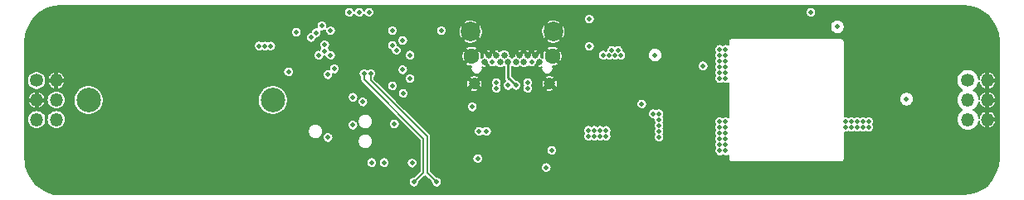
<source format=gbr>
G04 #@! TF.GenerationSoftware,KiCad,Pcbnew,(5.0.2)-1*
G04 #@! TF.CreationDate,2019-02-15T16:33:02-08:00*
G04 #@! TF.ProjectId,nixie_bottom_board,6e697869-655f-4626-9f74-746f6d5f626f,rev?*
G04 #@! TF.SameCoordinates,Original*
G04 #@! TF.FileFunction,Copper,L3,Inr*
G04 #@! TF.FilePolarity,Positive*
%FSLAX46Y46*%
G04 Gerber Fmt 4.6, Leading zero omitted, Abs format (unit mm)*
G04 Created by KiCad (PCBNEW (5.0.2)-1) date 2/15/2019 4:33:02 PM*
%MOMM*%
%LPD*%
G01*
G04 APERTURE LIST*
G04 #@! TA.AperFunction,ViaPad*
%ADD10C,1.200000*%
G04 #@! TD*
G04 #@! TA.AperFunction,ViaPad*
%ADD11C,0.650000*%
G04 #@! TD*
G04 #@! TA.AperFunction,ViaPad*
%ADD12C,2.000000*%
G04 #@! TD*
G04 #@! TA.AperFunction,ViaPad*
%ADD13C,1.600000*%
G04 #@! TD*
G04 #@! TA.AperFunction,ViaPad*
%ADD14C,1.350000*%
G04 #@! TD*
G04 #@! TA.AperFunction,ViaPad*
%ADD15O,1.350000X1.350000*%
G04 #@! TD*
G04 #@! TA.AperFunction,ViaPad*
%ADD16C,0.800000*%
G04 #@! TD*
G04 #@! TA.AperFunction,ViaPad*
%ADD17C,4.500000*%
G04 #@! TD*
G04 #@! TA.AperFunction,ViaPad*
%ADD18C,5.000000*%
G04 #@! TD*
G04 #@! TA.AperFunction,ViaPad*
%ADD19C,2.500000*%
G04 #@! TD*
G04 #@! TA.AperFunction,ViaPad*
%ADD20C,0.508000*%
G04 #@! TD*
G04 #@! TA.AperFunction,Conductor*
%ADD21C,0.250000*%
G04 #@! TD*
G04 #@! TA.AperFunction,Conductor*
%ADD22C,0.200000*%
G04 #@! TD*
G04 #@! TA.AperFunction,Conductor*
%ADD23C,0.150000*%
G04 #@! TD*
G04 APERTURE END LIST*
D10*
G04 #@! TO.N,/GND*
G04 #@! TO.C,J1*
X146155000Y-98310000D03*
X153845000Y-98310000D03*
D11*
X152400000Y-95410000D03*
X151600000Y-95410000D03*
X150800000Y-95410000D03*
G04 #@! TO.N,/CC2*
X149200000Y-95410000D03*
G04 #@! TO.N,/GND*
X148400000Y-95410000D03*
X147600000Y-95410000D03*
X152800000Y-96110000D03*
G04 #@! TO.N,/VBUS*
X151200000Y-96110000D03*
G04 #@! TO.N,/USB_N*
X150400000Y-96110000D03*
G04 #@! TO.N,/USB_P*
X149600000Y-96110000D03*
G04 #@! TO.N,/VBUS*
X148800000Y-96110000D03*
G04 #@! TO.N,/GND*
X147200000Y-96110000D03*
D12*
X154220000Y-92995000D03*
X145780000Y-92995000D03*
D13*
X145870000Y-95510000D03*
X154130000Y-95510000D03*
G04 #@! TD*
D14*
G04 #@! TO.N,/VNIXIE*
G04 #@! TO.C,J4*
X101500000Y-98000000D03*
D15*
G04 #@! TO.N,/GND*
X103500000Y-98000000D03*
X101500000Y-100000000D03*
G04 #@! TO.N,/SCL*
X103500000Y-100000000D03*
G04 #@! TO.N,/NIXIE_EN*
X101500000Y-102000000D03*
G04 #@! TO.N,/SDA*
X103500000Y-102000000D03*
G04 #@! TD*
D14*
G04 #@! TO.N,/HV_OUT*
G04 #@! TO.C,J3*
X196500000Y-98000000D03*
D15*
G04 #@! TO.N,/GND*
X198500000Y-98000000D03*
G04 #@! TO.N,/HV_OUT*
X196500000Y-100000000D03*
G04 #@! TO.N,/GND*
X198500000Y-100000000D03*
G04 #@! TO.N,/HV_OUT*
X196500000Y-102000000D03*
G04 #@! TO.N,/GND*
X198500000Y-102000000D03*
G04 #@! TD*
D16*
G04 #@! TO.N,/GND*
G04 #@! TO.C,MH1*
X104237437Y-91862563D03*
X104750000Y-93100000D03*
X104237437Y-94337437D03*
X103000000Y-94850000D03*
X101762563Y-94337437D03*
X101250000Y-93100000D03*
X101762563Y-91862563D03*
X103000000Y-91350000D03*
D17*
X103000000Y-93100000D03*
G04 #@! TD*
G04 #@! TO.N,/GND*
G04 #@! TO.C,MH2*
X103000000Y-107000000D03*
D16*
X103000000Y-105250000D03*
X101762563Y-105762563D03*
X101250000Y-107000000D03*
X101762563Y-108237437D03*
X103000000Y-108750000D03*
X104237437Y-108237437D03*
X104750000Y-107000000D03*
X104237437Y-105762563D03*
G04 #@! TD*
G04 #@! TO.N,/GND*
G04 #@! TO.C,MH3*
X198237437Y-91762563D03*
X198750000Y-93000000D03*
X198237437Y-94237437D03*
X197000000Y-94750000D03*
X195762563Y-94237437D03*
X195250000Y-93000000D03*
X195762563Y-91762563D03*
X197000000Y-91250000D03*
D17*
X197000000Y-93000000D03*
G04 #@! TD*
G04 #@! TO.N,/GND*
G04 #@! TO.C,MH4*
X197000000Y-107200000D03*
D16*
X197000000Y-105450000D03*
X195762563Y-105962563D03*
X195250000Y-107200000D03*
X195762563Y-108437437D03*
X197000000Y-108950000D03*
X198237437Y-108437437D03*
X198750000Y-107200000D03*
X198237437Y-105962563D03*
G04 #@! TD*
D18*
G04 #@! TO.N,/GND*
G04 #@! TO.C,MH6*
X157000000Y-100000000D03*
D16*
X158875000Y-100000000D03*
X158325825Y-101325825D03*
X157000000Y-101875000D03*
X155674175Y-101325825D03*
X155125000Y-100000000D03*
X155674175Y-98674175D03*
X157000000Y-98125000D03*
X158325825Y-98674175D03*
G04 #@! TD*
G04 #@! TO.N,/GND*
G04 #@! TO.C,MH5*
X144325825Y-98674175D03*
X143000000Y-98125000D03*
X141674175Y-98674175D03*
X141125000Y-100000000D03*
X141674175Y-101325825D03*
X143000000Y-101875000D03*
X144325825Y-101325825D03*
X144875000Y-100000000D03*
D18*
X143000000Y-100000000D03*
G04 #@! TD*
D19*
G04 #@! TO.N,*
G04 #@! TO.C,BT1*
X106800000Y-100000000D03*
G04 #@! TO.N,Net-(BT1-Pad1)*
X125600000Y-100000000D03*
G04 #@! TD*
D20*
G04 #@! TO.N,/VNIXIE*
X124800000Y-94450000D03*
G04 #@! TO.N,Net-(Q1-Pad1)*
X171200000Y-105200000D03*
X171800000Y-105200000D03*
X171200000Y-104600000D03*
X171800000Y-104600000D03*
X171200000Y-104000000D03*
X171800000Y-104000000D03*
X171200000Y-103400000D03*
X171800000Y-103400000D03*
X171200000Y-102800000D03*
X171800000Y-102800000D03*
X171200000Y-102200000D03*
X171800000Y-102200000D03*
G04 #@! TO.N,/HV_OUT*
X164600000Y-95400000D03*
X190250000Y-99900000D03*
X183200000Y-92500000D03*
G04 #@! TO.N,/VDD*
X130600000Y-92400000D03*
X139800000Y-106450000D03*
X145950000Y-100700000D03*
X128000000Y-93050000D03*
X159600000Y-103100000D03*
X159000000Y-103100000D03*
X158400000Y-103100000D03*
X157800000Y-103100000D03*
X138850000Y-93900000D03*
X159600000Y-103700000D03*
X159000000Y-103700000D03*
X157800000Y-103700000D03*
X158400000Y-103700000D03*
X131230000Y-103835000D03*
X138900000Y-99300000D03*
X138000000Y-102450000D03*
X154050000Y-105150000D03*
X138850000Y-96900000D03*
G04 #@! TO.N,/VNIXIE*
X125400000Y-94450000D03*
G04 #@! TO.N,/SCL*
X130000000Y-93100000D03*
X136950000Y-106400000D03*
G04 #@! TO.N,/SDA*
X129500000Y-93600000D03*
X135675000Y-106400000D03*
G04 #@! TO.N,/HV_EN*
X169500000Y-96500000D03*
X157900000Y-94500000D03*
X157900000Y-91700000D03*
G04 #@! TO.N,/SWO*
X131225000Y-97400000D03*
X133770000Y-102565000D03*
G04 #@! TO.N,/NRST*
X137800000Y-94400000D03*
X146500000Y-106000000D03*
X134800000Y-100200000D03*
G04 #@! TO.N,/DAC*
X135400000Y-91000000D03*
X127200000Y-97100000D03*
G04 #@! TO.N,/USB_N*
X149600000Y-98500000D03*
X130900000Y-94325000D03*
G04 #@! TO.N,/USB_P*
X130900000Y-94975000D03*
X150400000Y-98500000D03*
G04 #@! TO.N,Net-(D4-Pad2)*
X184000000Y-102800000D03*
X184600000Y-102800000D03*
X185800000Y-102800000D03*
X186400000Y-102800000D03*
X186400000Y-102200000D03*
X185800000Y-102200000D03*
X184600000Y-102200000D03*
X184000000Y-102200000D03*
X185200000Y-102200000D03*
X185200000Y-102800000D03*
G04 #@! TO.N,/SWDIO*
X131500000Y-95400000D03*
G04 #@! TO.N,/SWCLK*
X131875000Y-96800000D03*
G04 #@! TO.N,/HV_IN*
X171800000Y-94800000D03*
X171200000Y-94800000D03*
X171200000Y-95400000D03*
X171800000Y-95400000D03*
X171800000Y-97200000D03*
X171800000Y-97800000D03*
X171200000Y-97200000D03*
X171200000Y-97800000D03*
X171800000Y-96600000D03*
X171200000Y-96600000D03*
X171200000Y-96000000D03*
X171800000Y-96000000D03*
G04 #@! TO.N,/USB*
X147400000Y-103200000D03*
X133775000Y-99700000D03*
G04 #@! TO.N,/ILM*
X142800000Y-92900000D03*
G04 #@! TO.N,/32kHz*
X137800000Y-98550000D03*
X139600000Y-95400000D03*
G04 #@! TO.N,/AMP_EN*
X130300000Y-95400000D03*
X133400000Y-91000000D03*
G04 #@! TO.N,/NIXIE_EN*
X134400000Y-91000000D03*
G04 #@! TO.N,/MCO*
X131500000Y-92900000D03*
G04 #@! TO.N,/LED*
X138200000Y-94900000D03*
X146650000Y-103200000D03*
G04 #@! TO.N,Net-(R2-Pad1)*
X153500000Y-106900000D03*
X139600000Y-97800000D03*
G04 #@! TO.N,Net-(R20-Pad2)*
X137800000Y-92900000D03*
X180500000Y-91000000D03*
G04 #@! TO.N,/GND*
X152200000Y-104500000D03*
X134500000Y-93800000D03*
X133900000Y-93800000D03*
X133300000Y-93800000D03*
X134500000Y-95500000D03*
X133900000Y-95500000D03*
X133300000Y-95500000D03*
X171900000Y-101300000D03*
X171300000Y-101300000D03*
X167687500Y-99668750D03*
X168512500Y-99668750D03*
X168512500Y-98956250D03*
X167687500Y-98956250D03*
X167687500Y-98243750D03*
X168512500Y-98243750D03*
X168512500Y-97531250D03*
X167687500Y-97531250D03*
X128000000Y-92250000D03*
X166350000Y-100800000D03*
X165750000Y-100800000D03*
X164600000Y-99750000D03*
X164500000Y-92800000D03*
X162100000Y-95200000D03*
X162700000Y-95200000D03*
X163300000Y-95200000D03*
X130900000Y-96300000D03*
X159700000Y-106700000D03*
X163000000Y-105000000D03*
X163000000Y-105600000D03*
X163000000Y-106200000D03*
X163000000Y-106800000D03*
X163000000Y-107400000D03*
X165100000Y-92800000D03*
X164500000Y-93400000D03*
X165100000Y-93400000D03*
X150000000Y-100700000D03*
X165850000Y-96150000D03*
X166450000Y-96150000D03*
X166450000Y-95550000D03*
X165850000Y-95550000D03*
X151700000Y-102550000D03*
X172600000Y-93500000D03*
X173200000Y-93500000D03*
X173800000Y-93500000D03*
X157900000Y-106100000D03*
X159100000Y-106100000D03*
X159700000Y-106100000D03*
X132500000Y-103835000D03*
X174400000Y-93500000D03*
X137000000Y-96500000D03*
X141000000Y-96100000D03*
G04 #@! TO.N,/VNIXIE*
X124200000Y-94450000D03*
G04 #@! TO.N,/GND*
X158500000Y-106100000D03*
X158500000Y-106700000D03*
X159100000Y-106700000D03*
X157900000Y-106700000D03*
G04 #@! TO.N,/VBUS*
X165000000Y-101400000D03*
X164400000Y-101400000D03*
X165000000Y-102000000D03*
X165000000Y-102600000D03*
X165000000Y-103200000D03*
X160200000Y-94900000D03*
X159300000Y-95400000D03*
X159900000Y-95400000D03*
X160500000Y-95400000D03*
X161100000Y-95400000D03*
X160800000Y-94900000D03*
X151600000Y-98200000D03*
X151600000Y-98800000D03*
X148400000Y-98200000D03*
X148400000Y-98800000D03*
X148000000Y-96100000D03*
X165000000Y-103800000D03*
X152000000Y-96100000D03*
X163250000Y-100400000D03*
G04 #@! TO.N,/UART_TX*
X134900000Y-97300000D03*
X140000000Y-108400000D03*
G04 #@! TO.N,/UART_RX*
X135600000Y-97300000D03*
X142300000Y-108400000D03*
G04 #@! TD*
D21*
G04 #@! TO.N,/USB_P*
X149600000Y-97700000D02*
X149600000Y-96110000D01*
X150400000Y-98500000D02*
X149600000Y-97700000D01*
D22*
G04 #@! TO.N,/UART_TX*
X140950000Y-107450000D02*
X140000000Y-108400000D01*
X140950000Y-103950000D02*
X140950000Y-107450000D01*
X134900000Y-97300000D02*
X134900000Y-97900000D01*
X134900000Y-97900000D02*
X140950000Y-103950000D01*
G04 #@! TO.N,/UART_RX*
X141350000Y-107450000D02*
X142300000Y-108400000D01*
X141350000Y-103750000D02*
X141350000Y-107450000D01*
X135600000Y-97300000D02*
X135600000Y-98000000D01*
X135600000Y-98000000D02*
X141350000Y-103750000D01*
G04 #@! TD*
D23*
G04 #@! TO.N,/GND*
G36*
X196713508Y-90396518D02*
X197399842Y-90603735D01*
X198032852Y-90940313D01*
X198588433Y-91393434D01*
X199045421Y-91945838D01*
X199386412Y-92576488D01*
X199598412Y-93261352D01*
X199674962Y-93989675D01*
X199675001Y-94000841D01*
X199675000Y-105984103D01*
X199603482Y-106713508D01*
X199396266Y-107399839D01*
X199059687Y-108032852D01*
X198606567Y-108588433D01*
X198054163Y-109045421D01*
X197423512Y-109386412D01*
X196738653Y-109598411D01*
X196010325Y-109674962D01*
X195999447Y-109675000D01*
X104015897Y-109675000D01*
X103286492Y-109603482D01*
X102600161Y-109396266D01*
X101967148Y-109059687D01*
X101411567Y-108606567D01*
X100954579Y-108054163D01*
X100613588Y-107423512D01*
X100401589Y-106738653D01*
X100360519Y-106347898D01*
X135146000Y-106347898D01*
X135146000Y-106452102D01*
X135166329Y-106554304D01*
X135206206Y-106650576D01*
X135264099Y-106737218D01*
X135337782Y-106810901D01*
X135424424Y-106868794D01*
X135520696Y-106908671D01*
X135622898Y-106929000D01*
X135727102Y-106929000D01*
X135829304Y-106908671D01*
X135925576Y-106868794D01*
X136012218Y-106810901D01*
X136085901Y-106737218D01*
X136143794Y-106650576D01*
X136183671Y-106554304D01*
X136204000Y-106452102D01*
X136204000Y-106347898D01*
X136421000Y-106347898D01*
X136421000Y-106452102D01*
X136441329Y-106554304D01*
X136481206Y-106650576D01*
X136539099Y-106737218D01*
X136612782Y-106810901D01*
X136699424Y-106868794D01*
X136795696Y-106908671D01*
X136897898Y-106929000D01*
X137002102Y-106929000D01*
X137104304Y-106908671D01*
X137200576Y-106868794D01*
X137287218Y-106810901D01*
X137360901Y-106737218D01*
X137418794Y-106650576D01*
X137458671Y-106554304D01*
X137479000Y-106452102D01*
X137479000Y-106397898D01*
X139271000Y-106397898D01*
X139271000Y-106502102D01*
X139291329Y-106604304D01*
X139331206Y-106700576D01*
X139389099Y-106787218D01*
X139462782Y-106860901D01*
X139549424Y-106918794D01*
X139645696Y-106958671D01*
X139747898Y-106979000D01*
X139852102Y-106979000D01*
X139954304Y-106958671D01*
X140050576Y-106918794D01*
X140137218Y-106860901D01*
X140210901Y-106787218D01*
X140268794Y-106700576D01*
X140308671Y-106604304D01*
X140329000Y-106502102D01*
X140329000Y-106397898D01*
X140308671Y-106295696D01*
X140268794Y-106199424D01*
X140210901Y-106112782D01*
X140137218Y-106039099D01*
X140050576Y-105981206D01*
X139954304Y-105941329D01*
X139852102Y-105921000D01*
X139747898Y-105921000D01*
X139645696Y-105941329D01*
X139549424Y-105981206D01*
X139462782Y-106039099D01*
X139389099Y-106112782D01*
X139331206Y-106199424D01*
X139291329Y-106295696D01*
X139271000Y-106397898D01*
X137479000Y-106397898D01*
X137479000Y-106347898D01*
X137458671Y-106245696D01*
X137418794Y-106149424D01*
X137360901Y-106062782D01*
X137287218Y-105989099D01*
X137200576Y-105931206D01*
X137104304Y-105891329D01*
X137002102Y-105871000D01*
X136897898Y-105871000D01*
X136795696Y-105891329D01*
X136699424Y-105931206D01*
X136612782Y-105989099D01*
X136539099Y-106062782D01*
X136481206Y-106149424D01*
X136441329Y-106245696D01*
X136421000Y-106347898D01*
X136204000Y-106347898D01*
X136183671Y-106245696D01*
X136143794Y-106149424D01*
X136085901Y-106062782D01*
X136012218Y-105989099D01*
X135925576Y-105931206D01*
X135829304Y-105891329D01*
X135727102Y-105871000D01*
X135622898Y-105871000D01*
X135520696Y-105891329D01*
X135424424Y-105931206D01*
X135337782Y-105989099D01*
X135264099Y-106062782D01*
X135206206Y-106149424D01*
X135166329Y-106245696D01*
X135146000Y-106347898D01*
X100360519Y-106347898D01*
X100325038Y-106010325D01*
X100325000Y-105999447D01*
X100325000Y-103124132D01*
X129189700Y-103124132D01*
X129189700Y-103275868D01*
X129219302Y-103424688D01*
X129277369Y-103564874D01*
X129361669Y-103691038D01*
X129468962Y-103798331D01*
X129595126Y-103882631D01*
X129735312Y-103940698D01*
X129884132Y-103970300D01*
X130035868Y-103970300D01*
X130184688Y-103940698D01*
X130324874Y-103882631D01*
X130451038Y-103798331D01*
X130466471Y-103782898D01*
X130701000Y-103782898D01*
X130701000Y-103887102D01*
X130721329Y-103989304D01*
X130761206Y-104085576D01*
X130819099Y-104172218D01*
X130892782Y-104245901D01*
X130979424Y-104303794D01*
X131075696Y-104343671D01*
X131177898Y-104364000D01*
X131282102Y-104364000D01*
X131384304Y-104343671D01*
X131480576Y-104303794D01*
X131567218Y-104245901D01*
X131640901Y-104172218D01*
X131662340Y-104140132D01*
X134269700Y-104140132D01*
X134269700Y-104291868D01*
X134299302Y-104440688D01*
X134357369Y-104580874D01*
X134441669Y-104707038D01*
X134548962Y-104814331D01*
X134675126Y-104898631D01*
X134815312Y-104956698D01*
X134964132Y-104986300D01*
X135115868Y-104986300D01*
X135264688Y-104956698D01*
X135404874Y-104898631D01*
X135531038Y-104814331D01*
X135638331Y-104707038D01*
X135722631Y-104580874D01*
X135780698Y-104440688D01*
X135810300Y-104291868D01*
X135810300Y-104140132D01*
X135780698Y-103991312D01*
X135722631Y-103851126D01*
X135638331Y-103724962D01*
X135531038Y-103617669D01*
X135404874Y-103533369D01*
X135264688Y-103475302D01*
X135115868Y-103445700D01*
X134964132Y-103445700D01*
X134815312Y-103475302D01*
X134675126Y-103533369D01*
X134548962Y-103617669D01*
X134441669Y-103724962D01*
X134357369Y-103851126D01*
X134299302Y-103991312D01*
X134269700Y-104140132D01*
X131662340Y-104140132D01*
X131698794Y-104085576D01*
X131738671Y-103989304D01*
X131759000Y-103887102D01*
X131759000Y-103782898D01*
X131738671Y-103680696D01*
X131698794Y-103584424D01*
X131640901Y-103497782D01*
X131567218Y-103424099D01*
X131480576Y-103366206D01*
X131384304Y-103326329D01*
X131282102Y-103306000D01*
X131177898Y-103306000D01*
X131075696Y-103326329D01*
X130979424Y-103366206D01*
X130892782Y-103424099D01*
X130819099Y-103497782D01*
X130761206Y-103584424D01*
X130721329Y-103680696D01*
X130701000Y-103782898D01*
X130466471Y-103782898D01*
X130558331Y-103691038D01*
X130642631Y-103564874D01*
X130700698Y-103424688D01*
X130730300Y-103275868D01*
X130730300Y-103124132D01*
X130700698Y-102975312D01*
X130642631Y-102835126D01*
X130558331Y-102708962D01*
X130451038Y-102601669D01*
X130324874Y-102517369D01*
X130314081Y-102512898D01*
X133241000Y-102512898D01*
X133241000Y-102617102D01*
X133261329Y-102719304D01*
X133301206Y-102815576D01*
X133359099Y-102902218D01*
X133432782Y-102975901D01*
X133519424Y-103033794D01*
X133615696Y-103073671D01*
X133717898Y-103094000D01*
X133822102Y-103094000D01*
X133924304Y-103073671D01*
X134020576Y-103033794D01*
X134107218Y-102975901D01*
X134180901Y-102902218D01*
X134238794Y-102815576D01*
X134278671Y-102719304D01*
X134299000Y-102617102D01*
X134299000Y-102512898D01*
X134278671Y-102410696D01*
X134238794Y-102314424D01*
X134180901Y-102227782D01*
X134107218Y-102154099D01*
X134038425Y-102108132D01*
X134269700Y-102108132D01*
X134269700Y-102259868D01*
X134299302Y-102408688D01*
X134357369Y-102548874D01*
X134441669Y-102675038D01*
X134548962Y-102782331D01*
X134675126Y-102866631D01*
X134815312Y-102924698D01*
X134964132Y-102954300D01*
X135115868Y-102954300D01*
X135264688Y-102924698D01*
X135404874Y-102866631D01*
X135531038Y-102782331D01*
X135638331Y-102675038D01*
X135722631Y-102548874D01*
X135780698Y-102408688D01*
X135782844Y-102397898D01*
X137471000Y-102397898D01*
X137471000Y-102502102D01*
X137491329Y-102604304D01*
X137531206Y-102700576D01*
X137589099Y-102787218D01*
X137662782Y-102860901D01*
X137749424Y-102918794D01*
X137845696Y-102958671D01*
X137947898Y-102979000D01*
X138052102Y-102979000D01*
X138154304Y-102958671D01*
X138250576Y-102918794D01*
X138337218Y-102860901D01*
X138410901Y-102787218D01*
X138468794Y-102700576D01*
X138508671Y-102604304D01*
X138529000Y-102502102D01*
X138529000Y-102397898D01*
X138508671Y-102295696D01*
X138468794Y-102199424D01*
X138410901Y-102112782D01*
X138337218Y-102039099D01*
X138250576Y-101981206D01*
X138154304Y-101941329D01*
X138052102Y-101921000D01*
X137947898Y-101921000D01*
X137845696Y-101941329D01*
X137749424Y-101981206D01*
X137662782Y-102039099D01*
X137589099Y-102112782D01*
X137531206Y-102199424D01*
X137491329Y-102295696D01*
X137471000Y-102397898D01*
X135782844Y-102397898D01*
X135810300Y-102259868D01*
X135810300Y-102108132D01*
X135780698Y-101959312D01*
X135722631Y-101819126D01*
X135638331Y-101692962D01*
X135531038Y-101585669D01*
X135404874Y-101501369D01*
X135264688Y-101443302D01*
X135115868Y-101413700D01*
X134964132Y-101413700D01*
X134815312Y-101443302D01*
X134675126Y-101501369D01*
X134548962Y-101585669D01*
X134441669Y-101692962D01*
X134357369Y-101819126D01*
X134299302Y-101959312D01*
X134269700Y-102108132D01*
X134038425Y-102108132D01*
X134020576Y-102096206D01*
X133924304Y-102056329D01*
X133822102Y-102036000D01*
X133717898Y-102036000D01*
X133615696Y-102056329D01*
X133519424Y-102096206D01*
X133432782Y-102154099D01*
X133359099Y-102227782D01*
X133301206Y-102314424D01*
X133261329Y-102410696D01*
X133241000Y-102512898D01*
X130314081Y-102512898D01*
X130184688Y-102459302D01*
X130035868Y-102429700D01*
X129884132Y-102429700D01*
X129735312Y-102459302D01*
X129595126Y-102517369D01*
X129468962Y-102601669D01*
X129361669Y-102708962D01*
X129277369Y-102835126D01*
X129219302Y-102975312D01*
X129189700Y-103124132D01*
X100325000Y-103124132D01*
X100325000Y-102000000D01*
X100545404Y-102000000D01*
X100563746Y-102186232D01*
X100618068Y-102365308D01*
X100706282Y-102530345D01*
X100824999Y-102675001D01*
X100969655Y-102793718D01*
X101134692Y-102881932D01*
X101313768Y-102936254D01*
X101453335Y-102950000D01*
X101546665Y-102950000D01*
X101686232Y-102936254D01*
X101865308Y-102881932D01*
X102030345Y-102793718D01*
X102175001Y-102675001D01*
X102293718Y-102530345D01*
X102381932Y-102365308D01*
X102436254Y-102186232D01*
X102454596Y-102000000D01*
X102545404Y-102000000D01*
X102563746Y-102186232D01*
X102618068Y-102365308D01*
X102706282Y-102530345D01*
X102824999Y-102675001D01*
X102969655Y-102793718D01*
X103134692Y-102881932D01*
X103313768Y-102936254D01*
X103453335Y-102950000D01*
X103546665Y-102950000D01*
X103686232Y-102936254D01*
X103865308Y-102881932D01*
X104030345Y-102793718D01*
X104175001Y-102675001D01*
X104293718Y-102530345D01*
X104381932Y-102365308D01*
X104436254Y-102186232D01*
X104454596Y-102000000D01*
X104436254Y-101813768D01*
X104381932Y-101634692D01*
X104293718Y-101469655D01*
X104175001Y-101324999D01*
X104030345Y-101206282D01*
X103865308Y-101118068D01*
X103686232Y-101063746D01*
X103546665Y-101050000D01*
X103453335Y-101050000D01*
X103313768Y-101063746D01*
X103134692Y-101118068D01*
X102969655Y-101206282D01*
X102824999Y-101324999D01*
X102706282Y-101469655D01*
X102618068Y-101634692D01*
X102563746Y-101813768D01*
X102545404Y-102000000D01*
X102454596Y-102000000D01*
X102436254Y-101813768D01*
X102381932Y-101634692D01*
X102293718Y-101469655D01*
X102175001Y-101324999D01*
X102030345Y-101206282D01*
X101865308Y-101118068D01*
X101686232Y-101063746D01*
X101546665Y-101050000D01*
X101453335Y-101050000D01*
X101313768Y-101063746D01*
X101134692Y-101118068D01*
X100969655Y-101206282D01*
X100824999Y-101324999D01*
X100706282Y-101469655D01*
X100618068Y-101634692D01*
X100563746Y-101813768D01*
X100545404Y-102000000D01*
X100325000Y-102000000D01*
X100325000Y-100262887D01*
X100639250Y-100262887D01*
X100705462Y-100422758D01*
X100803205Y-100569641D01*
X100927725Y-100694633D01*
X101074237Y-100792931D01*
X101237111Y-100860757D01*
X101375000Y-100835035D01*
X101375000Y-100125000D01*
X101625000Y-100125000D01*
X101625000Y-100835035D01*
X101762889Y-100860757D01*
X101925763Y-100792931D01*
X102072275Y-100694633D01*
X102196795Y-100569641D01*
X102294538Y-100422758D01*
X102360750Y-100262887D01*
X102334439Y-100125000D01*
X101625000Y-100125000D01*
X101375000Y-100125000D01*
X100665561Y-100125000D01*
X100639250Y-100262887D01*
X100325000Y-100262887D01*
X100325000Y-100000000D01*
X102545404Y-100000000D01*
X102563746Y-100186232D01*
X102618068Y-100365308D01*
X102706282Y-100530345D01*
X102824999Y-100675001D01*
X102969655Y-100793718D01*
X103134692Y-100881932D01*
X103313768Y-100936254D01*
X103453335Y-100950000D01*
X103546665Y-100950000D01*
X103686232Y-100936254D01*
X103865308Y-100881932D01*
X104030345Y-100793718D01*
X104175001Y-100675001D01*
X104293718Y-100530345D01*
X104381932Y-100365308D01*
X104436254Y-100186232D01*
X104454596Y-100000000D01*
X104439803Y-99849801D01*
X105275000Y-99849801D01*
X105275000Y-100150199D01*
X105333605Y-100444826D01*
X105448562Y-100722358D01*
X105615455Y-100972131D01*
X105827869Y-101184545D01*
X106077642Y-101351438D01*
X106355174Y-101466395D01*
X106649801Y-101525000D01*
X106950199Y-101525000D01*
X107244826Y-101466395D01*
X107522358Y-101351438D01*
X107772131Y-101184545D01*
X107984545Y-100972131D01*
X108151438Y-100722358D01*
X108266395Y-100444826D01*
X108325000Y-100150199D01*
X108325000Y-99849801D01*
X124075000Y-99849801D01*
X124075000Y-100150199D01*
X124133605Y-100444826D01*
X124248562Y-100722358D01*
X124415455Y-100972131D01*
X124627869Y-101184545D01*
X124877642Y-101351438D01*
X125155174Y-101466395D01*
X125449801Y-101525000D01*
X125750199Y-101525000D01*
X126044826Y-101466395D01*
X126322358Y-101351438D01*
X126572131Y-101184545D01*
X126784545Y-100972131D01*
X126951438Y-100722358D01*
X127066395Y-100444826D01*
X127125000Y-100150199D01*
X127125000Y-99849801D01*
X127084839Y-99647898D01*
X133246000Y-99647898D01*
X133246000Y-99752102D01*
X133266329Y-99854304D01*
X133306206Y-99950576D01*
X133364099Y-100037218D01*
X133437782Y-100110901D01*
X133524424Y-100168794D01*
X133620696Y-100208671D01*
X133722898Y-100229000D01*
X133827102Y-100229000D01*
X133929304Y-100208671D01*
X134025576Y-100168794D01*
X134056848Y-100147898D01*
X134271000Y-100147898D01*
X134271000Y-100252102D01*
X134291329Y-100354304D01*
X134331206Y-100450576D01*
X134389099Y-100537218D01*
X134462782Y-100610901D01*
X134549424Y-100668794D01*
X134645696Y-100708671D01*
X134747898Y-100729000D01*
X134852102Y-100729000D01*
X134954304Y-100708671D01*
X135050576Y-100668794D01*
X135137218Y-100610901D01*
X135210901Y-100537218D01*
X135268794Y-100450576D01*
X135308671Y-100354304D01*
X135329000Y-100252102D01*
X135329000Y-100147898D01*
X135308671Y-100045696D01*
X135268794Y-99949424D01*
X135210901Y-99862782D01*
X135137218Y-99789099D01*
X135050576Y-99731206D01*
X134954304Y-99691329D01*
X134852102Y-99671000D01*
X134747898Y-99671000D01*
X134645696Y-99691329D01*
X134549424Y-99731206D01*
X134462782Y-99789099D01*
X134389099Y-99862782D01*
X134331206Y-99949424D01*
X134291329Y-100045696D01*
X134271000Y-100147898D01*
X134056848Y-100147898D01*
X134112218Y-100110901D01*
X134185901Y-100037218D01*
X134243794Y-99950576D01*
X134283671Y-99854304D01*
X134304000Y-99752102D01*
X134304000Y-99647898D01*
X134283671Y-99545696D01*
X134243794Y-99449424D01*
X134185901Y-99362782D01*
X134112218Y-99289099D01*
X134025576Y-99231206D01*
X133929304Y-99191329D01*
X133827102Y-99171000D01*
X133722898Y-99171000D01*
X133620696Y-99191329D01*
X133524424Y-99231206D01*
X133437782Y-99289099D01*
X133364099Y-99362782D01*
X133306206Y-99449424D01*
X133266329Y-99545696D01*
X133246000Y-99647898D01*
X127084839Y-99647898D01*
X127066395Y-99555174D01*
X126951438Y-99277642D01*
X126784545Y-99027869D01*
X126572131Y-98815455D01*
X126322358Y-98648562D01*
X126044826Y-98533605D01*
X125750199Y-98475000D01*
X125449801Y-98475000D01*
X125155174Y-98533605D01*
X124877642Y-98648562D01*
X124627869Y-98815455D01*
X124415455Y-99027869D01*
X124248562Y-99277642D01*
X124133605Y-99555174D01*
X124075000Y-99849801D01*
X108325000Y-99849801D01*
X108266395Y-99555174D01*
X108151438Y-99277642D01*
X107984545Y-99027869D01*
X107772131Y-98815455D01*
X107522358Y-98648562D01*
X107244826Y-98533605D01*
X106950199Y-98475000D01*
X106649801Y-98475000D01*
X106355174Y-98533605D01*
X106077642Y-98648562D01*
X105827869Y-98815455D01*
X105615455Y-99027869D01*
X105448562Y-99277642D01*
X105333605Y-99555174D01*
X105275000Y-99849801D01*
X104439803Y-99849801D01*
X104436254Y-99813768D01*
X104381932Y-99634692D01*
X104293718Y-99469655D01*
X104175001Y-99324999D01*
X104030345Y-99206282D01*
X103865308Y-99118068D01*
X103686232Y-99063746D01*
X103546665Y-99050000D01*
X103453335Y-99050000D01*
X103313768Y-99063746D01*
X103134692Y-99118068D01*
X102969655Y-99206282D01*
X102824999Y-99324999D01*
X102706282Y-99469655D01*
X102618068Y-99634692D01*
X102563746Y-99813768D01*
X102545404Y-100000000D01*
X100325000Y-100000000D01*
X100325000Y-99737113D01*
X100639250Y-99737113D01*
X100665561Y-99875000D01*
X101375000Y-99875000D01*
X101375000Y-99164965D01*
X101625000Y-99164965D01*
X101625000Y-99875000D01*
X102334439Y-99875000D01*
X102360750Y-99737113D01*
X102294538Y-99577242D01*
X102196795Y-99430359D01*
X102072275Y-99305367D01*
X101925763Y-99207069D01*
X101762889Y-99139243D01*
X101625000Y-99164965D01*
X101375000Y-99164965D01*
X101237111Y-99139243D01*
X101074237Y-99207069D01*
X100927725Y-99305367D01*
X100803205Y-99430359D01*
X100705462Y-99577242D01*
X100639250Y-99737113D01*
X100325000Y-99737113D01*
X100325000Y-97906433D01*
X100550000Y-97906433D01*
X100550000Y-98093567D01*
X100586508Y-98277105D01*
X100658121Y-98449994D01*
X100762087Y-98605590D01*
X100894410Y-98737913D01*
X101050006Y-98841879D01*
X101222895Y-98913492D01*
X101406433Y-98950000D01*
X101593567Y-98950000D01*
X101777105Y-98913492D01*
X101949994Y-98841879D01*
X102105590Y-98737913D01*
X102237913Y-98605590D01*
X102341879Y-98449994D01*
X102413492Y-98277105D01*
X102416320Y-98262887D01*
X102639250Y-98262887D01*
X102705462Y-98422758D01*
X102803205Y-98569641D01*
X102927725Y-98694633D01*
X103074237Y-98792931D01*
X103237111Y-98860757D01*
X103375000Y-98835035D01*
X103375000Y-98125000D01*
X103625000Y-98125000D01*
X103625000Y-98835035D01*
X103762889Y-98860757D01*
X103925763Y-98792931D01*
X104072275Y-98694633D01*
X104196795Y-98569641D01*
X104294538Y-98422758D01*
X104360750Y-98262887D01*
X104334439Y-98125000D01*
X103625000Y-98125000D01*
X103375000Y-98125000D01*
X102665561Y-98125000D01*
X102639250Y-98262887D01*
X102416320Y-98262887D01*
X102450000Y-98093567D01*
X102450000Y-97906433D01*
X102416321Y-97737113D01*
X102639250Y-97737113D01*
X102665561Y-97875000D01*
X103375000Y-97875000D01*
X103375000Y-97164965D01*
X103625000Y-97164965D01*
X103625000Y-97875000D01*
X104334439Y-97875000D01*
X104360750Y-97737113D01*
X104294538Y-97577242D01*
X104196795Y-97430359D01*
X104072275Y-97305367D01*
X103925763Y-97207069D01*
X103762889Y-97139243D01*
X103625000Y-97164965D01*
X103375000Y-97164965D01*
X103237111Y-97139243D01*
X103074237Y-97207069D01*
X102927725Y-97305367D01*
X102803205Y-97430359D01*
X102705462Y-97577242D01*
X102639250Y-97737113D01*
X102416321Y-97737113D01*
X102413492Y-97722895D01*
X102341879Y-97550006D01*
X102237913Y-97394410D01*
X102105590Y-97262087D01*
X101949994Y-97158121D01*
X101777105Y-97086508D01*
X101593567Y-97050000D01*
X101406433Y-97050000D01*
X101222895Y-97086508D01*
X101050006Y-97158121D01*
X100894410Y-97262087D01*
X100762087Y-97394410D01*
X100658121Y-97550006D01*
X100586508Y-97722895D01*
X100550000Y-97906433D01*
X100325000Y-97906433D01*
X100325000Y-97047898D01*
X126671000Y-97047898D01*
X126671000Y-97152102D01*
X126691329Y-97254304D01*
X126731206Y-97350576D01*
X126789099Y-97437218D01*
X126862782Y-97510901D01*
X126949424Y-97568794D01*
X127045696Y-97608671D01*
X127147898Y-97629000D01*
X127252102Y-97629000D01*
X127354304Y-97608671D01*
X127450576Y-97568794D01*
X127537218Y-97510901D01*
X127610901Y-97437218D01*
X127668794Y-97350576D01*
X127669903Y-97347898D01*
X130696000Y-97347898D01*
X130696000Y-97452102D01*
X130716329Y-97554304D01*
X130756206Y-97650576D01*
X130814099Y-97737218D01*
X130887782Y-97810901D01*
X130974424Y-97868794D01*
X131070696Y-97908671D01*
X131172898Y-97929000D01*
X131277102Y-97929000D01*
X131379304Y-97908671D01*
X131475576Y-97868794D01*
X131562218Y-97810901D01*
X131635901Y-97737218D01*
X131693794Y-97650576D01*
X131733671Y-97554304D01*
X131754000Y-97452102D01*
X131754000Y-97347898D01*
X131747248Y-97313952D01*
X131822898Y-97329000D01*
X131927102Y-97329000D01*
X132029304Y-97308671D01*
X132125576Y-97268794D01*
X132156848Y-97247898D01*
X134371000Y-97247898D01*
X134371000Y-97352102D01*
X134391329Y-97454304D01*
X134431206Y-97550576D01*
X134489099Y-97637218D01*
X134525001Y-97673120D01*
X134525001Y-97881574D01*
X134523186Y-97900000D01*
X134528535Y-97954304D01*
X134530427Y-97973513D01*
X134535832Y-97991329D01*
X134551870Y-98044200D01*
X134567538Y-98073512D01*
X134586692Y-98109347D01*
X134633553Y-98166448D01*
X134647862Y-98178191D01*
X140575000Y-104105330D01*
X140575001Y-107294669D01*
X139998671Y-107871000D01*
X139947898Y-107871000D01*
X139845696Y-107891329D01*
X139749424Y-107931206D01*
X139662782Y-107989099D01*
X139589099Y-108062782D01*
X139531206Y-108149424D01*
X139491329Y-108245696D01*
X139471000Y-108347898D01*
X139471000Y-108452102D01*
X139491329Y-108554304D01*
X139531206Y-108650576D01*
X139589099Y-108737218D01*
X139662782Y-108810901D01*
X139749424Y-108868794D01*
X139845696Y-108908671D01*
X139947898Y-108929000D01*
X140052102Y-108929000D01*
X140154304Y-108908671D01*
X140250576Y-108868794D01*
X140337218Y-108810901D01*
X140410901Y-108737218D01*
X140468794Y-108650576D01*
X140508671Y-108554304D01*
X140529000Y-108452102D01*
X140529000Y-108401329D01*
X141150000Y-107780330D01*
X141771000Y-108401330D01*
X141771000Y-108452102D01*
X141791329Y-108554304D01*
X141831206Y-108650576D01*
X141889099Y-108737218D01*
X141962782Y-108810901D01*
X142049424Y-108868794D01*
X142145696Y-108908671D01*
X142247898Y-108929000D01*
X142352102Y-108929000D01*
X142454304Y-108908671D01*
X142550576Y-108868794D01*
X142637218Y-108810901D01*
X142710901Y-108737218D01*
X142768794Y-108650576D01*
X142808671Y-108554304D01*
X142829000Y-108452102D01*
X142829000Y-108347898D01*
X142808671Y-108245696D01*
X142768794Y-108149424D01*
X142710901Y-108062782D01*
X142637218Y-107989099D01*
X142550576Y-107931206D01*
X142454304Y-107891329D01*
X142352102Y-107871000D01*
X142301330Y-107871000D01*
X141725000Y-107294671D01*
X141725000Y-106847898D01*
X152971000Y-106847898D01*
X152971000Y-106952102D01*
X152991329Y-107054304D01*
X153031206Y-107150576D01*
X153089099Y-107237218D01*
X153162782Y-107310901D01*
X153249424Y-107368794D01*
X153345696Y-107408671D01*
X153447898Y-107429000D01*
X153552102Y-107429000D01*
X153654304Y-107408671D01*
X153750576Y-107368794D01*
X153837218Y-107310901D01*
X153910901Y-107237218D01*
X153968794Y-107150576D01*
X154008671Y-107054304D01*
X154029000Y-106952102D01*
X154029000Y-106847898D01*
X154008671Y-106745696D01*
X153968794Y-106649424D01*
X153910901Y-106562782D01*
X153837218Y-106489099D01*
X153750576Y-106431206D01*
X153654304Y-106391329D01*
X153552102Y-106371000D01*
X153447898Y-106371000D01*
X153345696Y-106391329D01*
X153249424Y-106431206D01*
X153162782Y-106489099D01*
X153089099Y-106562782D01*
X153031206Y-106649424D01*
X152991329Y-106745696D01*
X152971000Y-106847898D01*
X141725000Y-106847898D01*
X141725000Y-105947898D01*
X145971000Y-105947898D01*
X145971000Y-106052102D01*
X145991329Y-106154304D01*
X146031206Y-106250576D01*
X146089099Y-106337218D01*
X146162782Y-106410901D01*
X146249424Y-106468794D01*
X146345696Y-106508671D01*
X146447898Y-106529000D01*
X146552102Y-106529000D01*
X146654304Y-106508671D01*
X146750576Y-106468794D01*
X146837218Y-106410901D01*
X146910901Y-106337218D01*
X146968794Y-106250576D01*
X147008671Y-106154304D01*
X147029000Y-106052102D01*
X147029000Y-105947898D01*
X147008671Y-105845696D01*
X146968794Y-105749424D01*
X146910901Y-105662782D01*
X146837218Y-105589099D01*
X146750576Y-105531206D01*
X146654304Y-105491329D01*
X146552102Y-105471000D01*
X146447898Y-105471000D01*
X146345696Y-105491329D01*
X146249424Y-105531206D01*
X146162782Y-105589099D01*
X146089099Y-105662782D01*
X146031206Y-105749424D01*
X145991329Y-105845696D01*
X145971000Y-105947898D01*
X141725000Y-105947898D01*
X141725000Y-105097898D01*
X153521000Y-105097898D01*
X153521000Y-105202102D01*
X153541329Y-105304304D01*
X153581206Y-105400576D01*
X153639099Y-105487218D01*
X153712782Y-105560901D01*
X153799424Y-105618794D01*
X153895696Y-105658671D01*
X153997898Y-105679000D01*
X154102102Y-105679000D01*
X154204304Y-105658671D01*
X154300576Y-105618794D01*
X154387218Y-105560901D01*
X154460901Y-105487218D01*
X154518794Y-105400576D01*
X154558671Y-105304304D01*
X154579000Y-105202102D01*
X154579000Y-105097898D01*
X154558671Y-104995696D01*
X154518794Y-104899424D01*
X154460901Y-104812782D01*
X154387218Y-104739099D01*
X154300576Y-104681206D01*
X154204304Y-104641329D01*
X154102102Y-104621000D01*
X153997898Y-104621000D01*
X153895696Y-104641329D01*
X153799424Y-104681206D01*
X153712782Y-104739099D01*
X153639099Y-104812782D01*
X153581206Y-104899424D01*
X153541329Y-104995696D01*
X153521000Y-105097898D01*
X141725000Y-105097898D01*
X141725000Y-103768416D01*
X141726814Y-103750000D01*
X141724348Y-103724962D01*
X141719574Y-103676487D01*
X141698131Y-103605800D01*
X141663309Y-103540653D01*
X141616448Y-103483552D01*
X141602140Y-103471810D01*
X141278228Y-103147898D01*
X146121000Y-103147898D01*
X146121000Y-103252102D01*
X146141329Y-103354304D01*
X146181206Y-103450576D01*
X146239099Y-103537218D01*
X146312782Y-103610901D01*
X146399424Y-103668794D01*
X146495696Y-103708671D01*
X146597898Y-103729000D01*
X146702102Y-103729000D01*
X146804304Y-103708671D01*
X146900576Y-103668794D01*
X146987218Y-103610901D01*
X147025000Y-103573119D01*
X147062782Y-103610901D01*
X147149424Y-103668794D01*
X147245696Y-103708671D01*
X147347898Y-103729000D01*
X147452102Y-103729000D01*
X147554304Y-103708671D01*
X147650576Y-103668794D01*
X147737218Y-103610901D01*
X147810901Y-103537218D01*
X147868794Y-103450576D01*
X147908671Y-103354304D01*
X147929000Y-103252102D01*
X147929000Y-103147898D01*
X147909109Y-103047898D01*
X157271000Y-103047898D01*
X157271000Y-103152102D01*
X157291329Y-103254304D01*
X157331206Y-103350576D01*
X157364230Y-103400000D01*
X157331206Y-103449424D01*
X157291329Y-103545696D01*
X157271000Y-103647898D01*
X157271000Y-103752102D01*
X157291329Y-103854304D01*
X157331206Y-103950576D01*
X157389099Y-104037218D01*
X157462782Y-104110901D01*
X157549424Y-104168794D01*
X157645696Y-104208671D01*
X157747898Y-104229000D01*
X157852102Y-104229000D01*
X157954304Y-104208671D01*
X158050576Y-104168794D01*
X158100000Y-104135770D01*
X158149424Y-104168794D01*
X158245696Y-104208671D01*
X158347898Y-104229000D01*
X158452102Y-104229000D01*
X158554304Y-104208671D01*
X158650576Y-104168794D01*
X158700000Y-104135770D01*
X158749424Y-104168794D01*
X158845696Y-104208671D01*
X158947898Y-104229000D01*
X159052102Y-104229000D01*
X159154304Y-104208671D01*
X159250576Y-104168794D01*
X159300000Y-104135770D01*
X159349424Y-104168794D01*
X159445696Y-104208671D01*
X159547898Y-104229000D01*
X159652102Y-104229000D01*
X159754304Y-104208671D01*
X159850576Y-104168794D01*
X159937218Y-104110901D01*
X160010901Y-104037218D01*
X160068794Y-103950576D01*
X160108671Y-103854304D01*
X160129000Y-103752102D01*
X160129000Y-103647898D01*
X160108671Y-103545696D01*
X160068794Y-103449424D01*
X160035770Y-103400000D01*
X160068794Y-103350576D01*
X160108671Y-103254304D01*
X160129000Y-103152102D01*
X160129000Y-103047898D01*
X160108671Y-102945696D01*
X160068794Y-102849424D01*
X160010901Y-102762782D01*
X159937218Y-102689099D01*
X159850576Y-102631206D01*
X159754304Y-102591329D01*
X159652102Y-102571000D01*
X159547898Y-102571000D01*
X159445696Y-102591329D01*
X159349424Y-102631206D01*
X159300000Y-102664230D01*
X159250576Y-102631206D01*
X159154304Y-102591329D01*
X159052102Y-102571000D01*
X158947898Y-102571000D01*
X158845696Y-102591329D01*
X158749424Y-102631206D01*
X158700000Y-102664230D01*
X158650576Y-102631206D01*
X158554304Y-102591329D01*
X158452102Y-102571000D01*
X158347898Y-102571000D01*
X158245696Y-102591329D01*
X158149424Y-102631206D01*
X158100000Y-102664230D01*
X158050576Y-102631206D01*
X157954304Y-102591329D01*
X157852102Y-102571000D01*
X157747898Y-102571000D01*
X157645696Y-102591329D01*
X157549424Y-102631206D01*
X157462782Y-102689099D01*
X157389099Y-102762782D01*
X157331206Y-102849424D01*
X157291329Y-102945696D01*
X157271000Y-103047898D01*
X147909109Y-103047898D01*
X147908671Y-103045696D01*
X147868794Y-102949424D01*
X147810901Y-102862782D01*
X147737218Y-102789099D01*
X147650576Y-102731206D01*
X147554304Y-102691329D01*
X147452102Y-102671000D01*
X147347898Y-102671000D01*
X147245696Y-102691329D01*
X147149424Y-102731206D01*
X147062782Y-102789099D01*
X147025000Y-102826881D01*
X146987218Y-102789099D01*
X146900576Y-102731206D01*
X146804304Y-102691329D01*
X146702102Y-102671000D01*
X146597898Y-102671000D01*
X146495696Y-102691329D01*
X146399424Y-102731206D01*
X146312782Y-102789099D01*
X146239099Y-102862782D01*
X146181206Y-102949424D01*
X146141329Y-103045696D01*
X146121000Y-103147898D01*
X141278228Y-103147898D01*
X139478228Y-101347898D01*
X163871000Y-101347898D01*
X163871000Y-101452102D01*
X163891329Y-101554304D01*
X163931206Y-101650576D01*
X163989099Y-101737218D01*
X164062782Y-101810901D01*
X164149424Y-101868794D01*
X164245696Y-101908671D01*
X164347898Y-101929000D01*
X164452102Y-101929000D01*
X164475692Y-101924308D01*
X164471000Y-101947898D01*
X164471000Y-102052102D01*
X164491329Y-102154304D01*
X164531206Y-102250576D01*
X164564230Y-102300000D01*
X164531206Y-102349424D01*
X164491329Y-102445696D01*
X164471000Y-102547898D01*
X164471000Y-102652102D01*
X164491329Y-102754304D01*
X164531206Y-102850576D01*
X164564230Y-102900000D01*
X164531206Y-102949424D01*
X164491329Y-103045696D01*
X164471000Y-103147898D01*
X164471000Y-103252102D01*
X164491329Y-103354304D01*
X164531206Y-103450576D01*
X164564230Y-103500000D01*
X164531206Y-103549424D01*
X164491329Y-103645696D01*
X164471000Y-103747898D01*
X164471000Y-103852102D01*
X164491329Y-103954304D01*
X164531206Y-104050576D01*
X164589099Y-104137218D01*
X164662782Y-104210901D01*
X164749424Y-104268794D01*
X164845696Y-104308671D01*
X164947898Y-104329000D01*
X165052102Y-104329000D01*
X165154304Y-104308671D01*
X165250576Y-104268794D01*
X165337218Y-104210901D01*
X165410901Y-104137218D01*
X165468794Y-104050576D01*
X165508671Y-103954304D01*
X165529000Y-103852102D01*
X165529000Y-103747898D01*
X165508671Y-103645696D01*
X165468794Y-103549424D01*
X165435770Y-103500000D01*
X165468794Y-103450576D01*
X165508671Y-103354304D01*
X165529000Y-103252102D01*
X165529000Y-103147898D01*
X165508671Y-103045696D01*
X165468794Y-102949424D01*
X165435770Y-102900000D01*
X165468794Y-102850576D01*
X165508671Y-102754304D01*
X165529000Y-102652102D01*
X165529000Y-102547898D01*
X165508671Y-102445696D01*
X165468794Y-102349424D01*
X165435770Y-102300000D01*
X165468794Y-102250576D01*
X165508671Y-102154304D01*
X165529000Y-102052102D01*
X165529000Y-101947898D01*
X165508671Y-101845696D01*
X165468794Y-101749424D01*
X165435770Y-101700000D01*
X165468794Y-101650576D01*
X165508671Y-101554304D01*
X165529000Y-101452102D01*
X165529000Y-101347898D01*
X165508671Y-101245696D01*
X165468794Y-101149424D01*
X165410901Y-101062782D01*
X165337218Y-100989099D01*
X165250576Y-100931206D01*
X165154304Y-100891329D01*
X165052102Y-100871000D01*
X164947898Y-100871000D01*
X164845696Y-100891329D01*
X164749424Y-100931206D01*
X164700000Y-100964230D01*
X164650576Y-100931206D01*
X164554304Y-100891329D01*
X164452102Y-100871000D01*
X164347898Y-100871000D01*
X164245696Y-100891329D01*
X164149424Y-100931206D01*
X164062782Y-100989099D01*
X163989099Y-101062782D01*
X163931206Y-101149424D01*
X163891329Y-101245696D01*
X163871000Y-101347898D01*
X139478228Y-101347898D01*
X138778228Y-100647898D01*
X145421000Y-100647898D01*
X145421000Y-100752102D01*
X145441329Y-100854304D01*
X145481206Y-100950576D01*
X145539099Y-101037218D01*
X145612782Y-101110901D01*
X145699424Y-101168794D01*
X145795696Y-101208671D01*
X145897898Y-101229000D01*
X146002102Y-101229000D01*
X146104304Y-101208671D01*
X146200576Y-101168794D01*
X146287218Y-101110901D01*
X146360901Y-101037218D01*
X146418794Y-100950576D01*
X146458671Y-100854304D01*
X146479000Y-100752102D01*
X146479000Y-100647898D01*
X146458671Y-100545696D01*
X146418794Y-100449424D01*
X146360901Y-100362782D01*
X146346017Y-100347898D01*
X162721000Y-100347898D01*
X162721000Y-100452102D01*
X162741329Y-100554304D01*
X162781206Y-100650576D01*
X162839099Y-100737218D01*
X162912782Y-100810901D01*
X162999424Y-100868794D01*
X163095696Y-100908671D01*
X163197898Y-100929000D01*
X163302102Y-100929000D01*
X163404304Y-100908671D01*
X163500576Y-100868794D01*
X163587218Y-100810901D01*
X163660901Y-100737218D01*
X163718794Y-100650576D01*
X163758671Y-100554304D01*
X163779000Y-100452102D01*
X163779000Y-100347898D01*
X163758671Y-100245696D01*
X163718794Y-100149424D01*
X163660901Y-100062782D01*
X163587218Y-99989099D01*
X163500576Y-99931206D01*
X163404304Y-99891329D01*
X163302102Y-99871000D01*
X163197898Y-99871000D01*
X163095696Y-99891329D01*
X162999424Y-99931206D01*
X162912782Y-99989099D01*
X162839099Y-100062782D01*
X162781206Y-100149424D01*
X162741329Y-100245696D01*
X162721000Y-100347898D01*
X146346017Y-100347898D01*
X146287218Y-100289099D01*
X146200576Y-100231206D01*
X146104304Y-100191329D01*
X146002102Y-100171000D01*
X145897898Y-100171000D01*
X145795696Y-100191329D01*
X145699424Y-100231206D01*
X145612782Y-100289099D01*
X145539099Y-100362782D01*
X145481206Y-100449424D01*
X145441329Y-100545696D01*
X145421000Y-100647898D01*
X138778228Y-100647898D01*
X137378228Y-99247898D01*
X138371000Y-99247898D01*
X138371000Y-99352102D01*
X138391329Y-99454304D01*
X138431206Y-99550576D01*
X138489099Y-99637218D01*
X138562782Y-99710901D01*
X138649424Y-99768794D01*
X138745696Y-99808671D01*
X138847898Y-99829000D01*
X138952102Y-99829000D01*
X139054304Y-99808671D01*
X139150576Y-99768794D01*
X139237218Y-99710901D01*
X139310901Y-99637218D01*
X139368794Y-99550576D01*
X139408671Y-99454304D01*
X139429000Y-99352102D01*
X139429000Y-99247898D01*
X139408671Y-99145696D01*
X139368794Y-99049424D01*
X139310901Y-98962782D01*
X139285722Y-98937603D01*
X145704173Y-98937603D01*
X145774429Y-99046474D01*
X145925420Y-99106568D01*
X146085234Y-99136051D01*
X146247729Y-99133789D01*
X146406661Y-99099869D01*
X146535571Y-99046474D01*
X146605827Y-98937603D01*
X146155000Y-98486777D01*
X145704173Y-98937603D01*
X139285722Y-98937603D01*
X139237218Y-98889099D01*
X139150576Y-98831206D01*
X139054304Y-98791329D01*
X138952102Y-98771000D01*
X138847898Y-98771000D01*
X138745696Y-98791329D01*
X138649424Y-98831206D01*
X138562782Y-98889099D01*
X138489099Y-98962782D01*
X138431206Y-99049424D01*
X138391329Y-99145696D01*
X138371000Y-99247898D01*
X137378228Y-99247898D01*
X136628228Y-98497898D01*
X137271000Y-98497898D01*
X137271000Y-98602102D01*
X137291329Y-98704304D01*
X137331206Y-98800576D01*
X137389099Y-98887218D01*
X137462782Y-98960901D01*
X137549424Y-99018794D01*
X137645696Y-99058671D01*
X137747898Y-99079000D01*
X137852102Y-99079000D01*
X137954304Y-99058671D01*
X138050576Y-99018794D01*
X138137218Y-98960901D01*
X138210901Y-98887218D01*
X138268794Y-98800576D01*
X138308671Y-98704304D01*
X138329000Y-98602102D01*
X138329000Y-98497898D01*
X138308671Y-98395696D01*
X138268794Y-98299424D01*
X138210901Y-98212782D01*
X138137218Y-98139099D01*
X138050576Y-98081206D01*
X137954304Y-98041329D01*
X137852102Y-98021000D01*
X137747898Y-98021000D01*
X137645696Y-98041329D01*
X137549424Y-98081206D01*
X137462782Y-98139099D01*
X137389099Y-98212782D01*
X137331206Y-98299424D01*
X137291329Y-98395696D01*
X137271000Y-98497898D01*
X136628228Y-98497898D01*
X135975000Y-97844671D01*
X135975000Y-97747898D01*
X139071000Y-97747898D01*
X139071000Y-97852102D01*
X139091329Y-97954304D01*
X139131206Y-98050576D01*
X139189099Y-98137218D01*
X139262782Y-98210901D01*
X139349424Y-98268794D01*
X139445696Y-98308671D01*
X139547898Y-98329000D01*
X139652102Y-98329000D01*
X139754304Y-98308671D01*
X139850576Y-98268794D01*
X139893318Y-98240234D01*
X145328949Y-98240234D01*
X145331211Y-98402729D01*
X145365131Y-98561661D01*
X145418526Y-98690571D01*
X145527397Y-98760827D01*
X145978223Y-98310000D01*
X146331777Y-98310000D01*
X146782603Y-98760827D01*
X146891474Y-98690571D01*
X146951568Y-98539580D01*
X146981051Y-98379766D01*
X146978789Y-98217271D01*
X146963984Y-98147898D01*
X147871000Y-98147898D01*
X147871000Y-98252102D01*
X147891329Y-98354304D01*
X147931206Y-98450576D01*
X147964230Y-98500000D01*
X147931206Y-98549424D01*
X147891329Y-98645696D01*
X147871000Y-98747898D01*
X147871000Y-98852102D01*
X147891329Y-98954304D01*
X147931206Y-99050576D01*
X147989099Y-99137218D01*
X148062782Y-99210901D01*
X148149424Y-99268794D01*
X148245696Y-99308671D01*
X148347898Y-99329000D01*
X148452102Y-99329000D01*
X148554304Y-99308671D01*
X148650576Y-99268794D01*
X148737218Y-99210901D01*
X148810901Y-99137218D01*
X148868794Y-99050576D01*
X148908671Y-98954304D01*
X148929000Y-98852102D01*
X148929000Y-98747898D01*
X148908671Y-98645696D01*
X148868794Y-98549424D01*
X148835770Y-98500000D01*
X148868794Y-98450576D01*
X148908671Y-98354304D01*
X148929000Y-98252102D01*
X148929000Y-98147898D01*
X148908671Y-98045696D01*
X148868794Y-97949424D01*
X148810901Y-97862782D01*
X148737218Y-97789099D01*
X148650576Y-97731206D01*
X148554304Y-97691329D01*
X148452102Y-97671000D01*
X148347898Y-97671000D01*
X148245696Y-97691329D01*
X148149424Y-97731206D01*
X148062782Y-97789099D01*
X147989099Y-97862782D01*
X147931206Y-97949424D01*
X147891329Y-98045696D01*
X147871000Y-98147898D01*
X146963984Y-98147898D01*
X146944869Y-98058339D01*
X146891474Y-97929429D01*
X146782603Y-97859173D01*
X146331777Y-98310000D01*
X145978223Y-98310000D01*
X145527397Y-97859173D01*
X145418526Y-97929429D01*
X145358432Y-98080420D01*
X145328949Y-98240234D01*
X139893318Y-98240234D01*
X139937218Y-98210901D01*
X140010901Y-98137218D01*
X140068794Y-98050576D01*
X140108671Y-97954304D01*
X140129000Y-97852102D01*
X140129000Y-97747898D01*
X140115972Y-97682397D01*
X145704173Y-97682397D01*
X146155000Y-98133223D01*
X146605827Y-97682397D01*
X146535571Y-97573526D01*
X146384580Y-97513432D01*
X146224766Y-97483949D01*
X146062271Y-97486211D01*
X145903339Y-97520131D01*
X145774429Y-97573526D01*
X145704173Y-97682397D01*
X140115972Y-97682397D01*
X140108671Y-97645696D01*
X140068794Y-97549424D01*
X140010901Y-97462782D01*
X139937218Y-97389099D01*
X139850576Y-97331206D01*
X139754304Y-97291329D01*
X139652102Y-97271000D01*
X139547898Y-97271000D01*
X139445696Y-97291329D01*
X139349424Y-97331206D01*
X139262782Y-97389099D01*
X139189099Y-97462782D01*
X139131206Y-97549424D01*
X139091329Y-97645696D01*
X139071000Y-97747898D01*
X135975000Y-97747898D01*
X135975000Y-97673119D01*
X136010901Y-97637218D01*
X136068794Y-97550576D01*
X136108671Y-97454304D01*
X136129000Y-97352102D01*
X136129000Y-97247898D01*
X136108671Y-97145696D01*
X136068794Y-97049424D01*
X136010901Y-96962782D01*
X135937218Y-96889099D01*
X135875558Y-96847898D01*
X138321000Y-96847898D01*
X138321000Y-96952102D01*
X138341329Y-97054304D01*
X138381206Y-97150576D01*
X138439099Y-97237218D01*
X138512782Y-97310901D01*
X138599424Y-97368794D01*
X138695696Y-97408671D01*
X138797898Y-97429000D01*
X138902102Y-97429000D01*
X139004304Y-97408671D01*
X139100576Y-97368794D01*
X139187218Y-97310901D01*
X139260901Y-97237218D01*
X139318794Y-97150576D01*
X139358671Y-97054304D01*
X139379000Y-96952102D01*
X139379000Y-96847898D01*
X139358671Y-96745696D01*
X139318794Y-96649424D01*
X139260901Y-96562782D01*
X139187218Y-96489099D01*
X139100576Y-96431206D01*
X139004304Y-96391329D01*
X138902102Y-96371000D01*
X138797898Y-96371000D01*
X138695696Y-96391329D01*
X138599424Y-96431206D01*
X138512782Y-96489099D01*
X138439099Y-96562782D01*
X138381206Y-96649424D01*
X138341329Y-96745696D01*
X138321000Y-96847898D01*
X135875558Y-96847898D01*
X135850576Y-96831206D01*
X135754304Y-96791329D01*
X135652102Y-96771000D01*
X135547898Y-96771000D01*
X135445696Y-96791329D01*
X135349424Y-96831206D01*
X135262782Y-96889099D01*
X135250000Y-96901881D01*
X135237218Y-96889099D01*
X135150576Y-96831206D01*
X135054304Y-96791329D01*
X134952102Y-96771000D01*
X134847898Y-96771000D01*
X134745696Y-96791329D01*
X134649424Y-96831206D01*
X134562782Y-96889099D01*
X134489099Y-96962782D01*
X134431206Y-97049424D01*
X134391329Y-97145696D01*
X134371000Y-97247898D01*
X132156848Y-97247898D01*
X132212218Y-97210901D01*
X132285901Y-97137218D01*
X132343794Y-97050576D01*
X132383671Y-96954304D01*
X132404000Y-96852102D01*
X132404000Y-96747898D01*
X132383671Y-96645696D01*
X132343794Y-96549424D01*
X132285901Y-96462782D01*
X132212218Y-96389099D01*
X132125576Y-96331206D01*
X132029304Y-96291329D01*
X131978422Y-96281208D01*
X145275569Y-96281208D01*
X145370206Y-96410569D01*
X145555502Y-96490770D01*
X145752883Y-96533280D01*
X145843880Y-96534716D01*
X145823058Y-96584986D01*
X145800000Y-96700905D01*
X145800000Y-96819095D01*
X145823058Y-96935014D01*
X145868287Y-97044207D01*
X145933950Y-97142478D01*
X146017522Y-97226050D01*
X146115793Y-97291713D01*
X146224986Y-97336942D01*
X146340905Y-97360000D01*
X146459095Y-97360000D01*
X146575014Y-97336942D01*
X146684207Y-97291713D01*
X146782478Y-97226050D01*
X146866050Y-97142478D01*
X146931713Y-97044207D01*
X146976942Y-96935014D01*
X147000000Y-96819095D01*
X147000000Y-96700905D01*
X146982907Y-96614973D01*
X146984699Y-96618999D01*
X147088137Y-96651221D01*
X147195873Y-96662645D01*
X147303769Y-96652831D01*
X147407676Y-96622156D01*
X147415301Y-96618999D01*
X147451316Y-96538093D01*
X147200000Y-96286777D01*
X147185858Y-96300919D01*
X147009081Y-96124142D01*
X147023223Y-96110000D01*
X147009081Y-96095858D01*
X147185858Y-95919081D01*
X147200000Y-95933223D01*
X147214142Y-95919081D01*
X147390919Y-96095858D01*
X147376777Y-96110000D01*
X147483942Y-96217165D01*
X147491329Y-96254304D01*
X147531206Y-96350576D01*
X147589099Y-96437218D01*
X147662782Y-96510901D01*
X147749424Y-96568794D01*
X147845696Y-96608671D01*
X147947898Y-96629000D01*
X148052102Y-96629000D01*
X148154304Y-96608671D01*
X148250576Y-96568794D01*
X148337218Y-96510901D01*
X148344796Y-96503324D01*
X148417522Y-96576050D01*
X148515793Y-96641713D01*
X148624986Y-96686942D01*
X148740905Y-96710000D01*
X148859095Y-96710000D01*
X148975014Y-96686942D01*
X149084207Y-96641713D01*
X149182478Y-96576050D01*
X149200000Y-96558528D01*
X149200001Y-96558529D01*
X149200000Y-97680353D01*
X149198065Y-97700000D01*
X149200000Y-97719646D01*
X149205788Y-97778413D01*
X149228660Y-97853813D01*
X149265803Y-97923302D01*
X149315789Y-97984211D01*
X149331052Y-97996737D01*
X149360806Y-98026491D01*
X149349424Y-98031206D01*
X149262782Y-98089099D01*
X149189099Y-98162782D01*
X149131206Y-98249424D01*
X149091329Y-98345696D01*
X149071000Y-98447898D01*
X149071000Y-98552102D01*
X149091329Y-98654304D01*
X149131206Y-98750576D01*
X149189099Y-98837218D01*
X149262782Y-98910901D01*
X149349424Y-98968794D01*
X149445696Y-99008671D01*
X149547898Y-99029000D01*
X149652102Y-99029000D01*
X149754304Y-99008671D01*
X149850576Y-98968794D01*
X149937218Y-98910901D01*
X150000000Y-98848119D01*
X150062782Y-98910901D01*
X150149424Y-98968794D01*
X150245696Y-99008671D01*
X150347898Y-99029000D01*
X150452102Y-99029000D01*
X150554304Y-99008671D01*
X150650576Y-98968794D01*
X150737218Y-98910901D01*
X150810901Y-98837218D01*
X150868794Y-98750576D01*
X150908671Y-98654304D01*
X150929000Y-98552102D01*
X150929000Y-98447898D01*
X150908671Y-98345696D01*
X150868794Y-98249424D01*
X150810901Y-98162782D01*
X150796017Y-98147898D01*
X151071000Y-98147898D01*
X151071000Y-98252102D01*
X151091329Y-98354304D01*
X151131206Y-98450576D01*
X151164230Y-98500000D01*
X151131206Y-98549424D01*
X151091329Y-98645696D01*
X151071000Y-98747898D01*
X151071000Y-98852102D01*
X151091329Y-98954304D01*
X151131206Y-99050576D01*
X151189099Y-99137218D01*
X151262782Y-99210901D01*
X151349424Y-99268794D01*
X151445696Y-99308671D01*
X151547898Y-99329000D01*
X151652102Y-99329000D01*
X151754304Y-99308671D01*
X151850576Y-99268794D01*
X151937218Y-99210901D01*
X152010901Y-99137218D01*
X152068794Y-99050576D01*
X152108671Y-98954304D01*
X152111992Y-98937603D01*
X153394173Y-98937603D01*
X153464429Y-99046474D01*
X153615420Y-99106568D01*
X153775234Y-99136051D01*
X153937729Y-99133789D01*
X154096661Y-99099869D01*
X154225571Y-99046474D01*
X154295827Y-98937603D01*
X153845000Y-98486777D01*
X153394173Y-98937603D01*
X152111992Y-98937603D01*
X152129000Y-98852102D01*
X152129000Y-98747898D01*
X152108671Y-98645696D01*
X152068794Y-98549424D01*
X152035770Y-98500000D01*
X152068794Y-98450576D01*
X152108671Y-98354304D01*
X152129000Y-98252102D01*
X152129000Y-98240234D01*
X153018949Y-98240234D01*
X153021211Y-98402729D01*
X153055131Y-98561661D01*
X153108526Y-98690571D01*
X153217397Y-98760827D01*
X153668223Y-98310000D01*
X154021777Y-98310000D01*
X154472603Y-98760827D01*
X154581474Y-98690571D01*
X154641568Y-98539580D01*
X154671051Y-98379766D01*
X154668789Y-98217271D01*
X154634869Y-98058339D01*
X154581474Y-97929429D01*
X154472603Y-97859173D01*
X154021777Y-98310000D01*
X153668223Y-98310000D01*
X153217397Y-97859173D01*
X153108526Y-97929429D01*
X153048432Y-98080420D01*
X153018949Y-98240234D01*
X152129000Y-98240234D01*
X152129000Y-98147898D01*
X152108671Y-98045696D01*
X152068794Y-97949424D01*
X152010901Y-97862782D01*
X151937218Y-97789099D01*
X151850576Y-97731206D01*
X151754304Y-97691329D01*
X151709400Y-97682397D01*
X153394173Y-97682397D01*
X153845000Y-98133223D01*
X154295827Y-97682397D01*
X154225571Y-97573526D01*
X154074580Y-97513432D01*
X153914766Y-97483949D01*
X153752271Y-97486211D01*
X153593339Y-97520131D01*
X153464429Y-97573526D01*
X153394173Y-97682397D01*
X151709400Y-97682397D01*
X151652102Y-97671000D01*
X151547898Y-97671000D01*
X151445696Y-97691329D01*
X151349424Y-97731206D01*
X151262782Y-97789099D01*
X151189099Y-97862782D01*
X151131206Y-97949424D01*
X151091329Y-98045696D01*
X151071000Y-98147898D01*
X150796017Y-98147898D01*
X150737218Y-98089099D01*
X150650576Y-98031206D01*
X150554304Y-97991329D01*
X150452102Y-97971000D01*
X150436686Y-97971000D01*
X150000000Y-97534315D01*
X150000000Y-96558528D01*
X150017522Y-96576050D01*
X150115793Y-96641713D01*
X150224986Y-96686942D01*
X150340905Y-96710000D01*
X150459095Y-96710000D01*
X150575014Y-96686942D01*
X150684207Y-96641713D01*
X150782478Y-96576050D01*
X150800000Y-96558528D01*
X150817522Y-96576050D01*
X150915793Y-96641713D01*
X151024986Y-96686942D01*
X151140905Y-96710000D01*
X151259095Y-96710000D01*
X151375014Y-96686942D01*
X151484207Y-96641713D01*
X151582478Y-96576050D01*
X151655205Y-96503324D01*
X151662782Y-96510901D01*
X151749424Y-96568794D01*
X151845696Y-96608671D01*
X151947898Y-96629000D01*
X152052102Y-96629000D01*
X152154304Y-96608671D01*
X152250576Y-96568794D01*
X152337218Y-96510901D01*
X152410901Y-96437218D01*
X152468794Y-96350576D01*
X152508671Y-96254304D01*
X152516058Y-96217165D01*
X152623223Y-96110000D01*
X152609081Y-96095858D01*
X152785858Y-95919081D01*
X152800000Y-95933223D01*
X152814142Y-95919081D01*
X152990919Y-96095858D01*
X152976777Y-96110000D01*
X152990919Y-96124142D01*
X152814142Y-96300919D01*
X152800000Y-96286777D01*
X152548684Y-96538093D01*
X152584699Y-96618999D01*
X152688137Y-96651221D01*
X152795873Y-96662645D01*
X152903769Y-96652831D01*
X153007676Y-96622156D01*
X153015301Y-96618999D01*
X153017093Y-96614973D01*
X153000000Y-96700905D01*
X153000000Y-96819095D01*
X153023058Y-96935014D01*
X153068287Y-97044207D01*
X153133950Y-97142478D01*
X153217522Y-97226050D01*
X153315793Y-97291713D01*
X153424986Y-97336942D01*
X153540905Y-97360000D01*
X153659095Y-97360000D01*
X153775014Y-97336942D01*
X153884207Y-97291713D01*
X153982478Y-97226050D01*
X154066050Y-97142478D01*
X154131713Y-97044207D01*
X154176942Y-96935014D01*
X154200000Y-96819095D01*
X154200000Y-96700905D01*
X154176942Y-96584986D01*
X154156463Y-96535546D01*
X154214765Y-96536466D01*
X154413390Y-96500205D01*
X154545531Y-96447898D01*
X168971000Y-96447898D01*
X168971000Y-96552102D01*
X168991329Y-96654304D01*
X169031206Y-96750576D01*
X169089099Y-96837218D01*
X169162782Y-96910901D01*
X169249424Y-96968794D01*
X169345696Y-97008671D01*
X169447898Y-97029000D01*
X169552102Y-97029000D01*
X169654304Y-97008671D01*
X169750576Y-96968794D01*
X169837218Y-96910901D01*
X169910901Y-96837218D01*
X169968794Y-96750576D01*
X170008671Y-96654304D01*
X170029000Y-96552102D01*
X170029000Y-96447898D01*
X170008671Y-96345696D01*
X169968794Y-96249424D01*
X169910901Y-96162782D01*
X169837218Y-96089099D01*
X169750576Y-96031206D01*
X169654304Y-95991329D01*
X169552102Y-95971000D01*
X169447898Y-95971000D01*
X169345696Y-95991329D01*
X169249424Y-96031206D01*
X169162782Y-96089099D01*
X169089099Y-96162782D01*
X169031206Y-96249424D01*
X168991329Y-96345696D01*
X168971000Y-96447898D01*
X154545531Y-96447898D01*
X154601125Y-96425892D01*
X154629794Y-96410569D01*
X154724431Y-96281208D01*
X154130000Y-95686777D01*
X154115858Y-95700919D01*
X153939081Y-95524142D01*
X153953223Y-95510000D01*
X154306777Y-95510000D01*
X154901208Y-96104431D01*
X155030569Y-96009794D01*
X155110770Y-95824498D01*
X155153280Y-95627117D01*
X155156466Y-95425235D01*
X155142348Y-95347898D01*
X158771000Y-95347898D01*
X158771000Y-95452102D01*
X158791329Y-95554304D01*
X158831206Y-95650576D01*
X158889099Y-95737218D01*
X158962782Y-95810901D01*
X159049424Y-95868794D01*
X159145696Y-95908671D01*
X159247898Y-95929000D01*
X159352102Y-95929000D01*
X159454304Y-95908671D01*
X159550576Y-95868794D01*
X159600000Y-95835770D01*
X159649424Y-95868794D01*
X159745696Y-95908671D01*
X159847898Y-95929000D01*
X159952102Y-95929000D01*
X160054304Y-95908671D01*
X160150576Y-95868794D01*
X160200000Y-95835770D01*
X160249424Y-95868794D01*
X160345696Y-95908671D01*
X160447898Y-95929000D01*
X160552102Y-95929000D01*
X160654304Y-95908671D01*
X160750576Y-95868794D01*
X160800000Y-95835770D01*
X160849424Y-95868794D01*
X160945696Y-95908671D01*
X161047898Y-95929000D01*
X161152102Y-95929000D01*
X161254304Y-95908671D01*
X161350576Y-95868794D01*
X161437218Y-95810901D01*
X161510901Y-95737218D01*
X161568794Y-95650576D01*
X161608671Y-95554304D01*
X161629000Y-95452102D01*
X161629000Y-95347898D01*
X161625082Y-95328200D01*
X163871000Y-95328200D01*
X163871000Y-95471800D01*
X163899015Y-95612641D01*
X163953969Y-95745311D01*
X164033749Y-95864710D01*
X164135290Y-95966251D01*
X164254689Y-96046031D01*
X164387359Y-96100985D01*
X164528200Y-96129000D01*
X164671800Y-96129000D01*
X164812641Y-96100985D01*
X164945311Y-96046031D01*
X165064710Y-95966251D01*
X165166251Y-95864710D01*
X165246031Y-95745311D01*
X165300985Y-95612641D01*
X165329000Y-95471800D01*
X165329000Y-95328200D01*
X165300985Y-95187359D01*
X165246031Y-95054689D01*
X165166251Y-94935290D01*
X165064710Y-94833749D01*
X164945311Y-94753969D01*
X164930655Y-94747898D01*
X170671000Y-94747898D01*
X170671000Y-94852102D01*
X170691329Y-94954304D01*
X170731206Y-95050576D01*
X170764230Y-95100000D01*
X170731206Y-95149424D01*
X170691329Y-95245696D01*
X170671000Y-95347898D01*
X170671000Y-95452102D01*
X170691329Y-95554304D01*
X170731206Y-95650576D01*
X170764230Y-95700000D01*
X170731206Y-95749424D01*
X170691329Y-95845696D01*
X170671000Y-95947898D01*
X170671000Y-96052102D01*
X170691329Y-96154304D01*
X170731206Y-96250576D01*
X170764230Y-96300000D01*
X170731206Y-96349424D01*
X170691329Y-96445696D01*
X170671000Y-96547898D01*
X170671000Y-96652102D01*
X170691329Y-96754304D01*
X170731206Y-96850576D01*
X170764230Y-96900000D01*
X170731206Y-96949424D01*
X170691329Y-97045696D01*
X170671000Y-97147898D01*
X170671000Y-97252102D01*
X170691329Y-97354304D01*
X170731206Y-97450576D01*
X170764230Y-97500000D01*
X170731206Y-97549424D01*
X170691329Y-97645696D01*
X170671000Y-97747898D01*
X170671000Y-97852102D01*
X170691329Y-97954304D01*
X170731206Y-98050576D01*
X170789099Y-98137218D01*
X170862782Y-98210901D01*
X170949424Y-98268794D01*
X171045696Y-98308671D01*
X171147898Y-98329000D01*
X171252102Y-98329000D01*
X171354304Y-98308671D01*
X171450576Y-98268794D01*
X171500000Y-98235770D01*
X171549424Y-98268794D01*
X171645696Y-98308671D01*
X171747898Y-98329000D01*
X171852102Y-98329000D01*
X171954304Y-98308671D01*
X172050576Y-98268794D01*
X172075001Y-98252474D01*
X172075000Y-101747526D01*
X172050576Y-101731206D01*
X171954304Y-101691329D01*
X171852102Y-101671000D01*
X171747898Y-101671000D01*
X171645696Y-101691329D01*
X171549424Y-101731206D01*
X171500000Y-101764230D01*
X171450576Y-101731206D01*
X171354304Y-101691329D01*
X171252102Y-101671000D01*
X171147898Y-101671000D01*
X171045696Y-101691329D01*
X170949424Y-101731206D01*
X170862782Y-101789099D01*
X170789099Y-101862782D01*
X170731206Y-101949424D01*
X170691329Y-102045696D01*
X170671000Y-102147898D01*
X170671000Y-102252102D01*
X170691329Y-102354304D01*
X170731206Y-102450576D01*
X170764230Y-102500000D01*
X170731206Y-102549424D01*
X170691329Y-102645696D01*
X170671000Y-102747898D01*
X170671000Y-102852102D01*
X170691329Y-102954304D01*
X170731206Y-103050576D01*
X170764230Y-103100000D01*
X170731206Y-103149424D01*
X170691329Y-103245696D01*
X170671000Y-103347898D01*
X170671000Y-103452102D01*
X170691329Y-103554304D01*
X170731206Y-103650576D01*
X170764230Y-103700000D01*
X170731206Y-103749424D01*
X170691329Y-103845696D01*
X170671000Y-103947898D01*
X170671000Y-104052102D01*
X170691329Y-104154304D01*
X170731206Y-104250576D01*
X170764230Y-104300000D01*
X170731206Y-104349424D01*
X170691329Y-104445696D01*
X170671000Y-104547898D01*
X170671000Y-104652102D01*
X170691329Y-104754304D01*
X170731206Y-104850576D01*
X170764230Y-104900000D01*
X170731206Y-104949424D01*
X170691329Y-105045696D01*
X170671000Y-105147898D01*
X170671000Y-105252102D01*
X170691329Y-105354304D01*
X170731206Y-105450576D01*
X170789099Y-105537218D01*
X170862782Y-105610901D01*
X170949424Y-105668794D01*
X171045696Y-105708671D01*
X171147898Y-105729000D01*
X171252102Y-105729000D01*
X171354304Y-105708671D01*
X171450576Y-105668794D01*
X171500000Y-105635770D01*
X171549424Y-105668794D01*
X171645696Y-105708671D01*
X171747898Y-105729000D01*
X171852102Y-105729000D01*
X171954304Y-105708671D01*
X172050576Y-105668794D01*
X172075000Y-105652474D01*
X172075000Y-105984039D01*
X172073428Y-106000000D01*
X172079703Y-106063711D01*
X172098287Y-106124974D01*
X172128465Y-106181434D01*
X172169079Y-106230921D01*
X172218566Y-106271535D01*
X172275026Y-106301713D01*
X172336289Y-106320297D01*
X172400000Y-106326572D01*
X172415960Y-106325000D01*
X183584040Y-106325000D01*
X183600000Y-106326572D01*
X183663711Y-106320297D01*
X183724974Y-106301713D01*
X183781434Y-106271535D01*
X183830921Y-106230921D01*
X183871535Y-106181434D01*
X183901713Y-106124974D01*
X183920297Y-106063711D01*
X183925000Y-106015961D01*
X183925000Y-106015960D01*
X183926572Y-106000000D01*
X183925000Y-105984039D01*
X183925000Y-103324445D01*
X183947898Y-103329000D01*
X184052102Y-103329000D01*
X184154304Y-103308671D01*
X184250576Y-103268794D01*
X184300000Y-103235770D01*
X184349424Y-103268794D01*
X184445696Y-103308671D01*
X184547898Y-103329000D01*
X184652102Y-103329000D01*
X184754304Y-103308671D01*
X184850576Y-103268794D01*
X184900000Y-103235770D01*
X184949424Y-103268794D01*
X185045696Y-103308671D01*
X185147898Y-103329000D01*
X185252102Y-103329000D01*
X185354304Y-103308671D01*
X185450576Y-103268794D01*
X185500000Y-103235770D01*
X185549424Y-103268794D01*
X185645696Y-103308671D01*
X185747898Y-103329000D01*
X185852102Y-103329000D01*
X185954304Y-103308671D01*
X186050576Y-103268794D01*
X186100000Y-103235770D01*
X186149424Y-103268794D01*
X186245696Y-103308671D01*
X186347898Y-103329000D01*
X186452102Y-103329000D01*
X186554304Y-103308671D01*
X186650576Y-103268794D01*
X186737218Y-103210901D01*
X186810901Y-103137218D01*
X186868794Y-103050576D01*
X186908671Y-102954304D01*
X186929000Y-102852102D01*
X186929000Y-102747898D01*
X186908671Y-102645696D01*
X186868794Y-102549424D01*
X186835770Y-102500000D01*
X186868794Y-102450576D01*
X186908671Y-102354304D01*
X186929000Y-102252102D01*
X186929000Y-102147898D01*
X186908671Y-102045696D01*
X186868794Y-101949424D01*
X186810901Y-101862782D01*
X186737218Y-101789099D01*
X186650576Y-101731206D01*
X186554304Y-101691329D01*
X186452102Y-101671000D01*
X186347898Y-101671000D01*
X186245696Y-101691329D01*
X186149424Y-101731206D01*
X186100000Y-101764230D01*
X186050576Y-101731206D01*
X185954304Y-101691329D01*
X185852102Y-101671000D01*
X185747898Y-101671000D01*
X185645696Y-101691329D01*
X185549424Y-101731206D01*
X185500000Y-101764230D01*
X185450576Y-101731206D01*
X185354304Y-101691329D01*
X185252102Y-101671000D01*
X185147898Y-101671000D01*
X185045696Y-101691329D01*
X184949424Y-101731206D01*
X184900000Y-101764230D01*
X184850576Y-101731206D01*
X184754304Y-101691329D01*
X184652102Y-101671000D01*
X184547898Y-101671000D01*
X184445696Y-101691329D01*
X184349424Y-101731206D01*
X184300000Y-101764230D01*
X184250576Y-101731206D01*
X184154304Y-101691329D01*
X184052102Y-101671000D01*
X183947898Y-101671000D01*
X183925000Y-101675555D01*
X183925000Y-99828200D01*
X189521000Y-99828200D01*
X189521000Y-99971800D01*
X189549015Y-100112641D01*
X189603969Y-100245311D01*
X189683749Y-100364710D01*
X189785290Y-100466251D01*
X189904689Y-100546031D01*
X190037359Y-100600985D01*
X190178200Y-100629000D01*
X190321800Y-100629000D01*
X190462641Y-100600985D01*
X190595311Y-100546031D01*
X190714710Y-100466251D01*
X190816251Y-100364710D01*
X190896031Y-100245311D01*
X190950985Y-100112641D01*
X190973390Y-100000000D01*
X195344436Y-100000000D01*
X195366640Y-100225439D01*
X195432398Y-100442215D01*
X195539184Y-100641997D01*
X195682893Y-100817107D01*
X195858003Y-100960816D01*
X195931311Y-101000000D01*
X195858003Y-101039184D01*
X195682893Y-101182893D01*
X195539184Y-101358003D01*
X195432398Y-101557785D01*
X195366640Y-101774561D01*
X195344436Y-102000000D01*
X195366640Y-102225439D01*
X195432398Y-102442215D01*
X195539184Y-102641997D01*
X195682893Y-102817107D01*
X195858003Y-102960816D01*
X196057785Y-103067602D01*
X196274561Y-103133360D01*
X196443508Y-103150000D01*
X196556492Y-103150000D01*
X196725439Y-103133360D01*
X196942215Y-103067602D01*
X197141997Y-102960816D01*
X197317107Y-102817107D01*
X197460816Y-102641997D01*
X197567602Y-102442215D01*
X197633360Y-102225439D01*
X197643252Y-102125002D01*
X197665561Y-102125002D01*
X197639250Y-102262887D01*
X197705462Y-102422758D01*
X197803205Y-102569641D01*
X197927725Y-102694633D01*
X198074237Y-102792931D01*
X198237111Y-102860757D01*
X198375000Y-102835035D01*
X198375000Y-102125000D01*
X198625000Y-102125000D01*
X198625000Y-102835035D01*
X198762889Y-102860757D01*
X198925763Y-102792931D01*
X199072275Y-102694633D01*
X199196795Y-102569641D01*
X199294538Y-102422758D01*
X199360750Y-102262887D01*
X199334439Y-102125000D01*
X198625000Y-102125000D01*
X198375000Y-102125000D01*
X198355000Y-102125000D01*
X198355000Y-101875000D01*
X198375000Y-101875000D01*
X198375000Y-101164965D01*
X198625000Y-101164965D01*
X198625000Y-101875000D01*
X199334439Y-101875000D01*
X199360750Y-101737113D01*
X199294538Y-101577242D01*
X199196795Y-101430359D01*
X199072275Y-101305367D01*
X198925763Y-101207069D01*
X198762889Y-101139243D01*
X198625000Y-101164965D01*
X198375000Y-101164965D01*
X198237111Y-101139243D01*
X198074237Y-101207069D01*
X197927725Y-101305367D01*
X197803205Y-101430359D01*
X197705462Y-101577242D01*
X197639250Y-101737113D01*
X197665561Y-101874998D01*
X197643252Y-101874998D01*
X197633360Y-101774561D01*
X197567602Y-101557785D01*
X197460816Y-101358003D01*
X197317107Y-101182893D01*
X197141997Y-101039184D01*
X197068689Y-101000000D01*
X197141997Y-100960816D01*
X197317107Y-100817107D01*
X197460816Y-100641997D01*
X197567602Y-100442215D01*
X197633360Y-100225439D01*
X197643252Y-100125002D01*
X197665561Y-100125002D01*
X197639250Y-100262887D01*
X197705462Y-100422758D01*
X197803205Y-100569641D01*
X197927725Y-100694633D01*
X198074237Y-100792931D01*
X198237111Y-100860757D01*
X198375000Y-100835035D01*
X198375000Y-100125000D01*
X198625000Y-100125000D01*
X198625000Y-100835035D01*
X198762889Y-100860757D01*
X198925763Y-100792931D01*
X199072275Y-100694633D01*
X199196795Y-100569641D01*
X199294538Y-100422758D01*
X199360750Y-100262887D01*
X199334439Y-100125000D01*
X198625000Y-100125000D01*
X198375000Y-100125000D01*
X198355000Y-100125000D01*
X198355000Y-99875000D01*
X198375000Y-99875000D01*
X198375000Y-99164965D01*
X198625000Y-99164965D01*
X198625000Y-99875000D01*
X199334439Y-99875000D01*
X199360750Y-99737113D01*
X199294538Y-99577242D01*
X199196795Y-99430359D01*
X199072275Y-99305367D01*
X198925763Y-99207069D01*
X198762889Y-99139243D01*
X198625000Y-99164965D01*
X198375000Y-99164965D01*
X198237111Y-99139243D01*
X198074237Y-99207069D01*
X197927725Y-99305367D01*
X197803205Y-99430359D01*
X197705462Y-99577242D01*
X197639250Y-99737113D01*
X197665561Y-99874998D01*
X197643252Y-99874998D01*
X197633360Y-99774561D01*
X197567602Y-99557785D01*
X197460816Y-99358003D01*
X197317107Y-99182893D01*
X197141997Y-99039184D01*
X197071272Y-99001381D01*
X197233082Y-98893263D01*
X197393263Y-98733082D01*
X197519116Y-98544729D01*
X197605806Y-98335443D01*
X197647665Y-98125002D01*
X197665561Y-98125002D01*
X197639250Y-98262887D01*
X197705462Y-98422758D01*
X197803205Y-98569641D01*
X197927725Y-98694633D01*
X198074237Y-98792931D01*
X198237111Y-98860757D01*
X198375000Y-98835035D01*
X198375000Y-98125000D01*
X198625000Y-98125000D01*
X198625000Y-98835035D01*
X198762889Y-98860757D01*
X198925763Y-98792931D01*
X199072275Y-98694633D01*
X199196795Y-98569641D01*
X199294538Y-98422758D01*
X199360750Y-98262887D01*
X199334439Y-98125000D01*
X198625000Y-98125000D01*
X198375000Y-98125000D01*
X198355000Y-98125000D01*
X198355000Y-97875000D01*
X198375000Y-97875000D01*
X198375000Y-97164965D01*
X198625000Y-97164965D01*
X198625000Y-97875000D01*
X199334439Y-97875000D01*
X199360750Y-97737113D01*
X199294538Y-97577242D01*
X199196795Y-97430359D01*
X199072275Y-97305367D01*
X198925763Y-97207069D01*
X198762889Y-97139243D01*
X198625000Y-97164965D01*
X198375000Y-97164965D01*
X198237111Y-97139243D01*
X198074237Y-97207069D01*
X197927725Y-97305367D01*
X197803205Y-97430359D01*
X197705462Y-97577242D01*
X197639250Y-97737113D01*
X197665561Y-97874998D01*
X197647665Y-97874998D01*
X197605806Y-97664557D01*
X197519116Y-97455271D01*
X197393263Y-97266918D01*
X197233082Y-97106737D01*
X197044729Y-96980884D01*
X196835443Y-96894194D01*
X196613265Y-96850000D01*
X196386735Y-96850000D01*
X196164557Y-96894194D01*
X195955271Y-96980884D01*
X195766918Y-97106737D01*
X195606737Y-97266918D01*
X195480884Y-97455271D01*
X195394194Y-97664557D01*
X195350000Y-97886735D01*
X195350000Y-98113265D01*
X195394194Y-98335443D01*
X195480884Y-98544729D01*
X195606737Y-98733082D01*
X195766918Y-98893263D01*
X195928728Y-99001381D01*
X195858003Y-99039184D01*
X195682893Y-99182893D01*
X195539184Y-99358003D01*
X195432398Y-99557785D01*
X195366640Y-99774561D01*
X195344436Y-100000000D01*
X190973390Y-100000000D01*
X190979000Y-99971800D01*
X190979000Y-99828200D01*
X190950985Y-99687359D01*
X190896031Y-99554689D01*
X190816251Y-99435290D01*
X190714710Y-99333749D01*
X190595311Y-99253969D01*
X190462641Y-99199015D01*
X190321800Y-99171000D01*
X190178200Y-99171000D01*
X190037359Y-99199015D01*
X189904689Y-99253969D01*
X189785290Y-99333749D01*
X189683749Y-99435290D01*
X189603969Y-99554689D01*
X189549015Y-99687359D01*
X189521000Y-99828200D01*
X183925000Y-99828200D01*
X183925000Y-94015961D01*
X183926572Y-94000000D01*
X183920297Y-93936289D01*
X183901713Y-93875026D01*
X183871535Y-93818566D01*
X183830921Y-93769079D01*
X183781434Y-93728465D01*
X183724974Y-93698287D01*
X183663711Y-93679703D01*
X183615961Y-93675000D01*
X183615960Y-93675000D01*
X183600000Y-93673428D01*
X183584039Y-93675000D01*
X172415961Y-93675000D01*
X172400000Y-93673428D01*
X172384040Y-93675000D01*
X172384039Y-93675000D01*
X172336289Y-93679703D01*
X172275026Y-93698287D01*
X172218566Y-93728465D01*
X172169079Y-93769079D01*
X172128465Y-93818566D01*
X172098287Y-93875026D01*
X172079703Y-93936289D01*
X172073428Y-94000000D01*
X172075001Y-94015971D01*
X172075001Y-94347526D01*
X172050576Y-94331206D01*
X171954304Y-94291329D01*
X171852102Y-94271000D01*
X171747898Y-94271000D01*
X171645696Y-94291329D01*
X171549424Y-94331206D01*
X171500000Y-94364230D01*
X171450576Y-94331206D01*
X171354304Y-94291329D01*
X171252102Y-94271000D01*
X171147898Y-94271000D01*
X171045696Y-94291329D01*
X170949424Y-94331206D01*
X170862782Y-94389099D01*
X170789099Y-94462782D01*
X170731206Y-94549424D01*
X170691329Y-94645696D01*
X170671000Y-94747898D01*
X164930655Y-94747898D01*
X164812641Y-94699015D01*
X164671800Y-94671000D01*
X164528200Y-94671000D01*
X164387359Y-94699015D01*
X164254689Y-94753969D01*
X164135290Y-94833749D01*
X164033749Y-94935290D01*
X163953969Y-95054689D01*
X163899015Y-95187359D01*
X163871000Y-95328200D01*
X161625082Y-95328200D01*
X161608671Y-95245696D01*
X161568794Y-95149424D01*
X161510901Y-95062782D01*
X161437218Y-94989099D01*
X161350576Y-94931206D01*
X161329000Y-94922269D01*
X161329000Y-94847898D01*
X161308671Y-94745696D01*
X161268794Y-94649424D01*
X161210901Y-94562782D01*
X161137218Y-94489099D01*
X161050576Y-94431206D01*
X160954304Y-94391329D01*
X160852102Y-94371000D01*
X160747898Y-94371000D01*
X160645696Y-94391329D01*
X160549424Y-94431206D01*
X160500000Y-94464230D01*
X160450576Y-94431206D01*
X160354304Y-94391329D01*
X160252102Y-94371000D01*
X160147898Y-94371000D01*
X160045696Y-94391329D01*
X159949424Y-94431206D01*
X159862782Y-94489099D01*
X159789099Y-94562782D01*
X159731206Y-94649424D01*
X159691329Y-94745696D01*
X159671000Y-94847898D01*
X159671000Y-94922269D01*
X159649424Y-94931206D01*
X159600000Y-94964230D01*
X159550576Y-94931206D01*
X159454304Y-94891329D01*
X159352102Y-94871000D01*
X159247898Y-94871000D01*
X159145696Y-94891329D01*
X159049424Y-94931206D01*
X158962782Y-94989099D01*
X158889099Y-95062782D01*
X158831206Y-95149424D01*
X158791329Y-95245696D01*
X158771000Y-95347898D01*
X155142348Y-95347898D01*
X155120205Y-95226610D01*
X155045892Y-95038875D01*
X155030569Y-95010206D01*
X154901208Y-94915569D01*
X154306777Y-95510000D01*
X153953223Y-95510000D01*
X153358792Y-94915569D01*
X153229431Y-95010206D01*
X153149230Y-95195502D01*
X153106720Y-95392883D01*
X153103534Y-95594765D01*
X153111954Y-95640887D01*
X153102144Y-95631077D01*
X153051315Y-95681906D01*
X153015301Y-95601001D01*
X152925302Y-95572965D01*
X152941221Y-95521863D01*
X152952645Y-95414127D01*
X152942831Y-95306231D01*
X152912156Y-95202324D01*
X152908999Y-95194699D01*
X152828093Y-95158684D01*
X152576777Y-95410000D01*
X152590919Y-95424142D01*
X152414142Y-95600919D01*
X152400000Y-95586777D01*
X152385858Y-95600919D01*
X152209081Y-95424142D01*
X152223223Y-95410000D01*
X152145170Y-95331947D01*
X152142831Y-95306231D01*
X152112156Y-95202324D01*
X152108999Y-95194699D01*
X152028093Y-95158684D01*
X152000000Y-95186777D01*
X151971907Y-95158684D01*
X151891001Y-95194699D01*
X151858779Y-95298137D01*
X151855237Y-95331540D01*
X151776777Y-95410000D01*
X151790919Y-95424142D01*
X151614142Y-95600919D01*
X151600000Y-95586777D01*
X151585858Y-95600919D01*
X151409081Y-95424142D01*
X151423223Y-95410000D01*
X151345170Y-95331947D01*
X151342831Y-95306231D01*
X151312156Y-95202324D01*
X151308999Y-95194699D01*
X151228093Y-95158684D01*
X151200000Y-95186777D01*
X151171907Y-95158684D01*
X151091001Y-95194699D01*
X151058779Y-95298137D01*
X151055237Y-95331540D01*
X150976777Y-95410000D01*
X150990919Y-95424142D01*
X150814142Y-95600919D01*
X150800000Y-95586777D01*
X150785858Y-95600919D01*
X150609081Y-95424142D01*
X150623223Y-95410000D01*
X150371907Y-95158684D01*
X150291001Y-95194699D01*
X150258779Y-95298137D01*
X150247355Y-95405873D01*
X150257169Y-95513769D01*
X150260763Y-95525942D01*
X150224986Y-95533058D01*
X150115793Y-95578287D01*
X150017522Y-95643950D01*
X150000000Y-95661472D01*
X149982478Y-95643950D01*
X149884207Y-95578287D01*
X149786343Y-95537751D01*
X149800000Y-95469095D01*
X149800000Y-95350905D01*
X149776942Y-95234986D01*
X149731713Y-95125793D01*
X149666050Y-95027522D01*
X149620435Y-94981907D01*
X150548684Y-94981907D01*
X150800000Y-95233223D01*
X151051316Y-94981907D01*
X151348684Y-94981907D01*
X151600000Y-95233223D01*
X151851316Y-94981907D01*
X152148684Y-94981907D01*
X152400000Y-95233223D01*
X152651316Y-94981907D01*
X152615301Y-94901001D01*
X152511863Y-94868779D01*
X152404127Y-94857355D01*
X152296231Y-94867169D01*
X152192324Y-94897844D01*
X152184699Y-94901001D01*
X152148684Y-94981907D01*
X151851316Y-94981907D01*
X151815301Y-94901001D01*
X151711863Y-94868779D01*
X151604127Y-94857355D01*
X151496231Y-94867169D01*
X151392324Y-94897844D01*
X151384699Y-94901001D01*
X151348684Y-94981907D01*
X151051316Y-94981907D01*
X151015301Y-94901001D01*
X150911863Y-94868779D01*
X150804127Y-94857355D01*
X150696231Y-94867169D01*
X150592324Y-94897844D01*
X150584699Y-94901001D01*
X150548684Y-94981907D01*
X149620435Y-94981907D01*
X149582478Y-94943950D01*
X149484207Y-94878287D01*
X149375014Y-94833058D01*
X149259095Y-94810000D01*
X149140905Y-94810000D01*
X149024986Y-94833058D01*
X148915793Y-94878287D01*
X148817522Y-94943950D01*
X148766270Y-94995203D01*
X148702144Y-94931077D01*
X148651315Y-94981906D01*
X148615301Y-94901001D01*
X148511863Y-94868779D01*
X148404127Y-94857355D01*
X148296231Y-94867169D01*
X148192324Y-94897844D01*
X148184699Y-94901001D01*
X148148684Y-94981907D01*
X148400000Y-95233223D01*
X148414142Y-95219081D01*
X148590919Y-95395858D01*
X148576777Y-95410000D01*
X148590919Y-95424142D01*
X148414142Y-95600919D01*
X148400000Y-95586777D01*
X148385858Y-95600919D01*
X148209081Y-95424142D01*
X148223223Y-95410000D01*
X148145170Y-95331947D01*
X148142831Y-95306231D01*
X148112156Y-95202324D01*
X148108999Y-95194699D01*
X148028093Y-95158684D01*
X148000000Y-95186777D01*
X147971907Y-95158684D01*
X147891001Y-95194699D01*
X147858779Y-95298137D01*
X147855237Y-95331540D01*
X147776777Y-95410000D01*
X147790919Y-95424142D01*
X147614142Y-95600919D01*
X147600000Y-95586777D01*
X147585858Y-95600919D01*
X147409081Y-95424142D01*
X147423223Y-95410000D01*
X147171907Y-95158684D01*
X147091001Y-95194699D01*
X147058779Y-95298137D01*
X147047355Y-95405873D01*
X147057169Y-95513769D01*
X147074801Y-95573495D01*
X146992324Y-95597844D01*
X146984699Y-95601001D01*
X146948685Y-95681906D01*
X146897856Y-95631077D01*
X146890937Y-95637996D01*
X146893280Y-95627117D01*
X146896466Y-95425235D01*
X146860205Y-95226610D01*
X146785892Y-95038875D01*
X146770569Y-95010206D01*
X146731887Y-94981907D01*
X147348684Y-94981907D01*
X147600000Y-95233223D01*
X147851316Y-94981907D01*
X147815301Y-94901001D01*
X147711863Y-94868779D01*
X147604127Y-94857355D01*
X147496231Y-94867169D01*
X147392324Y-94897844D01*
X147384699Y-94901001D01*
X147348684Y-94981907D01*
X146731887Y-94981907D01*
X146641208Y-94915569D01*
X146046777Y-95510000D01*
X146060919Y-95524142D01*
X145884142Y-95700919D01*
X145870000Y-95686777D01*
X145275569Y-96281208D01*
X131978422Y-96281208D01*
X131927102Y-96271000D01*
X131822898Y-96271000D01*
X131720696Y-96291329D01*
X131624424Y-96331206D01*
X131537782Y-96389099D01*
X131464099Y-96462782D01*
X131406206Y-96549424D01*
X131366329Y-96645696D01*
X131346000Y-96747898D01*
X131346000Y-96852102D01*
X131352752Y-96886048D01*
X131277102Y-96871000D01*
X131172898Y-96871000D01*
X131070696Y-96891329D01*
X130974424Y-96931206D01*
X130887782Y-96989099D01*
X130814099Y-97062782D01*
X130756206Y-97149424D01*
X130716329Y-97245696D01*
X130696000Y-97347898D01*
X127669903Y-97347898D01*
X127708671Y-97254304D01*
X127729000Y-97152102D01*
X127729000Y-97047898D01*
X127708671Y-96945696D01*
X127668794Y-96849424D01*
X127610901Y-96762782D01*
X127537218Y-96689099D01*
X127450576Y-96631206D01*
X127354304Y-96591329D01*
X127252102Y-96571000D01*
X127147898Y-96571000D01*
X127045696Y-96591329D01*
X126949424Y-96631206D01*
X126862782Y-96689099D01*
X126789099Y-96762782D01*
X126731206Y-96849424D01*
X126691329Y-96945696D01*
X126671000Y-97047898D01*
X100325000Y-97047898D01*
X100325000Y-95347898D01*
X129771000Y-95347898D01*
X129771000Y-95452102D01*
X129791329Y-95554304D01*
X129831206Y-95650576D01*
X129889099Y-95737218D01*
X129962782Y-95810901D01*
X130049424Y-95868794D01*
X130145696Y-95908671D01*
X130247898Y-95929000D01*
X130352102Y-95929000D01*
X130454304Y-95908671D01*
X130550576Y-95868794D01*
X130637218Y-95810901D01*
X130710901Y-95737218D01*
X130768794Y-95650576D01*
X130808671Y-95554304D01*
X130819789Y-95498409D01*
X130847898Y-95504000D01*
X130952102Y-95504000D01*
X130980211Y-95498409D01*
X130991329Y-95554304D01*
X131031206Y-95650576D01*
X131089099Y-95737218D01*
X131162782Y-95810901D01*
X131249424Y-95868794D01*
X131345696Y-95908671D01*
X131447898Y-95929000D01*
X131552102Y-95929000D01*
X131654304Y-95908671D01*
X131750576Y-95868794D01*
X131837218Y-95810901D01*
X131910901Y-95737218D01*
X131968794Y-95650576D01*
X132008671Y-95554304D01*
X132029000Y-95452102D01*
X132029000Y-95347898D01*
X132008671Y-95245696D01*
X131968794Y-95149424D01*
X131910901Y-95062782D01*
X131837218Y-94989099D01*
X131750576Y-94931206D01*
X131654304Y-94891329D01*
X131552102Y-94871000D01*
X131447898Y-94871000D01*
X131419789Y-94876591D01*
X131408671Y-94820696D01*
X131368794Y-94724424D01*
X131319065Y-94650000D01*
X131368794Y-94575576D01*
X131408671Y-94479304D01*
X131429000Y-94377102D01*
X131429000Y-94347898D01*
X137271000Y-94347898D01*
X137271000Y-94452102D01*
X137291329Y-94554304D01*
X137331206Y-94650576D01*
X137389099Y-94737218D01*
X137462782Y-94810901D01*
X137549424Y-94868794D01*
X137645696Y-94908671D01*
X137671000Y-94913704D01*
X137671000Y-94952102D01*
X137691329Y-95054304D01*
X137731206Y-95150576D01*
X137789099Y-95237218D01*
X137862782Y-95310901D01*
X137949424Y-95368794D01*
X138045696Y-95408671D01*
X138147898Y-95429000D01*
X138252102Y-95429000D01*
X138354304Y-95408671D01*
X138450576Y-95368794D01*
X138481848Y-95347898D01*
X139071000Y-95347898D01*
X139071000Y-95452102D01*
X139091329Y-95554304D01*
X139131206Y-95650576D01*
X139189099Y-95737218D01*
X139262782Y-95810901D01*
X139349424Y-95868794D01*
X139445696Y-95908671D01*
X139547898Y-95929000D01*
X139652102Y-95929000D01*
X139754304Y-95908671D01*
X139850576Y-95868794D01*
X139937218Y-95810901D01*
X140010901Y-95737218D01*
X140068794Y-95650576D01*
X140091911Y-95594765D01*
X144843534Y-95594765D01*
X144879795Y-95793390D01*
X144954108Y-95981125D01*
X144969431Y-96009794D01*
X145098792Y-96104431D01*
X145693223Y-95510000D01*
X145098792Y-94915569D01*
X144969431Y-95010206D01*
X144889230Y-95195502D01*
X144846720Y-95392883D01*
X144843534Y-95594765D01*
X140091911Y-95594765D01*
X140108671Y-95554304D01*
X140129000Y-95452102D01*
X140129000Y-95347898D01*
X140108671Y-95245696D01*
X140068794Y-95149424D01*
X140010901Y-95062782D01*
X139937218Y-94989099D01*
X139850576Y-94931206D01*
X139754304Y-94891329D01*
X139652102Y-94871000D01*
X139547898Y-94871000D01*
X139445696Y-94891329D01*
X139349424Y-94931206D01*
X139262782Y-94989099D01*
X139189099Y-95062782D01*
X139131206Y-95149424D01*
X139091329Y-95245696D01*
X139071000Y-95347898D01*
X138481848Y-95347898D01*
X138537218Y-95310901D01*
X138610901Y-95237218D01*
X138668794Y-95150576D01*
X138708671Y-95054304D01*
X138729000Y-94952102D01*
X138729000Y-94847898D01*
X138708671Y-94745696D01*
X138705812Y-94738792D01*
X145275569Y-94738792D01*
X145870000Y-95333223D01*
X146464431Y-94738792D01*
X153535569Y-94738792D01*
X154130000Y-95333223D01*
X154724431Y-94738792D01*
X154629794Y-94609431D01*
X154444498Y-94529230D01*
X154247117Y-94486720D01*
X154045235Y-94483534D01*
X153846610Y-94519795D01*
X153658875Y-94594108D01*
X153630206Y-94609431D01*
X153535569Y-94738792D01*
X146464431Y-94738792D01*
X146369794Y-94609431D01*
X146184498Y-94529230D01*
X145987117Y-94486720D01*
X145785235Y-94483534D01*
X145586610Y-94519795D01*
X145398875Y-94594108D01*
X145370206Y-94609431D01*
X145275569Y-94738792D01*
X138705812Y-94738792D01*
X138668794Y-94649424D01*
X138610901Y-94562782D01*
X138537218Y-94489099D01*
X138475558Y-94447898D01*
X157371000Y-94447898D01*
X157371000Y-94552102D01*
X157391329Y-94654304D01*
X157431206Y-94750576D01*
X157489099Y-94837218D01*
X157562782Y-94910901D01*
X157649424Y-94968794D01*
X157745696Y-95008671D01*
X157847898Y-95029000D01*
X157952102Y-95029000D01*
X158054304Y-95008671D01*
X158150576Y-94968794D01*
X158237218Y-94910901D01*
X158310901Y-94837218D01*
X158368794Y-94750576D01*
X158408671Y-94654304D01*
X158429000Y-94552102D01*
X158429000Y-94447898D01*
X158408671Y-94345696D01*
X158368794Y-94249424D01*
X158310901Y-94162782D01*
X158237218Y-94089099D01*
X158150576Y-94031206D01*
X158054304Y-93991329D01*
X157952102Y-93971000D01*
X157847898Y-93971000D01*
X157745696Y-93991329D01*
X157649424Y-94031206D01*
X157562782Y-94089099D01*
X157489099Y-94162782D01*
X157431206Y-94249424D01*
X157391329Y-94345696D01*
X157371000Y-94447898D01*
X138475558Y-94447898D01*
X138450576Y-94431206D01*
X138354304Y-94391329D01*
X138329000Y-94386296D01*
X138329000Y-94347898D01*
X138308671Y-94245696D01*
X138268794Y-94149424D01*
X138210901Y-94062782D01*
X138137218Y-93989099D01*
X138050576Y-93931206D01*
X137954304Y-93891329D01*
X137852102Y-93871000D01*
X137747898Y-93871000D01*
X137645696Y-93891329D01*
X137549424Y-93931206D01*
X137462782Y-93989099D01*
X137389099Y-94062782D01*
X137331206Y-94149424D01*
X137291329Y-94245696D01*
X137271000Y-94347898D01*
X131429000Y-94347898D01*
X131429000Y-94272898D01*
X131408671Y-94170696D01*
X131368794Y-94074424D01*
X131310901Y-93987782D01*
X131237218Y-93914099D01*
X131150576Y-93856206D01*
X131130519Y-93847898D01*
X138321000Y-93847898D01*
X138321000Y-93952102D01*
X138341329Y-94054304D01*
X138381206Y-94150576D01*
X138439099Y-94237218D01*
X138512782Y-94310901D01*
X138599424Y-94368794D01*
X138695696Y-94408671D01*
X138797898Y-94429000D01*
X138902102Y-94429000D01*
X139004304Y-94408671D01*
X139100576Y-94368794D01*
X139187218Y-94310901D01*
X139260901Y-94237218D01*
X139318794Y-94150576D01*
X139358671Y-94054304D01*
X139379000Y-93952102D01*
X139379000Y-93909294D01*
X145042483Y-93909294D01*
X145161347Y-94059166D01*
X145380842Y-94159411D01*
X145615677Y-94214909D01*
X145856826Y-94223527D01*
X146095024Y-94184933D01*
X146321116Y-94100610D01*
X146398653Y-94059166D01*
X146517517Y-93909294D01*
X153482483Y-93909294D01*
X153601347Y-94059166D01*
X153820842Y-94159411D01*
X154055677Y-94214909D01*
X154296826Y-94223527D01*
X154535024Y-94184933D01*
X154761116Y-94100610D01*
X154838653Y-94059166D01*
X154957517Y-93909294D01*
X154220000Y-93171777D01*
X153482483Y-93909294D01*
X146517517Y-93909294D01*
X145780000Y-93171777D01*
X145042483Y-93909294D01*
X139379000Y-93909294D01*
X139379000Y-93847898D01*
X139358671Y-93745696D01*
X139318794Y-93649424D01*
X139260901Y-93562782D01*
X139187218Y-93489099D01*
X139100576Y-93431206D01*
X139004304Y-93391329D01*
X138902102Y-93371000D01*
X138797898Y-93371000D01*
X138695696Y-93391329D01*
X138599424Y-93431206D01*
X138512782Y-93489099D01*
X138439099Y-93562782D01*
X138381206Y-93649424D01*
X138341329Y-93745696D01*
X138321000Y-93847898D01*
X131130519Y-93847898D01*
X131054304Y-93816329D01*
X130952102Y-93796000D01*
X130847898Y-93796000D01*
X130745696Y-93816329D01*
X130649424Y-93856206D01*
X130562782Y-93914099D01*
X130489099Y-93987782D01*
X130431206Y-94074424D01*
X130391329Y-94170696D01*
X130371000Y-94272898D01*
X130371000Y-94377102D01*
X130391329Y-94479304D01*
X130431206Y-94575576D01*
X130480935Y-94650000D01*
X130431206Y-94724424D01*
X130391329Y-94820696D01*
X130380211Y-94876591D01*
X130352102Y-94871000D01*
X130247898Y-94871000D01*
X130145696Y-94891329D01*
X130049424Y-94931206D01*
X129962782Y-94989099D01*
X129889099Y-95062782D01*
X129831206Y-95149424D01*
X129791329Y-95245696D01*
X129771000Y-95347898D01*
X100325000Y-95347898D01*
X100325000Y-94397898D01*
X123671000Y-94397898D01*
X123671000Y-94502102D01*
X123691329Y-94604304D01*
X123731206Y-94700576D01*
X123789099Y-94787218D01*
X123862782Y-94860901D01*
X123949424Y-94918794D01*
X124045696Y-94958671D01*
X124147898Y-94979000D01*
X124252102Y-94979000D01*
X124354304Y-94958671D01*
X124450576Y-94918794D01*
X124500000Y-94885770D01*
X124549424Y-94918794D01*
X124645696Y-94958671D01*
X124747898Y-94979000D01*
X124852102Y-94979000D01*
X124954304Y-94958671D01*
X125050576Y-94918794D01*
X125100000Y-94885770D01*
X125149424Y-94918794D01*
X125245696Y-94958671D01*
X125347898Y-94979000D01*
X125452102Y-94979000D01*
X125554304Y-94958671D01*
X125650576Y-94918794D01*
X125737218Y-94860901D01*
X125810901Y-94787218D01*
X125868794Y-94700576D01*
X125908671Y-94604304D01*
X125929000Y-94502102D01*
X125929000Y-94397898D01*
X125908671Y-94295696D01*
X125868794Y-94199424D01*
X125810901Y-94112782D01*
X125737218Y-94039099D01*
X125650576Y-93981206D01*
X125554304Y-93941329D01*
X125452102Y-93921000D01*
X125347898Y-93921000D01*
X125245696Y-93941329D01*
X125149424Y-93981206D01*
X125100000Y-94014230D01*
X125050576Y-93981206D01*
X124954304Y-93941329D01*
X124852102Y-93921000D01*
X124747898Y-93921000D01*
X124645696Y-93941329D01*
X124549424Y-93981206D01*
X124500000Y-94014230D01*
X124450576Y-93981206D01*
X124354304Y-93941329D01*
X124252102Y-93921000D01*
X124147898Y-93921000D01*
X124045696Y-93941329D01*
X123949424Y-93981206D01*
X123862782Y-94039099D01*
X123789099Y-94112782D01*
X123731206Y-94199424D01*
X123691329Y-94295696D01*
X123671000Y-94397898D01*
X100325000Y-94397898D01*
X100325000Y-94015896D01*
X100396518Y-93286492D01*
X100483649Y-92997898D01*
X127471000Y-92997898D01*
X127471000Y-93102102D01*
X127491329Y-93204304D01*
X127531206Y-93300576D01*
X127589099Y-93387218D01*
X127662782Y-93460901D01*
X127749424Y-93518794D01*
X127845696Y-93558671D01*
X127947898Y-93579000D01*
X128052102Y-93579000D01*
X128154304Y-93558671D01*
X128180312Y-93547898D01*
X128971000Y-93547898D01*
X128971000Y-93652102D01*
X128991329Y-93754304D01*
X129031206Y-93850576D01*
X129089099Y-93937218D01*
X129162782Y-94010901D01*
X129249424Y-94068794D01*
X129345696Y-94108671D01*
X129447898Y-94129000D01*
X129552102Y-94129000D01*
X129654304Y-94108671D01*
X129750576Y-94068794D01*
X129837218Y-94010901D01*
X129910901Y-93937218D01*
X129968794Y-93850576D01*
X130008671Y-93754304D01*
X130029000Y-93652102D01*
X130029000Y-93629000D01*
X130052102Y-93629000D01*
X130154304Y-93608671D01*
X130250576Y-93568794D01*
X130337218Y-93510901D01*
X130410901Y-93437218D01*
X130468794Y-93350576D01*
X130508671Y-93254304D01*
X130529000Y-93152102D01*
X130529000Y-93047898D01*
X130508671Y-92945696D01*
X130497612Y-92918998D01*
X130547898Y-92929000D01*
X130652102Y-92929000D01*
X130754304Y-92908671D01*
X130850576Y-92868794D01*
X130937218Y-92810901D01*
X130988574Y-92759545D01*
X130971000Y-92847898D01*
X130971000Y-92952102D01*
X130991329Y-93054304D01*
X131031206Y-93150576D01*
X131089099Y-93237218D01*
X131162782Y-93310901D01*
X131249424Y-93368794D01*
X131345696Y-93408671D01*
X131447898Y-93429000D01*
X131552102Y-93429000D01*
X131654304Y-93408671D01*
X131750576Y-93368794D01*
X131837218Y-93310901D01*
X131910901Y-93237218D01*
X131968794Y-93150576D01*
X132008671Y-93054304D01*
X132029000Y-92952102D01*
X132029000Y-92847898D01*
X137271000Y-92847898D01*
X137271000Y-92952102D01*
X137291329Y-93054304D01*
X137331206Y-93150576D01*
X137389099Y-93237218D01*
X137462782Y-93310901D01*
X137549424Y-93368794D01*
X137645696Y-93408671D01*
X137747898Y-93429000D01*
X137852102Y-93429000D01*
X137954304Y-93408671D01*
X138050576Y-93368794D01*
X138137218Y-93310901D01*
X138210901Y-93237218D01*
X138268794Y-93150576D01*
X138308671Y-93054304D01*
X138329000Y-92952102D01*
X138329000Y-92847898D01*
X142271000Y-92847898D01*
X142271000Y-92952102D01*
X142291329Y-93054304D01*
X142331206Y-93150576D01*
X142389099Y-93237218D01*
X142462782Y-93310901D01*
X142549424Y-93368794D01*
X142645696Y-93408671D01*
X142747898Y-93429000D01*
X142852102Y-93429000D01*
X142954304Y-93408671D01*
X143050576Y-93368794D01*
X143137218Y-93310901D01*
X143210901Y-93237218D01*
X143268794Y-93150576D01*
X143301413Y-93071826D01*
X144551473Y-93071826D01*
X144590067Y-93310024D01*
X144674390Y-93536116D01*
X144715834Y-93613653D01*
X144865706Y-93732517D01*
X145603223Y-92995000D01*
X145956777Y-92995000D01*
X146694294Y-93732517D01*
X146844166Y-93613653D01*
X146944411Y-93394158D01*
X146999909Y-93159323D01*
X147003035Y-93071826D01*
X152991473Y-93071826D01*
X153030067Y-93310024D01*
X153114390Y-93536116D01*
X153155834Y-93613653D01*
X153305706Y-93732517D01*
X154043223Y-92995000D01*
X154396777Y-92995000D01*
X155134294Y-93732517D01*
X155284166Y-93613653D01*
X155384411Y-93394158D01*
X155439909Y-93159323D01*
X155448527Y-92918174D01*
X155409933Y-92679976D01*
X155325610Y-92453884D01*
X155311882Y-92428200D01*
X182471000Y-92428200D01*
X182471000Y-92571800D01*
X182499015Y-92712641D01*
X182553969Y-92845311D01*
X182633749Y-92964710D01*
X182735290Y-93066251D01*
X182854689Y-93146031D01*
X182987359Y-93200985D01*
X183128200Y-93229000D01*
X183271800Y-93229000D01*
X183412641Y-93200985D01*
X183545311Y-93146031D01*
X183664710Y-93066251D01*
X183766251Y-92964710D01*
X183846031Y-92845311D01*
X183900985Y-92712641D01*
X183929000Y-92571800D01*
X183929000Y-92428200D01*
X183900985Y-92287359D01*
X183846031Y-92154689D01*
X183766251Y-92035290D01*
X183664710Y-91933749D01*
X183545311Y-91853969D01*
X183412641Y-91799015D01*
X183271800Y-91771000D01*
X183128200Y-91771000D01*
X182987359Y-91799015D01*
X182854689Y-91853969D01*
X182735290Y-91933749D01*
X182633749Y-92035290D01*
X182553969Y-92154689D01*
X182499015Y-92287359D01*
X182471000Y-92428200D01*
X155311882Y-92428200D01*
X155284166Y-92376347D01*
X155134294Y-92257483D01*
X154396777Y-92995000D01*
X154043223Y-92995000D01*
X153305706Y-92257483D01*
X153155834Y-92376347D01*
X153055589Y-92595842D01*
X153000091Y-92830677D01*
X152991473Y-93071826D01*
X147003035Y-93071826D01*
X147008527Y-92918174D01*
X146969933Y-92679976D01*
X146885610Y-92453884D01*
X146844166Y-92376347D01*
X146694294Y-92257483D01*
X145956777Y-92995000D01*
X145603223Y-92995000D01*
X144865706Y-92257483D01*
X144715834Y-92376347D01*
X144615589Y-92595842D01*
X144560091Y-92830677D01*
X144551473Y-93071826D01*
X143301413Y-93071826D01*
X143308671Y-93054304D01*
X143329000Y-92952102D01*
X143329000Y-92847898D01*
X143308671Y-92745696D01*
X143268794Y-92649424D01*
X143210901Y-92562782D01*
X143137218Y-92489099D01*
X143050576Y-92431206D01*
X142954304Y-92391329D01*
X142852102Y-92371000D01*
X142747898Y-92371000D01*
X142645696Y-92391329D01*
X142549424Y-92431206D01*
X142462782Y-92489099D01*
X142389099Y-92562782D01*
X142331206Y-92649424D01*
X142291329Y-92745696D01*
X142271000Y-92847898D01*
X138329000Y-92847898D01*
X138308671Y-92745696D01*
X138268794Y-92649424D01*
X138210901Y-92562782D01*
X138137218Y-92489099D01*
X138050576Y-92431206D01*
X137954304Y-92391329D01*
X137852102Y-92371000D01*
X137747898Y-92371000D01*
X137645696Y-92391329D01*
X137549424Y-92431206D01*
X137462782Y-92489099D01*
X137389099Y-92562782D01*
X137331206Y-92649424D01*
X137291329Y-92745696D01*
X137271000Y-92847898D01*
X132029000Y-92847898D01*
X132008671Y-92745696D01*
X131968794Y-92649424D01*
X131910901Y-92562782D01*
X131837218Y-92489099D01*
X131750576Y-92431206D01*
X131654304Y-92391329D01*
X131552102Y-92371000D01*
X131447898Y-92371000D01*
X131345696Y-92391329D01*
X131249424Y-92431206D01*
X131162782Y-92489099D01*
X131111426Y-92540455D01*
X131129000Y-92452102D01*
X131129000Y-92347898D01*
X131108671Y-92245696D01*
X131068794Y-92149424D01*
X131022878Y-92080706D01*
X145042483Y-92080706D01*
X145780000Y-92818223D01*
X146517517Y-92080706D01*
X153482483Y-92080706D01*
X154220000Y-92818223D01*
X154957517Y-92080706D01*
X154838653Y-91930834D01*
X154619158Y-91830589D01*
X154384323Y-91775091D01*
X154143174Y-91766473D01*
X153904976Y-91805067D01*
X153678884Y-91889390D01*
X153601347Y-91930834D01*
X153482483Y-92080706D01*
X146517517Y-92080706D01*
X146398653Y-91930834D01*
X146179158Y-91830589D01*
X145944323Y-91775091D01*
X145703174Y-91766473D01*
X145464976Y-91805067D01*
X145238884Y-91889390D01*
X145161347Y-91930834D01*
X145042483Y-92080706D01*
X131022878Y-92080706D01*
X131010901Y-92062782D01*
X130937218Y-91989099D01*
X130850576Y-91931206D01*
X130754304Y-91891329D01*
X130652102Y-91871000D01*
X130547898Y-91871000D01*
X130445696Y-91891329D01*
X130349424Y-91931206D01*
X130262782Y-91989099D01*
X130189099Y-92062782D01*
X130131206Y-92149424D01*
X130091329Y-92245696D01*
X130071000Y-92347898D01*
X130071000Y-92452102D01*
X130091329Y-92554304D01*
X130102388Y-92581002D01*
X130052102Y-92571000D01*
X129947898Y-92571000D01*
X129845696Y-92591329D01*
X129749424Y-92631206D01*
X129662782Y-92689099D01*
X129589099Y-92762782D01*
X129531206Y-92849424D01*
X129491329Y-92945696D01*
X129471000Y-93047898D01*
X129471000Y-93071000D01*
X129447898Y-93071000D01*
X129345696Y-93091329D01*
X129249424Y-93131206D01*
X129162782Y-93189099D01*
X129089099Y-93262782D01*
X129031206Y-93349424D01*
X128991329Y-93445696D01*
X128971000Y-93547898D01*
X128180312Y-93547898D01*
X128250576Y-93518794D01*
X128337218Y-93460901D01*
X128410901Y-93387218D01*
X128468794Y-93300576D01*
X128508671Y-93204304D01*
X128529000Y-93102102D01*
X128529000Y-92997898D01*
X128508671Y-92895696D01*
X128468794Y-92799424D01*
X128410901Y-92712782D01*
X128337218Y-92639099D01*
X128250576Y-92581206D01*
X128154304Y-92541329D01*
X128052102Y-92521000D01*
X127947898Y-92521000D01*
X127845696Y-92541329D01*
X127749424Y-92581206D01*
X127662782Y-92639099D01*
X127589099Y-92712782D01*
X127531206Y-92799424D01*
X127491329Y-92895696D01*
X127471000Y-92997898D01*
X100483649Y-92997898D01*
X100603735Y-92600158D01*
X100940313Y-91967148D01*
X101200687Y-91647898D01*
X157371000Y-91647898D01*
X157371000Y-91752102D01*
X157391329Y-91854304D01*
X157431206Y-91950576D01*
X157489099Y-92037218D01*
X157562782Y-92110901D01*
X157649424Y-92168794D01*
X157745696Y-92208671D01*
X157847898Y-92229000D01*
X157952102Y-92229000D01*
X158054304Y-92208671D01*
X158150576Y-92168794D01*
X158237218Y-92110901D01*
X158310901Y-92037218D01*
X158368794Y-91950576D01*
X158408671Y-91854304D01*
X158429000Y-91752102D01*
X158429000Y-91647898D01*
X158408671Y-91545696D01*
X158368794Y-91449424D01*
X158310901Y-91362782D01*
X158237218Y-91289099D01*
X158150576Y-91231206D01*
X158054304Y-91191329D01*
X157952102Y-91171000D01*
X157847898Y-91171000D01*
X157745696Y-91191329D01*
X157649424Y-91231206D01*
X157562782Y-91289099D01*
X157489099Y-91362782D01*
X157431206Y-91449424D01*
X157391329Y-91545696D01*
X157371000Y-91647898D01*
X101200687Y-91647898D01*
X101393434Y-91411567D01*
X101945838Y-90954579D01*
X101958194Y-90947898D01*
X132871000Y-90947898D01*
X132871000Y-91052102D01*
X132891329Y-91154304D01*
X132931206Y-91250576D01*
X132989099Y-91337218D01*
X133062782Y-91410901D01*
X133149424Y-91468794D01*
X133245696Y-91508671D01*
X133347898Y-91529000D01*
X133452102Y-91529000D01*
X133554304Y-91508671D01*
X133650576Y-91468794D01*
X133737218Y-91410901D01*
X133810901Y-91337218D01*
X133868794Y-91250576D01*
X133900000Y-91175238D01*
X133931206Y-91250576D01*
X133989099Y-91337218D01*
X134062782Y-91410901D01*
X134149424Y-91468794D01*
X134245696Y-91508671D01*
X134347898Y-91529000D01*
X134452102Y-91529000D01*
X134554304Y-91508671D01*
X134650576Y-91468794D01*
X134737218Y-91410901D01*
X134810901Y-91337218D01*
X134868794Y-91250576D01*
X134900000Y-91175238D01*
X134931206Y-91250576D01*
X134989099Y-91337218D01*
X135062782Y-91410901D01*
X135149424Y-91468794D01*
X135245696Y-91508671D01*
X135347898Y-91529000D01*
X135452102Y-91529000D01*
X135554304Y-91508671D01*
X135650576Y-91468794D01*
X135737218Y-91410901D01*
X135810901Y-91337218D01*
X135868794Y-91250576D01*
X135908671Y-91154304D01*
X135929000Y-91052102D01*
X135929000Y-90947898D01*
X179971000Y-90947898D01*
X179971000Y-91052102D01*
X179991329Y-91154304D01*
X180031206Y-91250576D01*
X180089099Y-91337218D01*
X180162782Y-91410901D01*
X180249424Y-91468794D01*
X180345696Y-91508671D01*
X180447898Y-91529000D01*
X180552102Y-91529000D01*
X180654304Y-91508671D01*
X180750576Y-91468794D01*
X180837218Y-91410901D01*
X180910901Y-91337218D01*
X180968794Y-91250576D01*
X181008671Y-91154304D01*
X181029000Y-91052102D01*
X181029000Y-90947898D01*
X181008671Y-90845696D01*
X180968794Y-90749424D01*
X180910901Y-90662782D01*
X180837218Y-90589099D01*
X180750576Y-90531206D01*
X180654304Y-90491329D01*
X180552102Y-90471000D01*
X180447898Y-90471000D01*
X180345696Y-90491329D01*
X180249424Y-90531206D01*
X180162782Y-90589099D01*
X180089099Y-90662782D01*
X180031206Y-90749424D01*
X179991329Y-90845696D01*
X179971000Y-90947898D01*
X135929000Y-90947898D01*
X135908671Y-90845696D01*
X135868794Y-90749424D01*
X135810901Y-90662782D01*
X135737218Y-90589099D01*
X135650576Y-90531206D01*
X135554304Y-90491329D01*
X135452102Y-90471000D01*
X135347898Y-90471000D01*
X135245696Y-90491329D01*
X135149424Y-90531206D01*
X135062782Y-90589099D01*
X134989099Y-90662782D01*
X134931206Y-90749424D01*
X134900000Y-90824762D01*
X134868794Y-90749424D01*
X134810901Y-90662782D01*
X134737218Y-90589099D01*
X134650576Y-90531206D01*
X134554304Y-90491329D01*
X134452102Y-90471000D01*
X134347898Y-90471000D01*
X134245696Y-90491329D01*
X134149424Y-90531206D01*
X134062782Y-90589099D01*
X133989099Y-90662782D01*
X133931206Y-90749424D01*
X133900000Y-90824762D01*
X133868794Y-90749424D01*
X133810901Y-90662782D01*
X133737218Y-90589099D01*
X133650576Y-90531206D01*
X133554304Y-90491329D01*
X133452102Y-90471000D01*
X133347898Y-90471000D01*
X133245696Y-90491329D01*
X133149424Y-90531206D01*
X133062782Y-90589099D01*
X132989099Y-90662782D01*
X132931206Y-90749424D01*
X132891329Y-90845696D01*
X132871000Y-90947898D01*
X101958194Y-90947898D01*
X102576488Y-90613588D01*
X103261352Y-90401588D01*
X103989675Y-90325038D01*
X104000553Y-90325000D01*
X195984104Y-90325000D01*
X196713508Y-90396518D01*
X196713508Y-90396518D01*
G37*
X196713508Y-90396518D02*
X197399842Y-90603735D01*
X198032852Y-90940313D01*
X198588433Y-91393434D01*
X199045421Y-91945838D01*
X199386412Y-92576488D01*
X199598412Y-93261352D01*
X199674962Y-93989675D01*
X199675001Y-94000841D01*
X199675000Y-105984103D01*
X199603482Y-106713508D01*
X199396266Y-107399839D01*
X199059687Y-108032852D01*
X198606567Y-108588433D01*
X198054163Y-109045421D01*
X197423512Y-109386412D01*
X196738653Y-109598411D01*
X196010325Y-109674962D01*
X195999447Y-109675000D01*
X104015897Y-109675000D01*
X103286492Y-109603482D01*
X102600161Y-109396266D01*
X101967148Y-109059687D01*
X101411567Y-108606567D01*
X100954579Y-108054163D01*
X100613588Y-107423512D01*
X100401589Y-106738653D01*
X100360519Y-106347898D01*
X135146000Y-106347898D01*
X135146000Y-106452102D01*
X135166329Y-106554304D01*
X135206206Y-106650576D01*
X135264099Y-106737218D01*
X135337782Y-106810901D01*
X135424424Y-106868794D01*
X135520696Y-106908671D01*
X135622898Y-106929000D01*
X135727102Y-106929000D01*
X135829304Y-106908671D01*
X135925576Y-106868794D01*
X136012218Y-106810901D01*
X136085901Y-106737218D01*
X136143794Y-106650576D01*
X136183671Y-106554304D01*
X136204000Y-106452102D01*
X136204000Y-106347898D01*
X136421000Y-106347898D01*
X136421000Y-106452102D01*
X136441329Y-106554304D01*
X136481206Y-106650576D01*
X136539099Y-106737218D01*
X136612782Y-106810901D01*
X136699424Y-106868794D01*
X136795696Y-106908671D01*
X136897898Y-106929000D01*
X137002102Y-106929000D01*
X137104304Y-106908671D01*
X137200576Y-106868794D01*
X137287218Y-106810901D01*
X137360901Y-106737218D01*
X137418794Y-106650576D01*
X137458671Y-106554304D01*
X137479000Y-106452102D01*
X137479000Y-106397898D01*
X139271000Y-106397898D01*
X139271000Y-106502102D01*
X139291329Y-106604304D01*
X139331206Y-106700576D01*
X139389099Y-106787218D01*
X139462782Y-106860901D01*
X139549424Y-106918794D01*
X139645696Y-106958671D01*
X139747898Y-106979000D01*
X139852102Y-106979000D01*
X139954304Y-106958671D01*
X140050576Y-106918794D01*
X140137218Y-106860901D01*
X140210901Y-106787218D01*
X140268794Y-106700576D01*
X140308671Y-106604304D01*
X140329000Y-106502102D01*
X140329000Y-106397898D01*
X140308671Y-106295696D01*
X140268794Y-106199424D01*
X140210901Y-106112782D01*
X140137218Y-106039099D01*
X140050576Y-105981206D01*
X139954304Y-105941329D01*
X139852102Y-105921000D01*
X139747898Y-105921000D01*
X139645696Y-105941329D01*
X139549424Y-105981206D01*
X139462782Y-106039099D01*
X139389099Y-106112782D01*
X139331206Y-106199424D01*
X139291329Y-106295696D01*
X139271000Y-106397898D01*
X137479000Y-106397898D01*
X137479000Y-106347898D01*
X137458671Y-106245696D01*
X137418794Y-106149424D01*
X137360901Y-106062782D01*
X137287218Y-105989099D01*
X137200576Y-105931206D01*
X137104304Y-105891329D01*
X137002102Y-105871000D01*
X136897898Y-105871000D01*
X136795696Y-105891329D01*
X136699424Y-105931206D01*
X136612782Y-105989099D01*
X136539099Y-106062782D01*
X136481206Y-106149424D01*
X136441329Y-106245696D01*
X136421000Y-106347898D01*
X136204000Y-106347898D01*
X136183671Y-106245696D01*
X136143794Y-106149424D01*
X136085901Y-106062782D01*
X136012218Y-105989099D01*
X135925576Y-105931206D01*
X135829304Y-105891329D01*
X135727102Y-105871000D01*
X135622898Y-105871000D01*
X135520696Y-105891329D01*
X135424424Y-105931206D01*
X135337782Y-105989099D01*
X135264099Y-106062782D01*
X135206206Y-106149424D01*
X135166329Y-106245696D01*
X135146000Y-106347898D01*
X100360519Y-106347898D01*
X100325038Y-106010325D01*
X100325000Y-105999447D01*
X100325000Y-103124132D01*
X129189700Y-103124132D01*
X129189700Y-103275868D01*
X129219302Y-103424688D01*
X129277369Y-103564874D01*
X129361669Y-103691038D01*
X129468962Y-103798331D01*
X129595126Y-103882631D01*
X129735312Y-103940698D01*
X129884132Y-103970300D01*
X130035868Y-103970300D01*
X130184688Y-103940698D01*
X130324874Y-103882631D01*
X130451038Y-103798331D01*
X130466471Y-103782898D01*
X130701000Y-103782898D01*
X130701000Y-103887102D01*
X130721329Y-103989304D01*
X130761206Y-104085576D01*
X130819099Y-104172218D01*
X130892782Y-104245901D01*
X130979424Y-104303794D01*
X131075696Y-104343671D01*
X131177898Y-104364000D01*
X131282102Y-104364000D01*
X131384304Y-104343671D01*
X131480576Y-104303794D01*
X131567218Y-104245901D01*
X131640901Y-104172218D01*
X131662340Y-104140132D01*
X134269700Y-104140132D01*
X134269700Y-104291868D01*
X134299302Y-104440688D01*
X134357369Y-104580874D01*
X134441669Y-104707038D01*
X134548962Y-104814331D01*
X134675126Y-104898631D01*
X134815312Y-104956698D01*
X134964132Y-104986300D01*
X135115868Y-104986300D01*
X135264688Y-104956698D01*
X135404874Y-104898631D01*
X135531038Y-104814331D01*
X135638331Y-104707038D01*
X135722631Y-104580874D01*
X135780698Y-104440688D01*
X135810300Y-104291868D01*
X135810300Y-104140132D01*
X135780698Y-103991312D01*
X135722631Y-103851126D01*
X135638331Y-103724962D01*
X135531038Y-103617669D01*
X135404874Y-103533369D01*
X135264688Y-103475302D01*
X135115868Y-103445700D01*
X134964132Y-103445700D01*
X134815312Y-103475302D01*
X134675126Y-103533369D01*
X134548962Y-103617669D01*
X134441669Y-103724962D01*
X134357369Y-103851126D01*
X134299302Y-103991312D01*
X134269700Y-104140132D01*
X131662340Y-104140132D01*
X131698794Y-104085576D01*
X131738671Y-103989304D01*
X131759000Y-103887102D01*
X131759000Y-103782898D01*
X131738671Y-103680696D01*
X131698794Y-103584424D01*
X131640901Y-103497782D01*
X131567218Y-103424099D01*
X131480576Y-103366206D01*
X131384304Y-103326329D01*
X131282102Y-103306000D01*
X131177898Y-103306000D01*
X131075696Y-103326329D01*
X130979424Y-103366206D01*
X130892782Y-103424099D01*
X130819099Y-103497782D01*
X130761206Y-103584424D01*
X130721329Y-103680696D01*
X130701000Y-103782898D01*
X130466471Y-103782898D01*
X130558331Y-103691038D01*
X130642631Y-103564874D01*
X130700698Y-103424688D01*
X130730300Y-103275868D01*
X130730300Y-103124132D01*
X130700698Y-102975312D01*
X130642631Y-102835126D01*
X130558331Y-102708962D01*
X130451038Y-102601669D01*
X130324874Y-102517369D01*
X130314081Y-102512898D01*
X133241000Y-102512898D01*
X133241000Y-102617102D01*
X133261329Y-102719304D01*
X133301206Y-102815576D01*
X133359099Y-102902218D01*
X133432782Y-102975901D01*
X133519424Y-103033794D01*
X133615696Y-103073671D01*
X133717898Y-103094000D01*
X133822102Y-103094000D01*
X133924304Y-103073671D01*
X134020576Y-103033794D01*
X134107218Y-102975901D01*
X134180901Y-102902218D01*
X134238794Y-102815576D01*
X134278671Y-102719304D01*
X134299000Y-102617102D01*
X134299000Y-102512898D01*
X134278671Y-102410696D01*
X134238794Y-102314424D01*
X134180901Y-102227782D01*
X134107218Y-102154099D01*
X134038425Y-102108132D01*
X134269700Y-102108132D01*
X134269700Y-102259868D01*
X134299302Y-102408688D01*
X134357369Y-102548874D01*
X134441669Y-102675038D01*
X134548962Y-102782331D01*
X134675126Y-102866631D01*
X134815312Y-102924698D01*
X134964132Y-102954300D01*
X135115868Y-102954300D01*
X135264688Y-102924698D01*
X135404874Y-102866631D01*
X135531038Y-102782331D01*
X135638331Y-102675038D01*
X135722631Y-102548874D01*
X135780698Y-102408688D01*
X135782844Y-102397898D01*
X137471000Y-102397898D01*
X137471000Y-102502102D01*
X137491329Y-102604304D01*
X137531206Y-102700576D01*
X137589099Y-102787218D01*
X137662782Y-102860901D01*
X137749424Y-102918794D01*
X137845696Y-102958671D01*
X137947898Y-102979000D01*
X138052102Y-102979000D01*
X138154304Y-102958671D01*
X138250576Y-102918794D01*
X138337218Y-102860901D01*
X138410901Y-102787218D01*
X138468794Y-102700576D01*
X138508671Y-102604304D01*
X138529000Y-102502102D01*
X138529000Y-102397898D01*
X138508671Y-102295696D01*
X138468794Y-102199424D01*
X138410901Y-102112782D01*
X138337218Y-102039099D01*
X138250576Y-101981206D01*
X138154304Y-101941329D01*
X138052102Y-101921000D01*
X137947898Y-101921000D01*
X137845696Y-101941329D01*
X137749424Y-101981206D01*
X137662782Y-102039099D01*
X137589099Y-102112782D01*
X137531206Y-102199424D01*
X137491329Y-102295696D01*
X137471000Y-102397898D01*
X135782844Y-102397898D01*
X135810300Y-102259868D01*
X135810300Y-102108132D01*
X135780698Y-101959312D01*
X135722631Y-101819126D01*
X135638331Y-101692962D01*
X135531038Y-101585669D01*
X135404874Y-101501369D01*
X135264688Y-101443302D01*
X135115868Y-101413700D01*
X134964132Y-101413700D01*
X134815312Y-101443302D01*
X134675126Y-101501369D01*
X134548962Y-101585669D01*
X134441669Y-101692962D01*
X134357369Y-101819126D01*
X134299302Y-101959312D01*
X134269700Y-102108132D01*
X134038425Y-102108132D01*
X134020576Y-102096206D01*
X133924304Y-102056329D01*
X133822102Y-102036000D01*
X133717898Y-102036000D01*
X133615696Y-102056329D01*
X133519424Y-102096206D01*
X133432782Y-102154099D01*
X133359099Y-102227782D01*
X133301206Y-102314424D01*
X133261329Y-102410696D01*
X133241000Y-102512898D01*
X130314081Y-102512898D01*
X130184688Y-102459302D01*
X130035868Y-102429700D01*
X129884132Y-102429700D01*
X129735312Y-102459302D01*
X129595126Y-102517369D01*
X129468962Y-102601669D01*
X129361669Y-102708962D01*
X129277369Y-102835126D01*
X129219302Y-102975312D01*
X129189700Y-103124132D01*
X100325000Y-103124132D01*
X100325000Y-102000000D01*
X100545404Y-102000000D01*
X100563746Y-102186232D01*
X100618068Y-102365308D01*
X100706282Y-102530345D01*
X100824999Y-102675001D01*
X100969655Y-102793718D01*
X101134692Y-102881932D01*
X101313768Y-102936254D01*
X101453335Y-102950000D01*
X101546665Y-102950000D01*
X101686232Y-102936254D01*
X101865308Y-102881932D01*
X102030345Y-102793718D01*
X102175001Y-102675001D01*
X102293718Y-102530345D01*
X102381932Y-102365308D01*
X102436254Y-102186232D01*
X102454596Y-102000000D01*
X102545404Y-102000000D01*
X102563746Y-102186232D01*
X102618068Y-102365308D01*
X102706282Y-102530345D01*
X102824999Y-102675001D01*
X102969655Y-102793718D01*
X103134692Y-102881932D01*
X103313768Y-102936254D01*
X103453335Y-102950000D01*
X103546665Y-102950000D01*
X103686232Y-102936254D01*
X103865308Y-102881932D01*
X104030345Y-102793718D01*
X104175001Y-102675001D01*
X104293718Y-102530345D01*
X104381932Y-102365308D01*
X104436254Y-102186232D01*
X104454596Y-102000000D01*
X104436254Y-101813768D01*
X104381932Y-101634692D01*
X104293718Y-101469655D01*
X104175001Y-101324999D01*
X104030345Y-101206282D01*
X103865308Y-101118068D01*
X103686232Y-101063746D01*
X103546665Y-101050000D01*
X103453335Y-101050000D01*
X103313768Y-101063746D01*
X103134692Y-101118068D01*
X102969655Y-101206282D01*
X102824999Y-101324999D01*
X102706282Y-101469655D01*
X102618068Y-101634692D01*
X102563746Y-101813768D01*
X102545404Y-102000000D01*
X102454596Y-102000000D01*
X102436254Y-101813768D01*
X102381932Y-101634692D01*
X102293718Y-101469655D01*
X102175001Y-101324999D01*
X102030345Y-101206282D01*
X101865308Y-101118068D01*
X101686232Y-101063746D01*
X101546665Y-101050000D01*
X101453335Y-101050000D01*
X101313768Y-101063746D01*
X101134692Y-101118068D01*
X100969655Y-101206282D01*
X100824999Y-101324999D01*
X100706282Y-101469655D01*
X100618068Y-101634692D01*
X100563746Y-101813768D01*
X100545404Y-102000000D01*
X100325000Y-102000000D01*
X100325000Y-100262887D01*
X100639250Y-100262887D01*
X100705462Y-100422758D01*
X100803205Y-100569641D01*
X100927725Y-100694633D01*
X101074237Y-100792931D01*
X101237111Y-100860757D01*
X101375000Y-100835035D01*
X101375000Y-100125000D01*
X101625000Y-100125000D01*
X101625000Y-100835035D01*
X101762889Y-100860757D01*
X101925763Y-100792931D01*
X102072275Y-100694633D01*
X102196795Y-100569641D01*
X102294538Y-100422758D01*
X102360750Y-100262887D01*
X102334439Y-100125000D01*
X101625000Y-100125000D01*
X101375000Y-100125000D01*
X100665561Y-100125000D01*
X100639250Y-100262887D01*
X100325000Y-100262887D01*
X100325000Y-100000000D01*
X102545404Y-100000000D01*
X102563746Y-100186232D01*
X102618068Y-100365308D01*
X102706282Y-100530345D01*
X102824999Y-100675001D01*
X102969655Y-100793718D01*
X103134692Y-100881932D01*
X103313768Y-100936254D01*
X103453335Y-100950000D01*
X103546665Y-100950000D01*
X103686232Y-100936254D01*
X103865308Y-100881932D01*
X104030345Y-100793718D01*
X104175001Y-100675001D01*
X104293718Y-100530345D01*
X104381932Y-100365308D01*
X104436254Y-100186232D01*
X104454596Y-100000000D01*
X104439803Y-99849801D01*
X105275000Y-99849801D01*
X105275000Y-100150199D01*
X105333605Y-100444826D01*
X105448562Y-100722358D01*
X105615455Y-100972131D01*
X105827869Y-101184545D01*
X106077642Y-101351438D01*
X106355174Y-101466395D01*
X106649801Y-101525000D01*
X106950199Y-101525000D01*
X107244826Y-101466395D01*
X107522358Y-101351438D01*
X107772131Y-101184545D01*
X107984545Y-100972131D01*
X108151438Y-100722358D01*
X108266395Y-100444826D01*
X108325000Y-100150199D01*
X108325000Y-99849801D01*
X124075000Y-99849801D01*
X124075000Y-100150199D01*
X124133605Y-100444826D01*
X124248562Y-100722358D01*
X124415455Y-100972131D01*
X124627869Y-101184545D01*
X124877642Y-101351438D01*
X125155174Y-101466395D01*
X125449801Y-101525000D01*
X125750199Y-101525000D01*
X126044826Y-101466395D01*
X126322358Y-101351438D01*
X126572131Y-101184545D01*
X126784545Y-100972131D01*
X126951438Y-100722358D01*
X127066395Y-100444826D01*
X127125000Y-100150199D01*
X127125000Y-99849801D01*
X127084839Y-99647898D01*
X133246000Y-99647898D01*
X133246000Y-99752102D01*
X133266329Y-99854304D01*
X133306206Y-99950576D01*
X133364099Y-100037218D01*
X133437782Y-100110901D01*
X133524424Y-100168794D01*
X133620696Y-100208671D01*
X133722898Y-100229000D01*
X133827102Y-100229000D01*
X133929304Y-100208671D01*
X134025576Y-100168794D01*
X134056848Y-100147898D01*
X134271000Y-100147898D01*
X134271000Y-100252102D01*
X134291329Y-100354304D01*
X134331206Y-100450576D01*
X134389099Y-100537218D01*
X134462782Y-100610901D01*
X134549424Y-100668794D01*
X134645696Y-100708671D01*
X134747898Y-100729000D01*
X134852102Y-100729000D01*
X134954304Y-100708671D01*
X135050576Y-100668794D01*
X135137218Y-100610901D01*
X135210901Y-100537218D01*
X135268794Y-100450576D01*
X135308671Y-100354304D01*
X135329000Y-100252102D01*
X135329000Y-100147898D01*
X135308671Y-100045696D01*
X135268794Y-99949424D01*
X135210901Y-99862782D01*
X135137218Y-99789099D01*
X135050576Y-99731206D01*
X134954304Y-99691329D01*
X134852102Y-99671000D01*
X134747898Y-99671000D01*
X134645696Y-99691329D01*
X134549424Y-99731206D01*
X134462782Y-99789099D01*
X134389099Y-99862782D01*
X134331206Y-99949424D01*
X134291329Y-100045696D01*
X134271000Y-100147898D01*
X134056848Y-100147898D01*
X134112218Y-100110901D01*
X134185901Y-100037218D01*
X134243794Y-99950576D01*
X134283671Y-99854304D01*
X134304000Y-99752102D01*
X134304000Y-99647898D01*
X134283671Y-99545696D01*
X134243794Y-99449424D01*
X134185901Y-99362782D01*
X134112218Y-99289099D01*
X134025576Y-99231206D01*
X133929304Y-99191329D01*
X133827102Y-99171000D01*
X133722898Y-99171000D01*
X133620696Y-99191329D01*
X133524424Y-99231206D01*
X133437782Y-99289099D01*
X133364099Y-99362782D01*
X133306206Y-99449424D01*
X133266329Y-99545696D01*
X133246000Y-99647898D01*
X127084839Y-99647898D01*
X127066395Y-99555174D01*
X126951438Y-99277642D01*
X126784545Y-99027869D01*
X126572131Y-98815455D01*
X126322358Y-98648562D01*
X126044826Y-98533605D01*
X125750199Y-98475000D01*
X125449801Y-98475000D01*
X125155174Y-98533605D01*
X124877642Y-98648562D01*
X124627869Y-98815455D01*
X124415455Y-99027869D01*
X124248562Y-99277642D01*
X124133605Y-99555174D01*
X124075000Y-99849801D01*
X108325000Y-99849801D01*
X108266395Y-99555174D01*
X108151438Y-99277642D01*
X107984545Y-99027869D01*
X107772131Y-98815455D01*
X107522358Y-98648562D01*
X107244826Y-98533605D01*
X106950199Y-98475000D01*
X106649801Y-98475000D01*
X106355174Y-98533605D01*
X106077642Y-98648562D01*
X105827869Y-98815455D01*
X105615455Y-99027869D01*
X105448562Y-99277642D01*
X105333605Y-99555174D01*
X105275000Y-99849801D01*
X104439803Y-99849801D01*
X104436254Y-99813768D01*
X104381932Y-99634692D01*
X104293718Y-99469655D01*
X104175001Y-99324999D01*
X104030345Y-99206282D01*
X103865308Y-99118068D01*
X103686232Y-99063746D01*
X103546665Y-99050000D01*
X103453335Y-99050000D01*
X103313768Y-99063746D01*
X103134692Y-99118068D01*
X102969655Y-99206282D01*
X102824999Y-99324999D01*
X102706282Y-99469655D01*
X102618068Y-99634692D01*
X102563746Y-99813768D01*
X102545404Y-100000000D01*
X100325000Y-100000000D01*
X100325000Y-99737113D01*
X100639250Y-99737113D01*
X100665561Y-99875000D01*
X101375000Y-99875000D01*
X101375000Y-99164965D01*
X101625000Y-99164965D01*
X101625000Y-99875000D01*
X102334439Y-99875000D01*
X102360750Y-99737113D01*
X102294538Y-99577242D01*
X102196795Y-99430359D01*
X102072275Y-99305367D01*
X101925763Y-99207069D01*
X101762889Y-99139243D01*
X101625000Y-99164965D01*
X101375000Y-99164965D01*
X101237111Y-99139243D01*
X101074237Y-99207069D01*
X100927725Y-99305367D01*
X100803205Y-99430359D01*
X100705462Y-99577242D01*
X100639250Y-99737113D01*
X100325000Y-99737113D01*
X100325000Y-97906433D01*
X100550000Y-97906433D01*
X100550000Y-98093567D01*
X100586508Y-98277105D01*
X100658121Y-98449994D01*
X100762087Y-98605590D01*
X100894410Y-98737913D01*
X101050006Y-98841879D01*
X101222895Y-98913492D01*
X101406433Y-98950000D01*
X101593567Y-98950000D01*
X101777105Y-98913492D01*
X101949994Y-98841879D01*
X102105590Y-98737913D01*
X102237913Y-98605590D01*
X102341879Y-98449994D01*
X102413492Y-98277105D01*
X102416320Y-98262887D01*
X102639250Y-98262887D01*
X102705462Y-98422758D01*
X102803205Y-98569641D01*
X102927725Y-98694633D01*
X103074237Y-98792931D01*
X103237111Y-98860757D01*
X103375000Y-98835035D01*
X103375000Y-98125000D01*
X103625000Y-98125000D01*
X103625000Y-98835035D01*
X103762889Y-98860757D01*
X103925763Y-98792931D01*
X104072275Y-98694633D01*
X104196795Y-98569641D01*
X104294538Y-98422758D01*
X104360750Y-98262887D01*
X104334439Y-98125000D01*
X103625000Y-98125000D01*
X103375000Y-98125000D01*
X102665561Y-98125000D01*
X102639250Y-98262887D01*
X102416320Y-98262887D01*
X102450000Y-98093567D01*
X102450000Y-97906433D01*
X102416321Y-97737113D01*
X102639250Y-97737113D01*
X102665561Y-97875000D01*
X103375000Y-97875000D01*
X103375000Y-97164965D01*
X103625000Y-97164965D01*
X103625000Y-97875000D01*
X104334439Y-97875000D01*
X104360750Y-97737113D01*
X104294538Y-97577242D01*
X104196795Y-97430359D01*
X104072275Y-97305367D01*
X103925763Y-97207069D01*
X103762889Y-97139243D01*
X103625000Y-97164965D01*
X103375000Y-97164965D01*
X103237111Y-97139243D01*
X103074237Y-97207069D01*
X102927725Y-97305367D01*
X102803205Y-97430359D01*
X102705462Y-97577242D01*
X102639250Y-97737113D01*
X102416321Y-97737113D01*
X102413492Y-97722895D01*
X102341879Y-97550006D01*
X102237913Y-97394410D01*
X102105590Y-97262087D01*
X101949994Y-97158121D01*
X101777105Y-97086508D01*
X101593567Y-97050000D01*
X101406433Y-97050000D01*
X101222895Y-97086508D01*
X101050006Y-97158121D01*
X100894410Y-97262087D01*
X100762087Y-97394410D01*
X100658121Y-97550006D01*
X100586508Y-97722895D01*
X100550000Y-97906433D01*
X100325000Y-97906433D01*
X100325000Y-97047898D01*
X126671000Y-97047898D01*
X126671000Y-97152102D01*
X126691329Y-97254304D01*
X126731206Y-97350576D01*
X126789099Y-97437218D01*
X126862782Y-97510901D01*
X126949424Y-97568794D01*
X127045696Y-97608671D01*
X127147898Y-97629000D01*
X127252102Y-97629000D01*
X127354304Y-97608671D01*
X127450576Y-97568794D01*
X127537218Y-97510901D01*
X127610901Y-97437218D01*
X127668794Y-97350576D01*
X127669903Y-97347898D01*
X130696000Y-97347898D01*
X130696000Y-97452102D01*
X130716329Y-97554304D01*
X130756206Y-97650576D01*
X130814099Y-97737218D01*
X130887782Y-97810901D01*
X130974424Y-97868794D01*
X131070696Y-97908671D01*
X131172898Y-97929000D01*
X131277102Y-97929000D01*
X131379304Y-97908671D01*
X131475576Y-97868794D01*
X131562218Y-97810901D01*
X131635901Y-97737218D01*
X131693794Y-97650576D01*
X131733671Y-97554304D01*
X131754000Y-97452102D01*
X131754000Y-97347898D01*
X131747248Y-97313952D01*
X131822898Y-97329000D01*
X131927102Y-97329000D01*
X132029304Y-97308671D01*
X132125576Y-97268794D01*
X132156848Y-97247898D01*
X134371000Y-97247898D01*
X134371000Y-97352102D01*
X134391329Y-97454304D01*
X134431206Y-97550576D01*
X134489099Y-97637218D01*
X134525001Y-97673120D01*
X134525001Y-97881574D01*
X134523186Y-97900000D01*
X134528535Y-97954304D01*
X134530427Y-97973513D01*
X134535832Y-97991329D01*
X134551870Y-98044200D01*
X134567538Y-98073512D01*
X134586692Y-98109347D01*
X134633553Y-98166448D01*
X134647862Y-98178191D01*
X140575000Y-104105330D01*
X140575001Y-107294669D01*
X139998671Y-107871000D01*
X139947898Y-107871000D01*
X139845696Y-107891329D01*
X139749424Y-107931206D01*
X139662782Y-107989099D01*
X139589099Y-108062782D01*
X139531206Y-108149424D01*
X139491329Y-108245696D01*
X139471000Y-108347898D01*
X139471000Y-108452102D01*
X139491329Y-108554304D01*
X139531206Y-108650576D01*
X139589099Y-108737218D01*
X139662782Y-108810901D01*
X139749424Y-108868794D01*
X139845696Y-108908671D01*
X139947898Y-108929000D01*
X140052102Y-108929000D01*
X140154304Y-108908671D01*
X140250576Y-108868794D01*
X140337218Y-108810901D01*
X140410901Y-108737218D01*
X140468794Y-108650576D01*
X140508671Y-108554304D01*
X140529000Y-108452102D01*
X140529000Y-108401329D01*
X141150000Y-107780330D01*
X141771000Y-108401330D01*
X141771000Y-108452102D01*
X141791329Y-108554304D01*
X141831206Y-108650576D01*
X141889099Y-108737218D01*
X141962782Y-108810901D01*
X142049424Y-108868794D01*
X142145696Y-108908671D01*
X142247898Y-108929000D01*
X142352102Y-108929000D01*
X142454304Y-108908671D01*
X142550576Y-108868794D01*
X142637218Y-108810901D01*
X142710901Y-108737218D01*
X142768794Y-108650576D01*
X142808671Y-108554304D01*
X142829000Y-108452102D01*
X142829000Y-108347898D01*
X142808671Y-108245696D01*
X142768794Y-108149424D01*
X142710901Y-108062782D01*
X142637218Y-107989099D01*
X142550576Y-107931206D01*
X142454304Y-107891329D01*
X142352102Y-107871000D01*
X142301330Y-107871000D01*
X141725000Y-107294671D01*
X141725000Y-106847898D01*
X152971000Y-106847898D01*
X152971000Y-106952102D01*
X152991329Y-107054304D01*
X153031206Y-107150576D01*
X153089099Y-107237218D01*
X153162782Y-107310901D01*
X153249424Y-107368794D01*
X153345696Y-107408671D01*
X153447898Y-107429000D01*
X153552102Y-107429000D01*
X153654304Y-107408671D01*
X153750576Y-107368794D01*
X153837218Y-107310901D01*
X153910901Y-107237218D01*
X153968794Y-107150576D01*
X154008671Y-107054304D01*
X154029000Y-106952102D01*
X154029000Y-106847898D01*
X154008671Y-106745696D01*
X153968794Y-106649424D01*
X153910901Y-106562782D01*
X153837218Y-106489099D01*
X153750576Y-106431206D01*
X153654304Y-106391329D01*
X153552102Y-106371000D01*
X153447898Y-106371000D01*
X153345696Y-106391329D01*
X153249424Y-106431206D01*
X153162782Y-106489099D01*
X153089099Y-106562782D01*
X153031206Y-106649424D01*
X152991329Y-106745696D01*
X152971000Y-106847898D01*
X141725000Y-106847898D01*
X141725000Y-105947898D01*
X145971000Y-105947898D01*
X145971000Y-106052102D01*
X145991329Y-106154304D01*
X146031206Y-106250576D01*
X146089099Y-106337218D01*
X146162782Y-106410901D01*
X146249424Y-106468794D01*
X146345696Y-106508671D01*
X146447898Y-106529000D01*
X146552102Y-106529000D01*
X146654304Y-106508671D01*
X146750576Y-106468794D01*
X146837218Y-106410901D01*
X146910901Y-106337218D01*
X146968794Y-106250576D01*
X147008671Y-106154304D01*
X147029000Y-106052102D01*
X147029000Y-105947898D01*
X147008671Y-105845696D01*
X146968794Y-105749424D01*
X146910901Y-105662782D01*
X146837218Y-105589099D01*
X146750576Y-105531206D01*
X146654304Y-105491329D01*
X146552102Y-105471000D01*
X146447898Y-105471000D01*
X146345696Y-105491329D01*
X146249424Y-105531206D01*
X146162782Y-105589099D01*
X146089099Y-105662782D01*
X146031206Y-105749424D01*
X145991329Y-105845696D01*
X145971000Y-105947898D01*
X141725000Y-105947898D01*
X141725000Y-105097898D01*
X153521000Y-105097898D01*
X153521000Y-105202102D01*
X153541329Y-105304304D01*
X153581206Y-105400576D01*
X153639099Y-105487218D01*
X153712782Y-105560901D01*
X153799424Y-105618794D01*
X153895696Y-105658671D01*
X153997898Y-105679000D01*
X154102102Y-105679000D01*
X154204304Y-105658671D01*
X154300576Y-105618794D01*
X154387218Y-105560901D01*
X154460901Y-105487218D01*
X154518794Y-105400576D01*
X154558671Y-105304304D01*
X154579000Y-105202102D01*
X154579000Y-105097898D01*
X154558671Y-104995696D01*
X154518794Y-104899424D01*
X154460901Y-104812782D01*
X154387218Y-104739099D01*
X154300576Y-104681206D01*
X154204304Y-104641329D01*
X154102102Y-104621000D01*
X153997898Y-104621000D01*
X153895696Y-104641329D01*
X153799424Y-104681206D01*
X153712782Y-104739099D01*
X153639099Y-104812782D01*
X153581206Y-104899424D01*
X153541329Y-104995696D01*
X153521000Y-105097898D01*
X141725000Y-105097898D01*
X141725000Y-103768416D01*
X141726814Y-103750000D01*
X141724348Y-103724962D01*
X141719574Y-103676487D01*
X141698131Y-103605800D01*
X141663309Y-103540653D01*
X141616448Y-103483552D01*
X141602140Y-103471810D01*
X141278228Y-103147898D01*
X146121000Y-103147898D01*
X146121000Y-103252102D01*
X146141329Y-103354304D01*
X146181206Y-103450576D01*
X146239099Y-103537218D01*
X146312782Y-103610901D01*
X146399424Y-103668794D01*
X146495696Y-103708671D01*
X146597898Y-103729000D01*
X146702102Y-103729000D01*
X146804304Y-103708671D01*
X146900576Y-103668794D01*
X146987218Y-103610901D01*
X147025000Y-103573119D01*
X147062782Y-103610901D01*
X147149424Y-103668794D01*
X147245696Y-103708671D01*
X147347898Y-103729000D01*
X147452102Y-103729000D01*
X147554304Y-103708671D01*
X147650576Y-103668794D01*
X147737218Y-103610901D01*
X147810901Y-103537218D01*
X147868794Y-103450576D01*
X147908671Y-103354304D01*
X147929000Y-103252102D01*
X147929000Y-103147898D01*
X147909109Y-103047898D01*
X157271000Y-103047898D01*
X157271000Y-103152102D01*
X157291329Y-103254304D01*
X157331206Y-103350576D01*
X157364230Y-103400000D01*
X157331206Y-103449424D01*
X157291329Y-103545696D01*
X157271000Y-103647898D01*
X157271000Y-103752102D01*
X157291329Y-103854304D01*
X157331206Y-103950576D01*
X157389099Y-104037218D01*
X157462782Y-104110901D01*
X157549424Y-104168794D01*
X157645696Y-104208671D01*
X157747898Y-104229000D01*
X157852102Y-104229000D01*
X157954304Y-104208671D01*
X158050576Y-104168794D01*
X158100000Y-104135770D01*
X158149424Y-104168794D01*
X158245696Y-104208671D01*
X158347898Y-104229000D01*
X158452102Y-104229000D01*
X158554304Y-104208671D01*
X158650576Y-104168794D01*
X158700000Y-104135770D01*
X158749424Y-104168794D01*
X158845696Y-104208671D01*
X158947898Y-104229000D01*
X159052102Y-104229000D01*
X159154304Y-104208671D01*
X159250576Y-104168794D01*
X159300000Y-104135770D01*
X159349424Y-104168794D01*
X159445696Y-104208671D01*
X159547898Y-104229000D01*
X159652102Y-104229000D01*
X159754304Y-104208671D01*
X159850576Y-104168794D01*
X159937218Y-104110901D01*
X160010901Y-104037218D01*
X160068794Y-103950576D01*
X160108671Y-103854304D01*
X160129000Y-103752102D01*
X160129000Y-103647898D01*
X160108671Y-103545696D01*
X160068794Y-103449424D01*
X160035770Y-103400000D01*
X160068794Y-103350576D01*
X160108671Y-103254304D01*
X160129000Y-103152102D01*
X160129000Y-103047898D01*
X160108671Y-102945696D01*
X160068794Y-102849424D01*
X160010901Y-102762782D01*
X159937218Y-102689099D01*
X159850576Y-102631206D01*
X159754304Y-102591329D01*
X159652102Y-102571000D01*
X159547898Y-102571000D01*
X159445696Y-102591329D01*
X159349424Y-102631206D01*
X159300000Y-102664230D01*
X159250576Y-102631206D01*
X159154304Y-102591329D01*
X159052102Y-102571000D01*
X158947898Y-102571000D01*
X158845696Y-102591329D01*
X158749424Y-102631206D01*
X158700000Y-102664230D01*
X158650576Y-102631206D01*
X158554304Y-102591329D01*
X158452102Y-102571000D01*
X158347898Y-102571000D01*
X158245696Y-102591329D01*
X158149424Y-102631206D01*
X158100000Y-102664230D01*
X158050576Y-102631206D01*
X157954304Y-102591329D01*
X157852102Y-102571000D01*
X157747898Y-102571000D01*
X157645696Y-102591329D01*
X157549424Y-102631206D01*
X157462782Y-102689099D01*
X157389099Y-102762782D01*
X157331206Y-102849424D01*
X157291329Y-102945696D01*
X157271000Y-103047898D01*
X147909109Y-103047898D01*
X147908671Y-103045696D01*
X147868794Y-102949424D01*
X147810901Y-102862782D01*
X147737218Y-102789099D01*
X147650576Y-102731206D01*
X147554304Y-102691329D01*
X147452102Y-102671000D01*
X147347898Y-102671000D01*
X147245696Y-102691329D01*
X147149424Y-102731206D01*
X147062782Y-102789099D01*
X147025000Y-102826881D01*
X146987218Y-102789099D01*
X146900576Y-102731206D01*
X146804304Y-102691329D01*
X146702102Y-102671000D01*
X146597898Y-102671000D01*
X146495696Y-102691329D01*
X146399424Y-102731206D01*
X146312782Y-102789099D01*
X146239099Y-102862782D01*
X146181206Y-102949424D01*
X146141329Y-103045696D01*
X146121000Y-103147898D01*
X141278228Y-103147898D01*
X139478228Y-101347898D01*
X163871000Y-101347898D01*
X163871000Y-101452102D01*
X163891329Y-101554304D01*
X163931206Y-101650576D01*
X163989099Y-101737218D01*
X164062782Y-101810901D01*
X164149424Y-101868794D01*
X164245696Y-101908671D01*
X164347898Y-101929000D01*
X164452102Y-101929000D01*
X164475692Y-101924308D01*
X164471000Y-101947898D01*
X164471000Y-102052102D01*
X164491329Y-102154304D01*
X164531206Y-102250576D01*
X164564230Y-102300000D01*
X164531206Y-102349424D01*
X164491329Y-102445696D01*
X164471000Y-102547898D01*
X164471000Y-102652102D01*
X164491329Y-102754304D01*
X164531206Y-102850576D01*
X164564230Y-102900000D01*
X164531206Y-102949424D01*
X164491329Y-103045696D01*
X164471000Y-103147898D01*
X164471000Y-103252102D01*
X164491329Y-103354304D01*
X164531206Y-103450576D01*
X164564230Y-103500000D01*
X164531206Y-103549424D01*
X164491329Y-103645696D01*
X164471000Y-103747898D01*
X164471000Y-103852102D01*
X164491329Y-103954304D01*
X164531206Y-104050576D01*
X164589099Y-104137218D01*
X164662782Y-104210901D01*
X164749424Y-104268794D01*
X164845696Y-104308671D01*
X164947898Y-104329000D01*
X165052102Y-104329000D01*
X165154304Y-104308671D01*
X165250576Y-104268794D01*
X165337218Y-104210901D01*
X165410901Y-104137218D01*
X165468794Y-104050576D01*
X165508671Y-103954304D01*
X165529000Y-103852102D01*
X165529000Y-103747898D01*
X165508671Y-103645696D01*
X165468794Y-103549424D01*
X165435770Y-103500000D01*
X165468794Y-103450576D01*
X165508671Y-103354304D01*
X165529000Y-103252102D01*
X165529000Y-103147898D01*
X165508671Y-103045696D01*
X165468794Y-102949424D01*
X165435770Y-102900000D01*
X165468794Y-102850576D01*
X165508671Y-102754304D01*
X165529000Y-102652102D01*
X165529000Y-102547898D01*
X165508671Y-102445696D01*
X165468794Y-102349424D01*
X165435770Y-102300000D01*
X165468794Y-102250576D01*
X165508671Y-102154304D01*
X165529000Y-102052102D01*
X165529000Y-101947898D01*
X165508671Y-101845696D01*
X165468794Y-101749424D01*
X165435770Y-101700000D01*
X165468794Y-101650576D01*
X165508671Y-101554304D01*
X165529000Y-101452102D01*
X165529000Y-101347898D01*
X165508671Y-101245696D01*
X165468794Y-101149424D01*
X165410901Y-101062782D01*
X165337218Y-100989099D01*
X165250576Y-100931206D01*
X165154304Y-100891329D01*
X165052102Y-100871000D01*
X164947898Y-100871000D01*
X164845696Y-100891329D01*
X164749424Y-100931206D01*
X164700000Y-100964230D01*
X164650576Y-100931206D01*
X164554304Y-100891329D01*
X164452102Y-100871000D01*
X164347898Y-100871000D01*
X164245696Y-100891329D01*
X164149424Y-100931206D01*
X164062782Y-100989099D01*
X163989099Y-101062782D01*
X163931206Y-101149424D01*
X163891329Y-101245696D01*
X163871000Y-101347898D01*
X139478228Y-101347898D01*
X138778228Y-100647898D01*
X145421000Y-100647898D01*
X145421000Y-100752102D01*
X145441329Y-100854304D01*
X145481206Y-100950576D01*
X145539099Y-101037218D01*
X145612782Y-101110901D01*
X145699424Y-101168794D01*
X145795696Y-101208671D01*
X145897898Y-101229000D01*
X146002102Y-101229000D01*
X146104304Y-101208671D01*
X146200576Y-101168794D01*
X146287218Y-101110901D01*
X146360901Y-101037218D01*
X146418794Y-100950576D01*
X146458671Y-100854304D01*
X146479000Y-100752102D01*
X146479000Y-100647898D01*
X146458671Y-100545696D01*
X146418794Y-100449424D01*
X146360901Y-100362782D01*
X146346017Y-100347898D01*
X162721000Y-100347898D01*
X162721000Y-100452102D01*
X162741329Y-100554304D01*
X162781206Y-100650576D01*
X162839099Y-100737218D01*
X162912782Y-100810901D01*
X162999424Y-100868794D01*
X163095696Y-100908671D01*
X163197898Y-100929000D01*
X163302102Y-100929000D01*
X163404304Y-100908671D01*
X163500576Y-100868794D01*
X163587218Y-100810901D01*
X163660901Y-100737218D01*
X163718794Y-100650576D01*
X163758671Y-100554304D01*
X163779000Y-100452102D01*
X163779000Y-100347898D01*
X163758671Y-100245696D01*
X163718794Y-100149424D01*
X163660901Y-100062782D01*
X163587218Y-99989099D01*
X163500576Y-99931206D01*
X163404304Y-99891329D01*
X163302102Y-99871000D01*
X163197898Y-99871000D01*
X163095696Y-99891329D01*
X162999424Y-99931206D01*
X162912782Y-99989099D01*
X162839099Y-100062782D01*
X162781206Y-100149424D01*
X162741329Y-100245696D01*
X162721000Y-100347898D01*
X146346017Y-100347898D01*
X146287218Y-100289099D01*
X146200576Y-100231206D01*
X146104304Y-100191329D01*
X146002102Y-100171000D01*
X145897898Y-100171000D01*
X145795696Y-100191329D01*
X145699424Y-100231206D01*
X145612782Y-100289099D01*
X145539099Y-100362782D01*
X145481206Y-100449424D01*
X145441329Y-100545696D01*
X145421000Y-100647898D01*
X138778228Y-100647898D01*
X137378228Y-99247898D01*
X138371000Y-99247898D01*
X138371000Y-99352102D01*
X138391329Y-99454304D01*
X138431206Y-99550576D01*
X138489099Y-99637218D01*
X138562782Y-99710901D01*
X138649424Y-99768794D01*
X138745696Y-99808671D01*
X138847898Y-99829000D01*
X138952102Y-99829000D01*
X139054304Y-99808671D01*
X139150576Y-99768794D01*
X139237218Y-99710901D01*
X139310901Y-99637218D01*
X139368794Y-99550576D01*
X139408671Y-99454304D01*
X139429000Y-99352102D01*
X139429000Y-99247898D01*
X139408671Y-99145696D01*
X139368794Y-99049424D01*
X139310901Y-98962782D01*
X139285722Y-98937603D01*
X145704173Y-98937603D01*
X145774429Y-99046474D01*
X145925420Y-99106568D01*
X146085234Y-99136051D01*
X146247729Y-99133789D01*
X146406661Y-99099869D01*
X146535571Y-99046474D01*
X146605827Y-98937603D01*
X146155000Y-98486777D01*
X145704173Y-98937603D01*
X139285722Y-98937603D01*
X139237218Y-98889099D01*
X139150576Y-98831206D01*
X139054304Y-98791329D01*
X138952102Y-98771000D01*
X138847898Y-98771000D01*
X138745696Y-98791329D01*
X138649424Y-98831206D01*
X138562782Y-98889099D01*
X138489099Y-98962782D01*
X138431206Y-99049424D01*
X138391329Y-99145696D01*
X138371000Y-99247898D01*
X137378228Y-99247898D01*
X136628228Y-98497898D01*
X137271000Y-98497898D01*
X137271000Y-98602102D01*
X137291329Y-98704304D01*
X137331206Y-98800576D01*
X137389099Y-98887218D01*
X137462782Y-98960901D01*
X137549424Y-99018794D01*
X137645696Y-99058671D01*
X137747898Y-99079000D01*
X137852102Y-99079000D01*
X137954304Y-99058671D01*
X138050576Y-99018794D01*
X138137218Y-98960901D01*
X138210901Y-98887218D01*
X138268794Y-98800576D01*
X138308671Y-98704304D01*
X138329000Y-98602102D01*
X138329000Y-98497898D01*
X138308671Y-98395696D01*
X138268794Y-98299424D01*
X138210901Y-98212782D01*
X138137218Y-98139099D01*
X138050576Y-98081206D01*
X137954304Y-98041329D01*
X137852102Y-98021000D01*
X137747898Y-98021000D01*
X137645696Y-98041329D01*
X137549424Y-98081206D01*
X137462782Y-98139099D01*
X137389099Y-98212782D01*
X137331206Y-98299424D01*
X137291329Y-98395696D01*
X137271000Y-98497898D01*
X136628228Y-98497898D01*
X135975000Y-97844671D01*
X135975000Y-97747898D01*
X139071000Y-97747898D01*
X139071000Y-97852102D01*
X139091329Y-97954304D01*
X139131206Y-98050576D01*
X139189099Y-98137218D01*
X139262782Y-98210901D01*
X139349424Y-98268794D01*
X139445696Y-98308671D01*
X139547898Y-98329000D01*
X139652102Y-98329000D01*
X139754304Y-98308671D01*
X139850576Y-98268794D01*
X139893318Y-98240234D01*
X145328949Y-98240234D01*
X145331211Y-98402729D01*
X145365131Y-98561661D01*
X145418526Y-98690571D01*
X145527397Y-98760827D01*
X145978223Y-98310000D01*
X146331777Y-98310000D01*
X146782603Y-98760827D01*
X146891474Y-98690571D01*
X146951568Y-98539580D01*
X146981051Y-98379766D01*
X146978789Y-98217271D01*
X146963984Y-98147898D01*
X147871000Y-98147898D01*
X147871000Y-98252102D01*
X147891329Y-98354304D01*
X147931206Y-98450576D01*
X147964230Y-98500000D01*
X147931206Y-98549424D01*
X147891329Y-98645696D01*
X147871000Y-98747898D01*
X147871000Y-98852102D01*
X147891329Y-98954304D01*
X147931206Y-99050576D01*
X147989099Y-99137218D01*
X148062782Y-99210901D01*
X148149424Y-99268794D01*
X148245696Y-99308671D01*
X148347898Y-99329000D01*
X148452102Y-99329000D01*
X148554304Y-99308671D01*
X148650576Y-99268794D01*
X148737218Y-99210901D01*
X148810901Y-99137218D01*
X148868794Y-99050576D01*
X148908671Y-98954304D01*
X148929000Y-98852102D01*
X148929000Y-98747898D01*
X148908671Y-98645696D01*
X148868794Y-98549424D01*
X148835770Y-98500000D01*
X148868794Y-98450576D01*
X148908671Y-98354304D01*
X148929000Y-98252102D01*
X148929000Y-98147898D01*
X148908671Y-98045696D01*
X148868794Y-97949424D01*
X148810901Y-97862782D01*
X148737218Y-97789099D01*
X148650576Y-97731206D01*
X148554304Y-97691329D01*
X148452102Y-97671000D01*
X148347898Y-97671000D01*
X148245696Y-97691329D01*
X148149424Y-97731206D01*
X148062782Y-97789099D01*
X147989099Y-97862782D01*
X147931206Y-97949424D01*
X147891329Y-98045696D01*
X147871000Y-98147898D01*
X146963984Y-98147898D01*
X146944869Y-98058339D01*
X146891474Y-97929429D01*
X146782603Y-97859173D01*
X146331777Y-98310000D01*
X145978223Y-98310000D01*
X145527397Y-97859173D01*
X145418526Y-97929429D01*
X145358432Y-98080420D01*
X145328949Y-98240234D01*
X139893318Y-98240234D01*
X139937218Y-98210901D01*
X140010901Y-98137218D01*
X140068794Y-98050576D01*
X140108671Y-97954304D01*
X140129000Y-97852102D01*
X140129000Y-97747898D01*
X140115972Y-97682397D01*
X145704173Y-97682397D01*
X146155000Y-98133223D01*
X146605827Y-97682397D01*
X146535571Y-97573526D01*
X146384580Y-97513432D01*
X146224766Y-97483949D01*
X146062271Y-97486211D01*
X145903339Y-97520131D01*
X145774429Y-97573526D01*
X145704173Y-97682397D01*
X140115972Y-97682397D01*
X140108671Y-97645696D01*
X140068794Y-97549424D01*
X140010901Y-97462782D01*
X139937218Y-97389099D01*
X139850576Y-97331206D01*
X139754304Y-97291329D01*
X139652102Y-97271000D01*
X139547898Y-97271000D01*
X139445696Y-97291329D01*
X139349424Y-97331206D01*
X139262782Y-97389099D01*
X139189099Y-97462782D01*
X139131206Y-97549424D01*
X139091329Y-97645696D01*
X139071000Y-97747898D01*
X135975000Y-97747898D01*
X135975000Y-97673119D01*
X136010901Y-97637218D01*
X136068794Y-97550576D01*
X136108671Y-97454304D01*
X136129000Y-97352102D01*
X136129000Y-97247898D01*
X136108671Y-97145696D01*
X136068794Y-97049424D01*
X136010901Y-96962782D01*
X135937218Y-96889099D01*
X135875558Y-96847898D01*
X138321000Y-96847898D01*
X138321000Y-96952102D01*
X138341329Y-97054304D01*
X138381206Y-97150576D01*
X138439099Y-97237218D01*
X138512782Y-97310901D01*
X138599424Y-97368794D01*
X138695696Y-97408671D01*
X138797898Y-97429000D01*
X138902102Y-97429000D01*
X139004304Y-97408671D01*
X139100576Y-97368794D01*
X139187218Y-97310901D01*
X139260901Y-97237218D01*
X139318794Y-97150576D01*
X139358671Y-97054304D01*
X139379000Y-96952102D01*
X139379000Y-96847898D01*
X139358671Y-96745696D01*
X139318794Y-96649424D01*
X139260901Y-96562782D01*
X139187218Y-96489099D01*
X139100576Y-96431206D01*
X139004304Y-96391329D01*
X138902102Y-96371000D01*
X138797898Y-96371000D01*
X138695696Y-96391329D01*
X138599424Y-96431206D01*
X138512782Y-96489099D01*
X138439099Y-96562782D01*
X138381206Y-96649424D01*
X138341329Y-96745696D01*
X138321000Y-96847898D01*
X135875558Y-96847898D01*
X135850576Y-96831206D01*
X135754304Y-96791329D01*
X135652102Y-96771000D01*
X135547898Y-96771000D01*
X135445696Y-96791329D01*
X135349424Y-96831206D01*
X135262782Y-96889099D01*
X135250000Y-96901881D01*
X135237218Y-96889099D01*
X135150576Y-96831206D01*
X135054304Y-96791329D01*
X134952102Y-96771000D01*
X134847898Y-96771000D01*
X134745696Y-96791329D01*
X134649424Y-96831206D01*
X134562782Y-96889099D01*
X134489099Y-96962782D01*
X134431206Y-97049424D01*
X134391329Y-97145696D01*
X134371000Y-97247898D01*
X132156848Y-97247898D01*
X132212218Y-97210901D01*
X132285901Y-97137218D01*
X132343794Y-97050576D01*
X132383671Y-96954304D01*
X132404000Y-96852102D01*
X132404000Y-96747898D01*
X132383671Y-96645696D01*
X132343794Y-96549424D01*
X132285901Y-96462782D01*
X132212218Y-96389099D01*
X132125576Y-96331206D01*
X132029304Y-96291329D01*
X131978422Y-96281208D01*
X145275569Y-96281208D01*
X145370206Y-96410569D01*
X145555502Y-96490770D01*
X145752883Y-96533280D01*
X145843880Y-96534716D01*
X145823058Y-96584986D01*
X145800000Y-96700905D01*
X145800000Y-96819095D01*
X145823058Y-96935014D01*
X145868287Y-97044207D01*
X145933950Y-97142478D01*
X146017522Y-97226050D01*
X146115793Y-97291713D01*
X146224986Y-97336942D01*
X146340905Y-97360000D01*
X146459095Y-97360000D01*
X146575014Y-97336942D01*
X146684207Y-97291713D01*
X146782478Y-97226050D01*
X146866050Y-97142478D01*
X146931713Y-97044207D01*
X146976942Y-96935014D01*
X147000000Y-96819095D01*
X147000000Y-96700905D01*
X146982907Y-96614973D01*
X146984699Y-96618999D01*
X147088137Y-96651221D01*
X147195873Y-96662645D01*
X147303769Y-96652831D01*
X147407676Y-96622156D01*
X147415301Y-96618999D01*
X147451316Y-96538093D01*
X147200000Y-96286777D01*
X147185858Y-96300919D01*
X147009081Y-96124142D01*
X147023223Y-96110000D01*
X147009081Y-96095858D01*
X147185858Y-95919081D01*
X147200000Y-95933223D01*
X147214142Y-95919081D01*
X147390919Y-96095858D01*
X147376777Y-96110000D01*
X147483942Y-96217165D01*
X147491329Y-96254304D01*
X147531206Y-96350576D01*
X147589099Y-96437218D01*
X147662782Y-96510901D01*
X147749424Y-96568794D01*
X147845696Y-96608671D01*
X147947898Y-96629000D01*
X148052102Y-96629000D01*
X148154304Y-96608671D01*
X148250576Y-96568794D01*
X148337218Y-96510901D01*
X148344796Y-96503324D01*
X148417522Y-96576050D01*
X148515793Y-96641713D01*
X148624986Y-96686942D01*
X148740905Y-96710000D01*
X148859095Y-96710000D01*
X148975014Y-96686942D01*
X149084207Y-96641713D01*
X149182478Y-96576050D01*
X149200000Y-96558528D01*
X149200001Y-96558529D01*
X149200000Y-97680353D01*
X149198065Y-97700000D01*
X149200000Y-97719646D01*
X149205788Y-97778413D01*
X149228660Y-97853813D01*
X149265803Y-97923302D01*
X149315789Y-97984211D01*
X149331052Y-97996737D01*
X149360806Y-98026491D01*
X149349424Y-98031206D01*
X149262782Y-98089099D01*
X149189099Y-98162782D01*
X149131206Y-98249424D01*
X149091329Y-98345696D01*
X149071000Y-98447898D01*
X149071000Y-98552102D01*
X149091329Y-98654304D01*
X149131206Y-98750576D01*
X149189099Y-98837218D01*
X149262782Y-98910901D01*
X149349424Y-98968794D01*
X149445696Y-99008671D01*
X149547898Y-99029000D01*
X149652102Y-99029000D01*
X149754304Y-99008671D01*
X149850576Y-98968794D01*
X149937218Y-98910901D01*
X150000000Y-98848119D01*
X150062782Y-98910901D01*
X150149424Y-98968794D01*
X150245696Y-99008671D01*
X150347898Y-99029000D01*
X150452102Y-99029000D01*
X150554304Y-99008671D01*
X150650576Y-98968794D01*
X150737218Y-98910901D01*
X150810901Y-98837218D01*
X150868794Y-98750576D01*
X150908671Y-98654304D01*
X150929000Y-98552102D01*
X150929000Y-98447898D01*
X150908671Y-98345696D01*
X150868794Y-98249424D01*
X150810901Y-98162782D01*
X150796017Y-98147898D01*
X151071000Y-98147898D01*
X151071000Y-98252102D01*
X151091329Y-98354304D01*
X151131206Y-98450576D01*
X151164230Y-98500000D01*
X151131206Y-98549424D01*
X151091329Y-98645696D01*
X151071000Y-98747898D01*
X151071000Y-98852102D01*
X151091329Y-98954304D01*
X151131206Y-99050576D01*
X151189099Y-99137218D01*
X151262782Y-99210901D01*
X151349424Y-99268794D01*
X151445696Y-99308671D01*
X151547898Y-99329000D01*
X151652102Y-99329000D01*
X151754304Y-99308671D01*
X151850576Y-99268794D01*
X151937218Y-99210901D01*
X152010901Y-99137218D01*
X152068794Y-99050576D01*
X152108671Y-98954304D01*
X152111992Y-98937603D01*
X153394173Y-98937603D01*
X153464429Y-99046474D01*
X153615420Y-99106568D01*
X153775234Y-99136051D01*
X153937729Y-99133789D01*
X154096661Y-99099869D01*
X154225571Y-99046474D01*
X154295827Y-98937603D01*
X153845000Y-98486777D01*
X153394173Y-98937603D01*
X152111992Y-98937603D01*
X152129000Y-98852102D01*
X152129000Y-98747898D01*
X152108671Y-98645696D01*
X152068794Y-98549424D01*
X152035770Y-98500000D01*
X152068794Y-98450576D01*
X152108671Y-98354304D01*
X152129000Y-98252102D01*
X152129000Y-98240234D01*
X153018949Y-98240234D01*
X153021211Y-98402729D01*
X153055131Y-98561661D01*
X153108526Y-98690571D01*
X153217397Y-98760827D01*
X153668223Y-98310000D01*
X154021777Y-98310000D01*
X154472603Y-98760827D01*
X154581474Y-98690571D01*
X154641568Y-98539580D01*
X154671051Y-98379766D01*
X154668789Y-98217271D01*
X154634869Y-98058339D01*
X154581474Y-97929429D01*
X154472603Y-97859173D01*
X154021777Y-98310000D01*
X153668223Y-98310000D01*
X153217397Y-97859173D01*
X153108526Y-97929429D01*
X153048432Y-98080420D01*
X153018949Y-98240234D01*
X152129000Y-98240234D01*
X152129000Y-98147898D01*
X152108671Y-98045696D01*
X152068794Y-97949424D01*
X152010901Y-97862782D01*
X151937218Y-97789099D01*
X151850576Y-97731206D01*
X151754304Y-97691329D01*
X151709400Y-97682397D01*
X153394173Y-97682397D01*
X153845000Y-98133223D01*
X154295827Y-97682397D01*
X154225571Y-97573526D01*
X154074580Y-97513432D01*
X153914766Y-97483949D01*
X153752271Y-97486211D01*
X153593339Y-97520131D01*
X153464429Y-97573526D01*
X153394173Y-97682397D01*
X151709400Y-97682397D01*
X151652102Y-97671000D01*
X151547898Y-97671000D01*
X151445696Y-97691329D01*
X151349424Y-97731206D01*
X151262782Y-97789099D01*
X151189099Y-97862782D01*
X151131206Y-97949424D01*
X151091329Y-98045696D01*
X151071000Y-98147898D01*
X150796017Y-98147898D01*
X150737218Y-98089099D01*
X150650576Y-98031206D01*
X150554304Y-97991329D01*
X150452102Y-97971000D01*
X150436686Y-97971000D01*
X150000000Y-97534315D01*
X150000000Y-96558528D01*
X150017522Y-96576050D01*
X150115793Y-96641713D01*
X150224986Y-96686942D01*
X150340905Y-96710000D01*
X150459095Y-96710000D01*
X150575014Y-96686942D01*
X150684207Y-96641713D01*
X150782478Y-96576050D01*
X150800000Y-96558528D01*
X150817522Y-96576050D01*
X150915793Y-96641713D01*
X151024986Y-96686942D01*
X151140905Y-96710000D01*
X151259095Y-96710000D01*
X151375014Y-96686942D01*
X151484207Y-96641713D01*
X151582478Y-96576050D01*
X151655205Y-96503324D01*
X151662782Y-96510901D01*
X151749424Y-96568794D01*
X151845696Y-96608671D01*
X151947898Y-96629000D01*
X152052102Y-96629000D01*
X152154304Y-96608671D01*
X152250576Y-96568794D01*
X152337218Y-96510901D01*
X152410901Y-96437218D01*
X152468794Y-96350576D01*
X152508671Y-96254304D01*
X152516058Y-96217165D01*
X152623223Y-96110000D01*
X152609081Y-96095858D01*
X152785858Y-95919081D01*
X152800000Y-95933223D01*
X152814142Y-95919081D01*
X152990919Y-96095858D01*
X152976777Y-96110000D01*
X152990919Y-96124142D01*
X152814142Y-96300919D01*
X152800000Y-96286777D01*
X152548684Y-96538093D01*
X152584699Y-96618999D01*
X152688137Y-96651221D01*
X152795873Y-96662645D01*
X152903769Y-96652831D01*
X153007676Y-96622156D01*
X153015301Y-96618999D01*
X153017093Y-96614973D01*
X153000000Y-96700905D01*
X153000000Y-96819095D01*
X153023058Y-96935014D01*
X153068287Y-97044207D01*
X153133950Y-97142478D01*
X153217522Y-97226050D01*
X153315793Y-97291713D01*
X153424986Y-97336942D01*
X153540905Y-97360000D01*
X153659095Y-97360000D01*
X153775014Y-97336942D01*
X153884207Y-97291713D01*
X153982478Y-97226050D01*
X154066050Y-97142478D01*
X154131713Y-97044207D01*
X154176942Y-96935014D01*
X154200000Y-96819095D01*
X154200000Y-96700905D01*
X154176942Y-96584986D01*
X154156463Y-96535546D01*
X154214765Y-96536466D01*
X154413390Y-96500205D01*
X154545531Y-96447898D01*
X168971000Y-96447898D01*
X168971000Y-96552102D01*
X168991329Y-96654304D01*
X169031206Y-96750576D01*
X169089099Y-96837218D01*
X169162782Y-96910901D01*
X169249424Y-96968794D01*
X169345696Y-97008671D01*
X169447898Y-97029000D01*
X169552102Y-97029000D01*
X169654304Y-97008671D01*
X169750576Y-96968794D01*
X169837218Y-96910901D01*
X169910901Y-96837218D01*
X169968794Y-96750576D01*
X170008671Y-96654304D01*
X170029000Y-96552102D01*
X170029000Y-96447898D01*
X170008671Y-96345696D01*
X169968794Y-96249424D01*
X169910901Y-96162782D01*
X169837218Y-96089099D01*
X169750576Y-96031206D01*
X169654304Y-95991329D01*
X169552102Y-95971000D01*
X169447898Y-95971000D01*
X169345696Y-95991329D01*
X169249424Y-96031206D01*
X169162782Y-96089099D01*
X169089099Y-96162782D01*
X169031206Y-96249424D01*
X168991329Y-96345696D01*
X168971000Y-96447898D01*
X154545531Y-96447898D01*
X154601125Y-96425892D01*
X154629794Y-96410569D01*
X154724431Y-96281208D01*
X154130000Y-95686777D01*
X154115858Y-95700919D01*
X153939081Y-95524142D01*
X153953223Y-95510000D01*
X154306777Y-95510000D01*
X154901208Y-96104431D01*
X155030569Y-96009794D01*
X155110770Y-95824498D01*
X155153280Y-95627117D01*
X155156466Y-95425235D01*
X155142348Y-95347898D01*
X158771000Y-95347898D01*
X158771000Y-95452102D01*
X158791329Y-95554304D01*
X158831206Y-95650576D01*
X158889099Y-95737218D01*
X158962782Y-95810901D01*
X159049424Y-95868794D01*
X159145696Y-95908671D01*
X159247898Y-95929000D01*
X159352102Y-95929000D01*
X159454304Y-95908671D01*
X159550576Y-95868794D01*
X159600000Y-95835770D01*
X159649424Y-95868794D01*
X159745696Y-95908671D01*
X159847898Y-95929000D01*
X159952102Y-95929000D01*
X160054304Y-95908671D01*
X160150576Y-95868794D01*
X160200000Y-95835770D01*
X160249424Y-95868794D01*
X160345696Y-95908671D01*
X160447898Y-95929000D01*
X160552102Y-95929000D01*
X160654304Y-95908671D01*
X160750576Y-95868794D01*
X160800000Y-95835770D01*
X160849424Y-95868794D01*
X160945696Y-95908671D01*
X161047898Y-95929000D01*
X161152102Y-95929000D01*
X161254304Y-95908671D01*
X161350576Y-95868794D01*
X161437218Y-95810901D01*
X161510901Y-95737218D01*
X161568794Y-95650576D01*
X161608671Y-95554304D01*
X161629000Y-95452102D01*
X161629000Y-95347898D01*
X161625082Y-95328200D01*
X163871000Y-95328200D01*
X163871000Y-95471800D01*
X163899015Y-95612641D01*
X163953969Y-95745311D01*
X164033749Y-95864710D01*
X164135290Y-95966251D01*
X164254689Y-96046031D01*
X164387359Y-96100985D01*
X164528200Y-96129000D01*
X164671800Y-96129000D01*
X164812641Y-96100985D01*
X164945311Y-96046031D01*
X165064710Y-95966251D01*
X165166251Y-95864710D01*
X165246031Y-95745311D01*
X165300985Y-95612641D01*
X165329000Y-95471800D01*
X165329000Y-95328200D01*
X165300985Y-95187359D01*
X165246031Y-95054689D01*
X165166251Y-94935290D01*
X165064710Y-94833749D01*
X164945311Y-94753969D01*
X164930655Y-94747898D01*
X170671000Y-94747898D01*
X170671000Y-94852102D01*
X170691329Y-94954304D01*
X170731206Y-95050576D01*
X170764230Y-95100000D01*
X170731206Y-95149424D01*
X170691329Y-95245696D01*
X170671000Y-95347898D01*
X170671000Y-95452102D01*
X170691329Y-95554304D01*
X170731206Y-95650576D01*
X170764230Y-95700000D01*
X170731206Y-95749424D01*
X170691329Y-95845696D01*
X170671000Y-95947898D01*
X170671000Y-96052102D01*
X170691329Y-96154304D01*
X170731206Y-96250576D01*
X170764230Y-96300000D01*
X170731206Y-96349424D01*
X170691329Y-96445696D01*
X170671000Y-96547898D01*
X170671000Y-96652102D01*
X170691329Y-96754304D01*
X170731206Y-96850576D01*
X170764230Y-96900000D01*
X170731206Y-96949424D01*
X170691329Y-97045696D01*
X170671000Y-97147898D01*
X170671000Y-97252102D01*
X170691329Y-97354304D01*
X170731206Y-97450576D01*
X170764230Y-97500000D01*
X170731206Y-97549424D01*
X170691329Y-97645696D01*
X170671000Y-97747898D01*
X170671000Y-97852102D01*
X170691329Y-97954304D01*
X170731206Y-98050576D01*
X170789099Y-98137218D01*
X170862782Y-98210901D01*
X170949424Y-98268794D01*
X171045696Y-98308671D01*
X171147898Y-98329000D01*
X171252102Y-98329000D01*
X171354304Y-98308671D01*
X171450576Y-98268794D01*
X171500000Y-98235770D01*
X171549424Y-98268794D01*
X171645696Y-98308671D01*
X171747898Y-98329000D01*
X171852102Y-98329000D01*
X171954304Y-98308671D01*
X172050576Y-98268794D01*
X172075001Y-98252474D01*
X172075000Y-101747526D01*
X172050576Y-101731206D01*
X171954304Y-101691329D01*
X171852102Y-101671000D01*
X171747898Y-101671000D01*
X171645696Y-101691329D01*
X171549424Y-101731206D01*
X171500000Y-101764230D01*
X171450576Y-101731206D01*
X171354304Y-101691329D01*
X171252102Y-101671000D01*
X171147898Y-101671000D01*
X171045696Y-101691329D01*
X170949424Y-101731206D01*
X170862782Y-101789099D01*
X170789099Y-101862782D01*
X170731206Y-101949424D01*
X170691329Y-102045696D01*
X170671000Y-102147898D01*
X170671000Y-102252102D01*
X170691329Y-102354304D01*
X170731206Y-102450576D01*
X170764230Y-102500000D01*
X170731206Y-102549424D01*
X170691329Y-102645696D01*
X170671000Y-102747898D01*
X170671000Y-102852102D01*
X170691329Y-102954304D01*
X170731206Y-103050576D01*
X170764230Y-103100000D01*
X170731206Y-103149424D01*
X170691329Y-103245696D01*
X170671000Y-103347898D01*
X170671000Y-103452102D01*
X170691329Y-103554304D01*
X170731206Y-103650576D01*
X170764230Y-103700000D01*
X170731206Y-103749424D01*
X170691329Y-103845696D01*
X170671000Y-103947898D01*
X170671000Y-104052102D01*
X170691329Y-104154304D01*
X170731206Y-104250576D01*
X170764230Y-104300000D01*
X170731206Y-104349424D01*
X170691329Y-104445696D01*
X170671000Y-104547898D01*
X170671000Y-104652102D01*
X170691329Y-104754304D01*
X170731206Y-104850576D01*
X170764230Y-104900000D01*
X170731206Y-104949424D01*
X170691329Y-105045696D01*
X170671000Y-105147898D01*
X170671000Y-105252102D01*
X170691329Y-105354304D01*
X170731206Y-105450576D01*
X170789099Y-105537218D01*
X170862782Y-105610901D01*
X170949424Y-105668794D01*
X171045696Y-105708671D01*
X171147898Y-105729000D01*
X171252102Y-105729000D01*
X171354304Y-105708671D01*
X171450576Y-105668794D01*
X171500000Y-105635770D01*
X171549424Y-105668794D01*
X171645696Y-105708671D01*
X171747898Y-105729000D01*
X171852102Y-105729000D01*
X171954304Y-105708671D01*
X172050576Y-105668794D01*
X172075000Y-105652474D01*
X172075000Y-105984039D01*
X172073428Y-106000000D01*
X172079703Y-106063711D01*
X172098287Y-106124974D01*
X172128465Y-106181434D01*
X172169079Y-106230921D01*
X172218566Y-106271535D01*
X172275026Y-106301713D01*
X172336289Y-106320297D01*
X172400000Y-106326572D01*
X172415960Y-106325000D01*
X183584040Y-106325000D01*
X183600000Y-106326572D01*
X183663711Y-106320297D01*
X183724974Y-106301713D01*
X183781434Y-106271535D01*
X183830921Y-106230921D01*
X183871535Y-106181434D01*
X183901713Y-106124974D01*
X183920297Y-106063711D01*
X183925000Y-106015961D01*
X183925000Y-106015960D01*
X183926572Y-106000000D01*
X183925000Y-105984039D01*
X183925000Y-103324445D01*
X183947898Y-103329000D01*
X184052102Y-103329000D01*
X184154304Y-103308671D01*
X184250576Y-103268794D01*
X184300000Y-103235770D01*
X184349424Y-103268794D01*
X184445696Y-103308671D01*
X184547898Y-103329000D01*
X184652102Y-103329000D01*
X184754304Y-103308671D01*
X184850576Y-103268794D01*
X184900000Y-103235770D01*
X184949424Y-103268794D01*
X185045696Y-103308671D01*
X185147898Y-103329000D01*
X185252102Y-103329000D01*
X185354304Y-103308671D01*
X185450576Y-103268794D01*
X185500000Y-103235770D01*
X185549424Y-103268794D01*
X185645696Y-103308671D01*
X185747898Y-103329000D01*
X185852102Y-103329000D01*
X185954304Y-103308671D01*
X186050576Y-103268794D01*
X186100000Y-103235770D01*
X186149424Y-103268794D01*
X186245696Y-103308671D01*
X186347898Y-103329000D01*
X186452102Y-103329000D01*
X186554304Y-103308671D01*
X186650576Y-103268794D01*
X186737218Y-103210901D01*
X186810901Y-103137218D01*
X186868794Y-103050576D01*
X186908671Y-102954304D01*
X186929000Y-102852102D01*
X186929000Y-102747898D01*
X186908671Y-102645696D01*
X186868794Y-102549424D01*
X186835770Y-102500000D01*
X186868794Y-102450576D01*
X186908671Y-102354304D01*
X186929000Y-102252102D01*
X186929000Y-102147898D01*
X186908671Y-102045696D01*
X186868794Y-101949424D01*
X186810901Y-101862782D01*
X186737218Y-101789099D01*
X186650576Y-101731206D01*
X186554304Y-101691329D01*
X186452102Y-101671000D01*
X186347898Y-101671000D01*
X186245696Y-101691329D01*
X186149424Y-101731206D01*
X186100000Y-101764230D01*
X186050576Y-101731206D01*
X185954304Y-101691329D01*
X185852102Y-101671000D01*
X185747898Y-101671000D01*
X185645696Y-101691329D01*
X185549424Y-101731206D01*
X185500000Y-101764230D01*
X185450576Y-101731206D01*
X185354304Y-101691329D01*
X185252102Y-101671000D01*
X185147898Y-101671000D01*
X185045696Y-101691329D01*
X184949424Y-101731206D01*
X184900000Y-101764230D01*
X184850576Y-101731206D01*
X184754304Y-101691329D01*
X184652102Y-101671000D01*
X184547898Y-101671000D01*
X184445696Y-101691329D01*
X184349424Y-101731206D01*
X184300000Y-101764230D01*
X184250576Y-101731206D01*
X184154304Y-101691329D01*
X184052102Y-101671000D01*
X183947898Y-101671000D01*
X183925000Y-101675555D01*
X183925000Y-99828200D01*
X189521000Y-99828200D01*
X189521000Y-99971800D01*
X189549015Y-100112641D01*
X189603969Y-100245311D01*
X189683749Y-100364710D01*
X189785290Y-100466251D01*
X189904689Y-100546031D01*
X190037359Y-100600985D01*
X190178200Y-100629000D01*
X190321800Y-100629000D01*
X190462641Y-100600985D01*
X190595311Y-100546031D01*
X190714710Y-100466251D01*
X190816251Y-100364710D01*
X190896031Y-100245311D01*
X190950985Y-100112641D01*
X190973390Y-100000000D01*
X195344436Y-100000000D01*
X195366640Y-100225439D01*
X195432398Y-100442215D01*
X195539184Y-100641997D01*
X195682893Y-100817107D01*
X195858003Y-100960816D01*
X195931311Y-101000000D01*
X195858003Y-101039184D01*
X195682893Y-101182893D01*
X195539184Y-101358003D01*
X195432398Y-101557785D01*
X195366640Y-101774561D01*
X195344436Y-102000000D01*
X195366640Y-102225439D01*
X195432398Y-102442215D01*
X195539184Y-102641997D01*
X195682893Y-102817107D01*
X195858003Y-102960816D01*
X196057785Y-103067602D01*
X196274561Y-103133360D01*
X196443508Y-103150000D01*
X196556492Y-103150000D01*
X196725439Y-103133360D01*
X196942215Y-103067602D01*
X197141997Y-102960816D01*
X197317107Y-102817107D01*
X197460816Y-102641997D01*
X197567602Y-102442215D01*
X197633360Y-102225439D01*
X197643252Y-102125002D01*
X197665561Y-102125002D01*
X197639250Y-102262887D01*
X197705462Y-102422758D01*
X197803205Y-102569641D01*
X197927725Y-102694633D01*
X198074237Y-102792931D01*
X198237111Y-102860757D01*
X198375000Y-102835035D01*
X198375000Y-102125000D01*
X198625000Y-102125000D01*
X198625000Y-102835035D01*
X198762889Y-102860757D01*
X198925763Y-102792931D01*
X199072275Y-102694633D01*
X199196795Y-102569641D01*
X199294538Y-102422758D01*
X199360750Y-102262887D01*
X199334439Y-102125000D01*
X198625000Y-102125000D01*
X198375000Y-102125000D01*
X198355000Y-102125000D01*
X198355000Y-101875000D01*
X198375000Y-101875000D01*
X198375000Y-101164965D01*
X198625000Y-101164965D01*
X198625000Y-101875000D01*
X199334439Y-101875000D01*
X199360750Y-101737113D01*
X199294538Y-101577242D01*
X199196795Y-101430359D01*
X199072275Y-101305367D01*
X198925763Y-101207069D01*
X198762889Y-101139243D01*
X198625000Y-101164965D01*
X198375000Y-101164965D01*
X198237111Y-101139243D01*
X198074237Y-101207069D01*
X197927725Y-101305367D01*
X197803205Y-101430359D01*
X197705462Y-101577242D01*
X197639250Y-101737113D01*
X197665561Y-101874998D01*
X197643252Y-101874998D01*
X197633360Y-101774561D01*
X197567602Y-101557785D01*
X197460816Y-101358003D01*
X197317107Y-101182893D01*
X197141997Y-101039184D01*
X197068689Y-101000000D01*
X197141997Y-100960816D01*
X197317107Y-100817107D01*
X197460816Y-100641997D01*
X197567602Y-100442215D01*
X197633360Y-100225439D01*
X197643252Y-100125002D01*
X197665561Y-100125002D01*
X197639250Y-100262887D01*
X197705462Y-100422758D01*
X197803205Y-100569641D01*
X197927725Y-100694633D01*
X198074237Y-100792931D01*
X198237111Y-100860757D01*
X198375000Y-100835035D01*
X198375000Y-100125000D01*
X198625000Y-100125000D01*
X198625000Y-100835035D01*
X198762889Y-100860757D01*
X198925763Y-100792931D01*
X199072275Y-100694633D01*
X199196795Y-100569641D01*
X199294538Y-100422758D01*
X199360750Y-100262887D01*
X199334439Y-100125000D01*
X198625000Y-100125000D01*
X198375000Y-100125000D01*
X198355000Y-100125000D01*
X198355000Y-99875000D01*
X198375000Y-99875000D01*
X198375000Y-99164965D01*
X198625000Y-99164965D01*
X198625000Y-99875000D01*
X199334439Y-99875000D01*
X199360750Y-99737113D01*
X199294538Y-99577242D01*
X199196795Y-99430359D01*
X199072275Y-99305367D01*
X198925763Y-99207069D01*
X198762889Y-99139243D01*
X198625000Y-99164965D01*
X198375000Y-99164965D01*
X198237111Y-99139243D01*
X198074237Y-99207069D01*
X197927725Y-99305367D01*
X197803205Y-99430359D01*
X197705462Y-99577242D01*
X197639250Y-99737113D01*
X197665561Y-99874998D01*
X197643252Y-99874998D01*
X197633360Y-99774561D01*
X197567602Y-99557785D01*
X197460816Y-99358003D01*
X197317107Y-99182893D01*
X197141997Y-99039184D01*
X197071272Y-99001381D01*
X197233082Y-98893263D01*
X197393263Y-98733082D01*
X197519116Y-98544729D01*
X197605806Y-98335443D01*
X197647665Y-98125002D01*
X197665561Y-98125002D01*
X197639250Y-98262887D01*
X197705462Y-98422758D01*
X197803205Y-98569641D01*
X197927725Y-98694633D01*
X198074237Y-98792931D01*
X198237111Y-98860757D01*
X198375000Y-98835035D01*
X198375000Y-98125000D01*
X198625000Y-98125000D01*
X198625000Y-98835035D01*
X198762889Y-98860757D01*
X198925763Y-98792931D01*
X199072275Y-98694633D01*
X199196795Y-98569641D01*
X199294538Y-98422758D01*
X199360750Y-98262887D01*
X199334439Y-98125000D01*
X198625000Y-98125000D01*
X198375000Y-98125000D01*
X198355000Y-98125000D01*
X198355000Y-97875000D01*
X198375000Y-97875000D01*
X198375000Y-97164965D01*
X198625000Y-97164965D01*
X198625000Y-97875000D01*
X199334439Y-97875000D01*
X199360750Y-97737113D01*
X199294538Y-97577242D01*
X199196795Y-97430359D01*
X199072275Y-97305367D01*
X198925763Y-97207069D01*
X198762889Y-97139243D01*
X198625000Y-97164965D01*
X198375000Y-97164965D01*
X198237111Y-97139243D01*
X198074237Y-97207069D01*
X197927725Y-97305367D01*
X197803205Y-97430359D01*
X197705462Y-97577242D01*
X197639250Y-97737113D01*
X197665561Y-97874998D01*
X197647665Y-97874998D01*
X197605806Y-97664557D01*
X197519116Y-97455271D01*
X197393263Y-97266918D01*
X197233082Y-97106737D01*
X197044729Y-96980884D01*
X196835443Y-96894194D01*
X196613265Y-96850000D01*
X196386735Y-96850000D01*
X196164557Y-96894194D01*
X195955271Y-96980884D01*
X195766918Y-97106737D01*
X195606737Y-97266918D01*
X195480884Y-97455271D01*
X195394194Y-97664557D01*
X195350000Y-97886735D01*
X195350000Y-98113265D01*
X195394194Y-98335443D01*
X195480884Y-98544729D01*
X195606737Y-98733082D01*
X195766918Y-98893263D01*
X195928728Y-99001381D01*
X195858003Y-99039184D01*
X195682893Y-99182893D01*
X195539184Y-99358003D01*
X195432398Y-99557785D01*
X195366640Y-99774561D01*
X195344436Y-100000000D01*
X190973390Y-100000000D01*
X190979000Y-99971800D01*
X190979000Y-99828200D01*
X190950985Y-99687359D01*
X190896031Y-99554689D01*
X190816251Y-99435290D01*
X190714710Y-99333749D01*
X190595311Y-99253969D01*
X190462641Y-99199015D01*
X190321800Y-99171000D01*
X190178200Y-99171000D01*
X190037359Y-99199015D01*
X189904689Y-99253969D01*
X189785290Y-99333749D01*
X189683749Y-99435290D01*
X189603969Y-99554689D01*
X189549015Y-99687359D01*
X189521000Y-99828200D01*
X183925000Y-99828200D01*
X183925000Y-94015961D01*
X183926572Y-94000000D01*
X183920297Y-93936289D01*
X183901713Y-93875026D01*
X183871535Y-93818566D01*
X183830921Y-93769079D01*
X183781434Y-93728465D01*
X183724974Y-93698287D01*
X183663711Y-93679703D01*
X183615961Y-93675000D01*
X183615960Y-93675000D01*
X183600000Y-93673428D01*
X183584039Y-93675000D01*
X172415961Y-93675000D01*
X172400000Y-93673428D01*
X172384040Y-93675000D01*
X172384039Y-93675000D01*
X172336289Y-93679703D01*
X172275026Y-93698287D01*
X172218566Y-93728465D01*
X172169079Y-93769079D01*
X172128465Y-93818566D01*
X172098287Y-93875026D01*
X172079703Y-93936289D01*
X172073428Y-94000000D01*
X172075001Y-94015971D01*
X172075001Y-94347526D01*
X172050576Y-94331206D01*
X171954304Y-94291329D01*
X171852102Y-94271000D01*
X171747898Y-94271000D01*
X171645696Y-94291329D01*
X171549424Y-94331206D01*
X171500000Y-94364230D01*
X171450576Y-94331206D01*
X171354304Y-94291329D01*
X171252102Y-94271000D01*
X171147898Y-94271000D01*
X171045696Y-94291329D01*
X170949424Y-94331206D01*
X170862782Y-94389099D01*
X170789099Y-94462782D01*
X170731206Y-94549424D01*
X170691329Y-94645696D01*
X170671000Y-94747898D01*
X164930655Y-94747898D01*
X164812641Y-94699015D01*
X164671800Y-94671000D01*
X164528200Y-94671000D01*
X164387359Y-94699015D01*
X164254689Y-94753969D01*
X164135290Y-94833749D01*
X164033749Y-94935290D01*
X163953969Y-95054689D01*
X163899015Y-95187359D01*
X163871000Y-95328200D01*
X161625082Y-95328200D01*
X161608671Y-95245696D01*
X161568794Y-95149424D01*
X161510901Y-95062782D01*
X161437218Y-94989099D01*
X161350576Y-94931206D01*
X161329000Y-94922269D01*
X161329000Y-94847898D01*
X161308671Y-94745696D01*
X161268794Y-94649424D01*
X161210901Y-94562782D01*
X161137218Y-94489099D01*
X161050576Y-94431206D01*
X160954304Y-94391329D01*
X160852102Y-94371000D01*
X160747898Y-94371000D01*
X160645696Y-94391329D01*
X160549424Y-94431206D01*
X160500000Y-94464230D01*
X160450576Y-94431206D01*
X160354304Y-94391329D01*
X160252102Y-94371000D01*
X160147898Y-94371000D01*
X160045696Y-94391329D01*
X159949424Y-94431206D01*
X159862782Y-94489099D01*
X159789099Y-94562782D01*
X159731206Y-94649424D01*
X159691329Y-94745696D01*
X159671000Y-94847898D01*
X159671000Y-94922269D01*
X159649424Y-94931206D01*
X159600000Y-94964230D01*
X159550576Y-94931206D01*
X159454304Y-94891329D01*
X159352102Y-94871000D01*
X159247898Y-94871000D01*
X159145696Y-94891329D01*
X159049424Y-94931206D01*
X158962782Y-94989099D01*
X158889099Y-95062782D01*
X158831206Y-95149424D01*
X158791329Y-95245696D01*
X158771000Y-95347898D01*
X155142348Y-95347898D01*
X155120205Y-95226610D01*
X155045892Y-95038875D01*
X155030569Y-95010206D01*
X154901208Y-94915569D01*
X154306777Y-95510000D01*
X153953223Y-95510000D01*
X153358792Y-94915569D01*
X153229431Y-95010206D01*
X153149230Y-95195502D01*
X153106720Y-95392883D01*
X153103534Y-95594765D01*
X153111954Y-95640887D01*
X153102144Y-95631077D01*
X153051315Y-95681906D01*
X153015301Y-95601001D01*
X152925302Y-95572965D01*
X152941221Y-95521863D01*
X152952645Y-95414127D01*
X152942831Y-95306231D01*
X152912156Y-95202324D01*
X152908999Y-95194699D01*
X152828093Y-95158684D01*
X152576777Y-95410000D01*
X152590919Y-95424142D01*
X152414142Y-95600919D01*
X152400000Y-95586777D01*
X152385858Y-95600919D01*
X152209081Y-95424142D01*
X152223223Y-95410000D01*
X152145170Y-95331947D01*
X152142831Y-95306231D01*
X152112156Y-95202324D01*
X152108999Y-95194699D01*
X152028093Y-95158684D01*
X152000000Y-95186777D01*
X151971907Y-95158684D01*
X151891001Y-95194699D01*
X151858779Y-95298137D01*
X151855237Y-95331540D01*
X151776777Y-95410000D01*
X151790919Y-95424142D01*
X151614142Y-95600919D01*
X151600000Y-95586777D01*
X151585858Y-95600919D01*
X151409081Y-95424142D01*
X151423223Y-95410000D01*
X151345170Y-95331947D01*
X151342831Y-95306231D01*
X151312156Y-95202324D01*
X151308999Y-95194699D01*
X151228093Y-95158684D01*
X151200000Y-95186777D01*
X151171907Y-95158684D01*
X151091001Y-95194699D01*
X151058779Y-95298137D01*
X151055237Y-95331540D01*
X150976777Y-95410000D01*
X150990919Y-95424142D01*
X150814142Y-95600919D01*
X150800000Y-95586777D01*
X150785858Y-95600919D01*
X150609081Y-95424142D01*
X150623223Y-95410000D01*
X150371907Y-95158684D01*
X150291001Y-95194699D01*
X150258779Y-95298137D01*
X150247355Y-95405873D01*
X150257169Y-95513769D01*
X150260763Y-95525942D01*
X150224986Y-95533058D01*
X150115793Y-95578287D01*
X150017522Y-95643950D01*
X150000000Y-95661472D01*
X149982478Y-95643950D01*
X149884207Y-95578287D01*
X149786343Y-95537751D01*
X149800000Y-95469095D01*
X149800000Y-95350905D01*
X149776942Y-95234986D01*
X149731713Y-95125793D01*
X149666050Y-95027522D01*
X149620435Y-94981907D01*
X150548684Y-94981907D01*
X150800000Y-95233223D01*
X151051316Y-94981907D01*
X151348684Y-94981907D01*
X151600000Y-95233223D01*
X151851316Y-94981907D01*
X152148684Y-94981907D01*
X152400000Y-95233223D01*
X152651316Y-94981907D01*
X152615301Y-94901001D01*
X152511863Y-94868779D01*
X152404127Y-94857355D01*
X152296231Y-94867169D01*
X152192324Y-94897844D01*
X152184699Y-94901001D01*
X152148684Y-94981907D01*
X151851316Y-94981907D01*
X151815301Y-94901001D01*
X151711863Y-94868779D01*
X151604127Y-94857355D01*
X151496231Y-94867169D01*
X151392324Y-94897844D01*
X151384699Y-94901001D01*
X151348684Y-94981907D01*
X151051316Y-94981907D01*
X151015301Y-94901001D01*
X150911863Y-94868779D01*
X150804127Y-94857355D01*
X150696231Y-94867169D01*
X150592324Y-94897844D01*
X150584699Y-94901001D01*
X150548684Y-94981907D01*
X149620435Y-94981907D01*
X149582478Y-94943950D01*
X149484207Y-94878287D01*
X149375014Y-94833058D01*
X149259095Y-94810000D01*
X149140905Y-94810000D01*
X149024986Y-94833058D01*
X148915793Y-94878287D01*
X148817522Y-94943950D01*
X148766270Y-94995203D01*
X148702144Y-94931077D01*
X148651315Y-94981906D01*
X148615301Y-94901001D01*
X148511863Y-94868779D01*
X148404127Y-94857355D01*
X148296231Y-94867169D01*
X148192324Y-94897844D01*
X148184699Y-94901001D01*
X148148684Y-94981907D01*
X148400000Y-95233223D01*
X148414142Y-95219081D01*
X148590919Y-95395858D01*
X148576777Y-95410000D01*
X148590919Y-95424142D01*
X148414142Y-95600919D01*
X148400000Y-95586777D01*
X148385858Y-95600919D01*
X148209081Y-95424142D01*
X148223223Y-95410000D01*
X148145170Y-95331947D01*
X148142831Y-95306231D01*
X148112156Y-95202324D01*
X148108999Y-95194699D01*
X148028093Y-95158684D01*
X148000000Y-95186777D01*
X147971907Y-95158684D01*
X147891001Y-95194699D01*
X147858779Y-95298137D01*
X147855237Y-95331540D01*
X147776777Y-95410000D01*
X147790919Y-95424142D01*
X147614142Y-95600919D01*
X147600000Y-95586777D01*
X147585858Y-95600919D01*
X147409081Y-95424142D01*
X147423223Y-95410000D01*
X147171907Y-95158684D01*
X147091001Y-95194699D01*
X147058779Y-95298137D01*
X147047355Y-95405873D01*
X147057169Y-95513769D01*
X147074801Y-95573495D01*
X146992324Y-95597844D01*
X146984699Y-95601001D01*
X146948685Y-95681906D01*
X146897856Y-95631077D01*
X146890937Y-95637996D01*
X146893280Y-95627117D01*
X146896466Y-95425235D01*
X146860205Y-95226610D01*
X146785892Y-95038875D01*
X146770569Y-95010206D01*
X146731887Y-94981907D01*
X147348684Y-94981907D01*
X147600000Y-95233223D01*
X147851316Y-94981907D01*
X147815301Y-94901001D01*
X147711863Y-94868779D01*
X147604127Y-94857355D01*
X147496231Y-94867169D01*
X147392324Y-94897844D01*
X147384699Y-94901001D01*
X147348684Y-94981907D01*
X146731887Y-94981907D01*
X146641208Y-94915569D01*
X146046777Y-95510000D01*
X146060919Y-95524142D01*
X145884142Y-95700919D01*
X145870000Y-95686777D01*
X145275569Y-96281208D01*
X131978422Y-96281208D01*
X131927102Y-96271000D01*
X131822898Y-96271000D01*
X131720696Y-96291329D01*
X131624424Y-96331206D01*
X131537782Y-96389099D01*
X131464099Y-96462782D01*
X131406206Y-96549424D01*
X131366329Y-96645696D01*
X131346000Y-96747898D01*
X131346000Y-96852102D01*
X131352752Y-96886048D01*
X131277102Y-96871000D01*
X131172898Y-96871000D01*
X131070696Y-96891329D01*
X130974424Y-96931206D01*
X130887782Y-96989099D01*
X130814099Y-97062782D01*
X130756206Y-97149424D01*
X130716329Y-97245696D01*
X130696000Y-97347898D01*
X127669903Y-97347898D01*
X127708671Y-97254304D01*
X127729000Y-97152102D01*
X127729000Y-97047898D01*
X127708671Y-96945696D01*
X127668794Y-96849424D01*
X127610901Y-96762782D01*
X127537218Y-96689099D01*
X127450576Y-96631206D01*
X127354304Y-96591329D01*
X127252102Y-96571000D01*
X127147898Y-96571000D01*
X127045696Y-96591329D01*
X126949424Y-96631206D01*
X126862782Y-96689099D01*
X126789099Y-96762782D01*
X126731206Y-96849424D01*
X126691329Y-96945696D01*
X126671000Y-97047898D01*
X100325000Y-97047898D01*
X100325000Y-95347898D01*
X129771000Y-95347898D01*
X129771000Y-95452102D01*
X129791329Y-95554304D01*
X129831206Y-95650576D01*
X129889099Y-95737218D01*
X129962782Y-95810901D01*
X130049424Y-95868794D01*
X130145696Y-95908671D01*
X130247898Y-95929000D01*
X130352102Y-95929000D01*
X130454304Y-95908671D01*
X130550576Y-95868794D01*
X130637218Y-95810901D01*
X130710901Y-95737218D01*
X130768794Y-95650576D01*
X130808671Y-95554304D01*
X130819789Y-95498409D01*
X130847898Y-95504000D01*
X130952102Y-95504000D01*
X130980211Y-95498409D01*
X130991329Y-95554304D01*
X131031206Y-95650576D01*
X131089099Y-95737218D01*
X131162782Y-95810901D01*
X131249424Y-95868794D01*
X131345696Y-95908671D01*
X131447898Y-95929000D01*
X131552102Y-95929000D01*
X131654304Y-95908671D01*
X131750576Y-95868794D01*
X131837218Y-95810901D01*
X131910901Y-95737218D01*
X131968794Y-95650576D01*
X132008671Y-95554304D01*
X132029000Y-95452102D01*
X132029000Y-95347898D01*
X132008671Y-95245696D01*
X131968794Y-95149424D01*
X131910901Y-95062782D01*
X131837218Y-94989099D01*
X131750576Y-94931206D01*
X131654304Y-94891329D01*
X131552102Y-94871000D01*
X131447898Y-94871000D01*
X131419789Y-94876591D01*
X131408671Y-94820696D01*
X131368794Y-94724424D01*
X131319065Y-94650000D01*
X131368794Y-94575576D01*
X131408671Y-94479304D01*
X131429000Y-94377102D01*
X131429000Y-94347898D01*
X137271000Y-94347898D01*
X137271000Y-94452102D01*
X137291329Y-94554304D01*
X137331206Y-94650576D01*
X137389099Y-94737218D01*
X137462782Y-94810901D01*
X137549424Y-94868794D01*
X137645696Y-94908671D01*
X137671000Y-94913704D01*
X137671000Y-94952102D01*
X137691329Y-95054304D01*
X137731206Y-95150576D01*
X137789099Y-95237218D01*
X137862782Y-95310901D01*
X137949424Y-95368794D01*
X138045696Y-95408671D01*
X138147898Y-95429000D01*
X138252102Y-95429000D01*
X138354304Y-95408671D01*
X138450576Y-95368794D01*
X138481848Y-95347898D01*
X139071000Y-95347898D01*
X139071000Y-95452102D01*
X139091329Y-95554304D01*
X139131206Y-95650576D01*
X139189099Y-95737218D01*
X139262782Y-95810901D01*
X139349424Y-95868794D01*
X139445696Y-95908671D01*
X139547898Y-95929000D01*
X139652102Y-95929000D01*
X139754304Y-95908671D01*
X139850576Y-95868794D01*
X139937218Y-95810901D01*
X140010901Y-95737218D01*
X140068794Y-95650576D01*
X140091911Y-95594765D01*
X144843534Y-95594765D01*
X144879795Y-95793390D01*
X144954108Y-95981125D01*
X144969431Y-96009794D01*
X145098792Y-96104431D01*
X145693223Y-95510000D01*
X145098792Y-94915569D01*
X144969431Y-95010206D01*
X144889230Y-95195502D01*
X144846720Y-95392883D01*
X144843534Y-95594765D01*
X140091911Y-95594765D01*
X140108671Y-95554304D01*
X140129000Y-95452102D01*
X140129000Y-95347898D01*
X140108671Y-95245696D01*
X140068794Y-95149424D01*
X140010901Y-95062782D01*
X139937218Y-94989099D01*
X139850576Y-94931206D01*
X139754304Y-94891329D01*
X139652102Y-94871000D01*
X139547898Y-94871000D01*
X139445696Y-94891329D01*
X139349424Y-94931206D01*
X139262782Y-94989099D01*
X139189099Y-95062782D01*
X139131206Y-95149424D01*
X139091329Y-95245696D01*
X139071000Y-95347898D01*
X138481848Y-95347898D01*
X138537218Y-95310901D01*
X138610901Y-95237218D01*
X138668794Y-95150576D01*
X138708671Y-95054304D01*
X138729000Y-94952102D01*
X138729000Y-94847898D01*
X138708671Y-94745696D01*
X138705812Y-94738792D01*
X145275569Y-94738792D01*
X145870000Y-95333223D01*
X146464431Y-94738792D01*
X153535569Y-94738792D01*
X154130000Y-95333223D01*
X154724431Y-94738792D01*
X154629794Y-94609431D01*
X154444498Y-94529230D01*
X154247117Y-94486720D01*
X154045235Y-94483534D01*
X153846610Y-94519795D01*
X153658875Y-94594108D01*
X153630206Y-94609431D01*
X153535569Y-94738792D01*
X146464431Y-94738792D01*
X146369794Y-94609431D01*
X146184498Y-94529230D01*
X145987117Y-94486720D01*
X145785235Y-94483534D01*
X145586610Y-94519795D01*
X145398875Y-94594108D01*
X145370206Y-94609431D01*
X145275569Y-94738792D01*
X138705812Y-94738792D01*
X138668794Y-94649424D01*
X138610901Y-94562782D01*
X138537218Y-94489099D01*
X138475558Y-94447898D01*
X157371000Y-94447898D01*
X157371000Y-94552102D01*
X157391329Y-94654304D01*
X157431206Y-94750576D01*
X157489099Y-94837218D01*
X157562782Y-94910901D01*
X157649424Y-94968794D01*
X157745696Y-95008671D01*
X157847898Y-95029000D01*
X157952102Y-95029000D01*
X158054304Y-95008671D01*
X158150576Y-94968794D01*
X158237218Y-94910901D01*
X158310901Y-94837218D01*
X158368794Y-94750576D01*
X158408671Y-94654304D01*
X158429000Y-94552102D01*
X158429000Y-94447898D01*
X158408671Y-94345696D01*
X158368794Y-94249424D01*
X158310901Y-94162782D01*
X158237218Y-94089099D01*
X158150576Y-94031206D01*
X158054304Y-93991329D01*
X157952102Y-93971000D01*
X157847898Y-93971000D01*
X157745696Y-93991329D01*
X157649424Y-94031206D01*
X157562782Y-94089099D01*
X157489099Y-94162782D01*
X157431206Y-94249424D01*
X157391329Y-94345696D01*
X157371000Y-94447898D01*
X138475558Y-94447898D01*
X138450576Y-94431206D01*
X138354304Y-94391329D01*
X138329000Y-94386296D01*
X138329000Y-94347898D01*
X138308671Y-94245696D01*
X138268794Y-94149424D01*
X138210901Y-94062782D01*
X138137218Y-93989099D01*
X138050576Y-93931206D01*
X137954304Y-93891329D01*
X137852102Y-93871000D01*
X137747898Y-93871000D01*
X137645696Y-93891329D01*
X137549424Y-93931206D01*
X137462782Y-93989099D01*
X137389099Y-94062782D01*
X137331206Y-94149424D01*
X137291329Y-94245696D01*
X137271000Y-94347898D01*
X131429000Y-94347898D01*
X131429000Y-94272898D01*
X131408671Y-94170696D01*
X131368794Y-94074424D01*
X131310901Y-93987782D01*
X131237218Y-93914099D01*
X131150576Y-93856206D01*
X131130519Y-93847898D01*
X138321000Y-93847898D01*
X138321000Y-93952102D01*
X138341329Y-94054304D01*
X138381206Y-94150576D01*
X138439099Y-94237218D01*
X138512782Y-94310901D01*
X138599424Y-94368794D01*
X138695696Y-94408671D01*
X138797898Y-94429000D01*
X138902102Y-94429000D01*
X139004304Y-94408671D01*
X139100576Y-94368794D01*
X139187218Y-94310901D01*
X139260901Y-94237218D01*
X139318794Y-94150576D01*
X139358671Y-94054304D01*
X139379000Y-93952102D01*
X139379000Y-93909294D01*
X145042483Y-93909294D01*
X145161347Y-94059166D01*
X145380842Y-94159411D01*
X145615677Y-94214909D01*
X145856826Y-94223527D01*
X146095024Y-94184933D01*
X146321116Y-94100610D01*
X146398653Y-94059166D01*
X146517517Y-93909294D01*
X153482483Y-93909294D01*
X153601347Y-94059166D01*
X153820842Y-94159411D01*
X154055677Y-94214909D01*
X154296826Y-94223527D01*
X154535024Y-94184933D01*
X154761116Y-94100610D01*
X154838653Y-94059166D01*
X154957517Y-93909294D01*
X154220000Y-93171777D01*
X153482483Y-93909294D01*
X146517517Y-93909294D01*
X145780000Y-93171777D01*
X145042483Y-93909294D01*
X139379000Y-93909294D01*
X139379000Y-93847898D01*
X139358671Y-93745696D01*
X139318794Y-93649424D01*
X139260901Y-93562782D01*
X139187218Y-93489099D01*
X139100576Y-93431206D01*
X139004304Y-93391329D01*
X138902102Y-93371000D01*
X138797898Y-93371000D01*
X138695696Y-93391329D01*
X138599424Y-93431206D01*
X138512782Y-93489099D01*
X138439099Y-93562782D01*
X138381206Y-93649424D01*
X138341329Y-93745696D01*
X138321000Y-93847898D01*
X131130519Y-93847898D01*
X131054304Y-93816329D01*
X130952102Y-93796000D01*
X130847898Y-93796000D01*
X130745696Y-93816329D01*
X130649424Y-93856206D01*
X130562782Y-93914099D01*
X130489099Y-93987782D01*
X130431206Y-94074424D01*
X130391329Y-94170696D01*
X130371000Y-94272898D01*
X130371000Y-94377102D01*
X130391329Y-94479304D01*
X130431206Y-94575576D01*
X130480935Y-94650000D01*
X130431206Y-94724424D01*
X130391329Y-94820696D01*
X130380211Y-94876591D01*
X130352102Y-94871000D01*
X130247898Y-94871000D01*
X130145696Y-94891329D01*
X130049424Y-94931206D01*
X129962782Y-94989099D01*
X129889099Y-95062782D01*
X129831206Y-95149424D01*
X129791329Y-95245696D01*
X129771000Y-95347898D01*
X100325000Y-95347898D01*
X100325000Y-94397898D01*
X123671000Y-94397898D01*
X123671000Y-94502102D01*
X123691329Y-94604304D01*
X123731206Y-94700576D01*
X123789099Y-94787218D01*
X123862782Y-94860901D01*
X123949424Y-94918794D01*
X124045696Y-94958671D01*
X124147898Y-94979000D01*
X124252102Y-94979000D01*
X124354304Y-94958671D01*
X124450576Y-94918794D01*
X124500000Y-94885770D01*
X124549424Y-94918794D01*
X124645696Y-94958671D01*
X124747898Y-94979000D01*
X124852102Y-94979000D01*
X124954304Y-94958671D01*
X125050576Y-94918794D01*
X125100000Y-94885770D01*
X125149424Y-94918794D01*
X125245696Y-94958671D01*
X125347898Y-94979000D01*
X125452102Y-94979000D01*
X125554304Y-94958671D01*
X125650576Y-94918794D01*
X125737218Y-94860901D01*
X125810901Y-94787218D01*
X125868794Y-94700576D01*
X125908671Y-94604304D01*
X125929000Y-94502102D01*
X125929000Y-94397898D01*
X125908671Y-94295696D01*
X125868794Y-94199424D01*
X125810901Y-94112782D01*
X125737218Y-94039099D01*
X125650576Y-93981206D01*
X125554304Y-93941329D01*
X125452102Y-93921000D01*
X125347898Y-93921000D01*
X125245696Y-93941329D01*
X125149424Y-93981206D01*
X125100000Y-94014230D01*
X125050576Y-93981206D01*
X124954304Y-93941329D01*
X124852102Y-93921000D01*
X124747898Y-93921000D01*
X124645696Y-93941329D01*
X124549424Y-93981206D01*
X124500000Y-94014230D01*
X124450576Y-93981206D01*
X124354304Y-93941329D01*
X124252102Y-93921000D01*
X124147898Y-93921000D01*
X124045696Y-93941329D01*
X123949424Y-93981206D01*
X123862782Y-94039099D01*
X123789099Y-94112782D01*
X123731206Y-94199424D01*
X123691329Y-94295696D01*
X123671000Y-94397898D01*
X100325000Y-94397898D01*
X100325000Y-94015896D01*
X100396518Y-93286492D01*
X100483649Y-92997898D01*
X127471000Y-92997898D01*
X127471000Y-93102102D01*
X127491329Y-93204304D01*
X127531206Y-93300576D01*
X127589099Y-93387218D01*
X127662782Y-93460901D01*
X127749424Y-93518794D01*
X127845696Y-93558671D01*
X127947898Y-93579000D01*
X128052102Y-93579000D01*
X128154304Y-93558671D01*
X128180312Y-93547898D01*
X128971000Y-93547898D01*
X128971000Y-93652102D01*
X128991329Y-93754304D01*
X129031206Y-93850576D01*
X129089099Y-93937218D01*
X129162782Y-94010901D01*
X129249424Y-94068794D01*
X129345696Y-94108671D01*
X129447898Y-94129000D01*
X129552102Y-94129000D01*
X129654304Y-94108671D01*
X129750576Y-94068794D01*
X129837218Y-94010901D01*
X129910901Y-93937218D01*
X129968794Y-93850576D01*
X130008671Y-93754304D01*
X130029000Y-93652102D01*
X130029000Y-93629000D01*
X130052102Y-93629000D01*
X130154304Y-93608671D01*
X130250576Y-93568794D01*
X130337218Y-93510901D01*
X130410901Y-93437218D01*
X130468794Y-93350576D01*
X130508671Y-93254304D01*
X130529000Y-93152102D01*
X130529000Y-93047898D01*
X130508671Y-92945696D01*
X130497612Y-92918998D01*
X130547898Y-92929000D01*
X130652102Y-92929000D01*
X130754304Y-92908671D01*
X130850576Y-92868794D01*
X130937218Y-92810901D01*
X130988574Y-92759545D01*
X130971000Y-92847898D01*
X130971000Y-92952102D01*
X130991329Y-93054304D01*
X131031206Y-93150576D01*
X131089099Y-93237218D01*
X131162782Y-93310901D01*
X131249424Y-93368794D01*
X131345696Y-93408671D01*
X131447898Y-93429000D01*
X131552102Y-93429000D01*
X131654304Y-93408671D01*
X131750576Y-93368794D01*
X131837218Y-93310901D01*
X131910901Y-93237218D01*
X131968794Y-93150576D01*
X132008671Y-93054304D01*
X132029000Y-92952102D01*
X132029000Y-92847898D01*
X137271000Y-92847898D01*
X137271000Y-92952102D01*
X137291329Y-93054304D01*
X137331206Y-93150576D01*
X137389099Y-93237218D01*
X137462782Y-93310901D01*
X137549424Y-93368794D01*
X137645696Y-93408671D01*
X137747898Y-93429000D01*
X137852102Y-93429000D01*
X137954304Y-93408671D01*
X138050576Y-93368794D01*
X138137218Y-93310901D01*
X138210901Y-93237218D01*
X138268794Y-93150576D01*
X138308671Y-93054304D01*
X138329000Y-92952102D01*
X138329000Y-92847898D01*
X142271000Y-92847898D01*
X142271000Y-92952102D01*
X142291329Y-93054304D01*
X142331206Y-93150576D01*
X142389099Y-93237218D01*
X142462782Y-93310901D01*
X142549424Y-93368794D01*
X142645696Y-93408671D01*
X142747898Y-93429000D01*
X142852102Y-93429000D01*
X142954304Y-93408671D01*
X143050576Y-93368794D01*
X143137218Y-93310901D01*
X143210901Y-93237218D01*
X143268794Y-93150576D01*
X143301413Y-93071826D01*
X144551473Y-93071826D01*
X144590067Y-93310024D01*
X144674390Y-93536116D01*
X144715834Y-93613653D01*
X144865706Y-93732517D01*
X145603223Y-92995000D01*
X145956777Y-92995000D01*
X146694294Y-93732517D01*
X146844166Y-93613653D01*
X146944411Y-93394158D01*
X146999909Y-93159323D01*
X147003035Y-93071826D01*
X152991473Y-93071826D01*
X153030067Y-93310024D01*
X153114390Y-93536116D01*
X153155834Y-93613653D01*
X153305706Y-93732517D01*
X154043223Y-92995000D01*
X154396777Y-92995000D01*
X155134294Y-93732517D01*
X155284166Y-93613653D01*
X155384411Y-93394158D01*
X155439909Y-93159323D01*
X155448527Y-92918174D01*
X155409933Y-92679976D01*
X155325610Y-92453884D01*
X155311882Y-92428200D01*
X182471000Y-92428200D01*
X182471000Y-92571800D01*
X182499015Y-92712641D01*
X182553969Y-92845311D01*
X182633749Y-92964710D01*
X182735290Y-93066251D01*
X182854689Y-93146031D01*
X182987359Y-93200985D01*
X183128200Y-93229000D01*
X183271800Y-93229000D01*
X183412641Y-93200985D01*
X183545311Y-93146031D01*
X183664710Y-93066251D01*
X183766251Y-92964710D01*
X183846031Y-92845311D01*
X183900985Y-92712641D01*
X183929000Y-92571800D01*
X183929000Y-92428200D01*
X183900985Y-92287359D01*
X183846031Y-92154689D01*
X183766251Y-92035290D01*
X183664710Y-91933749D01*
X183545311Y-91853969D01*
X183412641Y-91799015D01*
X183271800Y-91771000D01*
X183128200Y-91771000D01*
X182987359Y-91799015D01*
X182854689Y-91853969D01*
X182735290Y-91933749D01*
X182633749Y-92035290D01*
X182553969Y-92154689D01*
X182499015Y-92287359D01*
X182471000Y-92428200D01*
X155311882Y-92428200D01*
X155284166Y-92376347D01*
X155134294Y-92257483D01*
X154396777Y-92995000D01*
X154043223Y-92995000D01*
X153305706Y-92257483D01*
X153155834Y-92376347D01*
X153055589Y-92595842D01*
X153000091Y-92830677D01*
X152991473Y-93071826D01*
X147003035Y-93071826D01*
X147008527Y-92918174D01*
X146969933Y-92679976D01*
X146885610Y-92453884D01*
X146844166Y-92376347D01*
X146694294Y-92257483D01*
X145956777Y-92995000D01*
X145603223Y-92995000D01*
X144865706Y-92257483D01*
X144715834Y-92376347D01*
X144615589Y-92595842D01*
X144560091Y-92830677D01*
X144551473Y-93071826D01*
X143301413Y-93071826D01*
X143308671Y-93054304D01*
X143329000Y-92952102D01*
X143329000Y-92847898D01*
X143308671Y-92745696D01*
X143268794Y-92649424D01*
X143210901Y-92562782D01*
X143137218Y-92489099D01*
X143050576Y-92431206D01*
X142954304Y-92391329D01*
X142852102Y-92371000D01*
X142747898Y-92371000D01*
X142645696Y-92391329D01*
X142549424Y-92431206D01*
X142462782Y-92489099D01*
X142389099Y-92562782D01*
X142331206Y-92649424D01*
X142291329Y-92745696D01*
X142271000Y-92847898D01*
X138329000Y-92847898D01*
X138308671Y-92745696D01*
X138268794Y-92649424D01*
X138210901Y-92562782D01*
X138137218Y-92489099D01*
X138050576Y-92431206D01*
X137954304Y-92391329D01*
X137852102Y-92371000D01*
X137747898Y-92371000D01*
X137645696Y-92391329D01*
X137549424Y-92431206D01*
X137462782Y-92489099D01*
X137389099Y-92562782D01*
X137331206Y-92649424D01*
X137291329Y-92745696D01*
X137271000Y-92847898D01*
X132029000Y-92847898D01*
X132008671Y-92745696D01*
X131968794Y-92649424D01*
X131910901Y-92562782D01*
X131837218Y-92489099D01*
X131750576Y-92431206D01*
X131654304Y-92391329D01*
X131552102Y-92371000D01*
X131447898Y-92371000D01*
X131345696Y-92391329D01*
X131249424Y-92431206D01*
X131162782Y-92489099D01*
X131111426Y-92540455D01*
X131129000Y-92452102D01*
X131129000Y-92347898D01*
X131108671Y-92245696D01*
X131068794Y-92149424D01*
X131022878Y-92080706D01*
X145042483Y-92080706D01*
X145780000Y-92818223D01*
X146517517Y-92080706D01*
X153482483Y-92080706D01*
X154220000Y-92818223D01*
X154957517Y-92080706D01*
X154838653Y-91930834D01*
X154619158Y-91830589D01*
X154384323Y-91775091D01*
X154143174Y-91766473D01*
X153904976Y-91805067D01*
X153678884Y-91889390D01*
X153601347Y-91930834D01*
X153482483Y-92080706D01*
X146517517Y-92080706D01*
X146398653Y-91930834D01*
X146179158Y-91830589D01*
X145944323Y-91775091D01*
X145703174Y-91766473D01*
X145464976Y-91805067D01*
X145238884Y-91889390D01*
X145161347Y-91930834D01*
X145042483Y-92080706D01*
X131022878Y-92080706D01*
X131010901Y-92062782D01*
X130937218Y-91989099D01*
X130850576Y-91931206D01*
X130754304Y-91891329D01*
X130652102Y-91871000D01*
X130547898Y-91871000D01*
X130445696Y-91891329D01*
X130349424Y-91931206D01*
X130262782Y-91989099D01*
X130189099Y-92062782D01*
X130131206Y-92149424D01*
X130091329Y-92245696D01*
X130071000Y-92347898D01*
X130071000Y-92452102D01*
X130091329Y-92554304D01*
X130102388Y-92581002D01*
X130052102Y-92571000D01*
X129947898Y-92571000D01*
X129845696Y-92591329D01*
X129749424Y-92631206D01*
X129662782Y-92689099D01*
X129589099Y-92762782D01*
X129531206Y-92849424D01*
X129491329Y-92945696D01*
X129471000Y-93047898D01*
X129471000Y-93071000D01*
X129447898Y-93071000D01*
X129345696Y-93091329D01*
X129249424Y-93131206D01*
X129162782Y-93189099D01*
X129089099Y-93262782D01*
X129031206Y-93349424D01*
X128991329Y-93445696D01*
X128971000Y-93547898D01*
X128180312Y-93547898D01*
X128250576Y-93518794D01*
X128337218Y-93460901D01*
X128410901Y-93387218D01*
X128468794Y-93300576D01*
X128508671Y-93204304D01*
X128529000Y-93102102D01*
X128529000Y-92997898D01*
X128508671Y-92895696D01*
X128468794Y-92799424D01*
X128410901Y-92712782D01*
X128337218Y-92639099D01*
X128250576Y-92581206D01*
X128154304Y-92541329D01*
X128052102Y-92521000D01*
X127947898Y-92521000D01*
X127845696Y-92541329D01*
X127749424Y-92581206D01*
X127662782Y-92639099D01*
X127589099Y-92712782D01*
X127531206Y-92799424D01*
X127491329Y-92895696D01*
X127471000Y-92997898D01*
X100483649Y-92997898D01*
X100603735Y-92600158D01*
X100940313Y-91967148D01*
X101200687Y-91647898D01*
X157371000Y-91647898D01*
X157371000Y-91752102D01*
X157391329Y-91854304D01*
X157431206Y-91950576D01*
X157489099Y-92037218D01*
X157562782Y-92110901D01*
X157649424Y-92168794D01*
X157745696Y-92208671D01*
X157847898Y-92229000D01*
X157952102Y-92229000D01*
X158054304Y-92208671D01*
X158150576Y-92168794D01*
X158237218Y-92110901D01*
X158310901Y-92037218D01*
X158368794Y-91950576D01*
X158408671Y-91854304D01*
X158429000Y-91752102D01*
X158429000Y-91647898D01*
X158408671Y-91545696D01*
X158368794Y-91449424D01*
X158310901Y-91362782D01*
X158237218Y-91289099D01*
X158150576Y-91231206D01*
X158054304Y-91191329D01*
X157952102Y-91171000D01*
X157847898Y-91171000D01*
X157745696Y-91191329D01*
X157649424Y-91231206D01*
X157562782Y-91289099D01*
X157489099Y-91362782D01*
X157431206Y-91449424D01*
X157391329Y-91545696D01*
X157371000Y-91647898D01*
X101200687Y-91647898D01*
X101393434Y-91411567D01*
X101945838Y-90954579D01*
X101958194Y-90947898D01*
X132871000Y-90947898D01*
X132871000Y-91052102D01*
X132891329Y-91154304D01*
X132931206Y-91250576D01*
X132989099Y-91337218D01*
X133062782Y-91410901D01*
X133149424Y-91468794D01*
X133245696Y-91508671D01*
X133347898Y-91529000D01*
X133452102Y-91529000D01*
X133554304Y-91508671D01*
X133650576Y-91468794D01*
X133737218Y-91410901D01*
X133810901Y-91337218D01*
X133868794Y-91250576D01*
X133900000Y-91175238D01*
X133931206Y-91250576D01*
X133989099Y-91337218D01*
X134062782Y-91410901D01*
X134149424Y-91468794D01*
X134245696Y-91508671D01*
X134347898Y-91529000D01*
X134452102Y-91529000D01*
X134554304Y-91508671D01*
X134650576Y-91468794D01*
X134737218Y-91410901D01*
X134810901Y-91337218D01*
X134868794Y-91250576D01*
X134900000Y-91175238D01*
X134931206Y-91250576D01*
X134989099Y-91337218D01*
X135062782Y-91410901D01*
X135149424Y-91468794D01*
X135245696Y-91508671D01*
X135347898Y-91529000D01*
X135452102Y-91529000D01*
X135554304Y-91508671D01*
X135650576Y-91468794D01*
X135737218Y-91410901D01*
X135810901Y-91337218D01*
X135868794Y-91250576D01*
X135908671Y-91154304D01*
X135929000Y-91052102D01*
X135929000Y-90947898D01*
X179971000Y-90947898D01*
X179971000Y-91052102D01*
X179991329Y-91154304D01*
X180031206Y-91250576D01*
X180089099Y-91337218D01*
X180162782Y-91410901D01*
X180249424Y-91468794D01*
X180345696Y-91508671D01*
X180447898Y-91529000D01*
X180552102Y-91529000D01*
X180654304Y-91508671D01*
X180750576Y-91468794D01*
X180837218Y-91410901D01*
X180910901Y-91337218D01*
X180968794Y-91250576D01*
X181008671Y-91154304D01*
X181029000Y-91052102D01*
X181029000Y-90947898D01*
X181008671Y-90845696D01*
X180968794Y-90749424D01*
X180910901Y-90662782D01*
X180837218Y-90589099D01*
X180750576Y-90531206D01*
X180654304Y-90491329D01*
X180552102Y-90471000D01*
X180447898Y-90471000D01*
X180345696Y-90491329D01*
X180249424Y-90531206D01*
X180162782Y-90589099D01*
X180089099Y-90662782D01*
X180031206Y-90749424D01*
X179991329Y-90845696D01*
X179971000Y-90947898D01*
X135929000Y-90947898D01*
X135908671Y-90845696D01*
X135868794Y-90749424D01*
X135810901Y-90662782D01*
X135737218Y-90589099D01*
X135650576Y-90531206D01*
X135554304Y-90491329D01*
X135452102Y-90471000D01*
X135347898Y-90471000D01*
X135245696Y-90491329D01*
X135149424Y-90531206D01*
X135062782Y-90589099D01*
X134989099Y-90662782D01*
X134931206Y-90749424D01*
X134900000Y-90824762D01*
X134868794Y-90749424D01*
X134810901Y-90662782D01*
X13
... [848 chars truncated]
</source>
